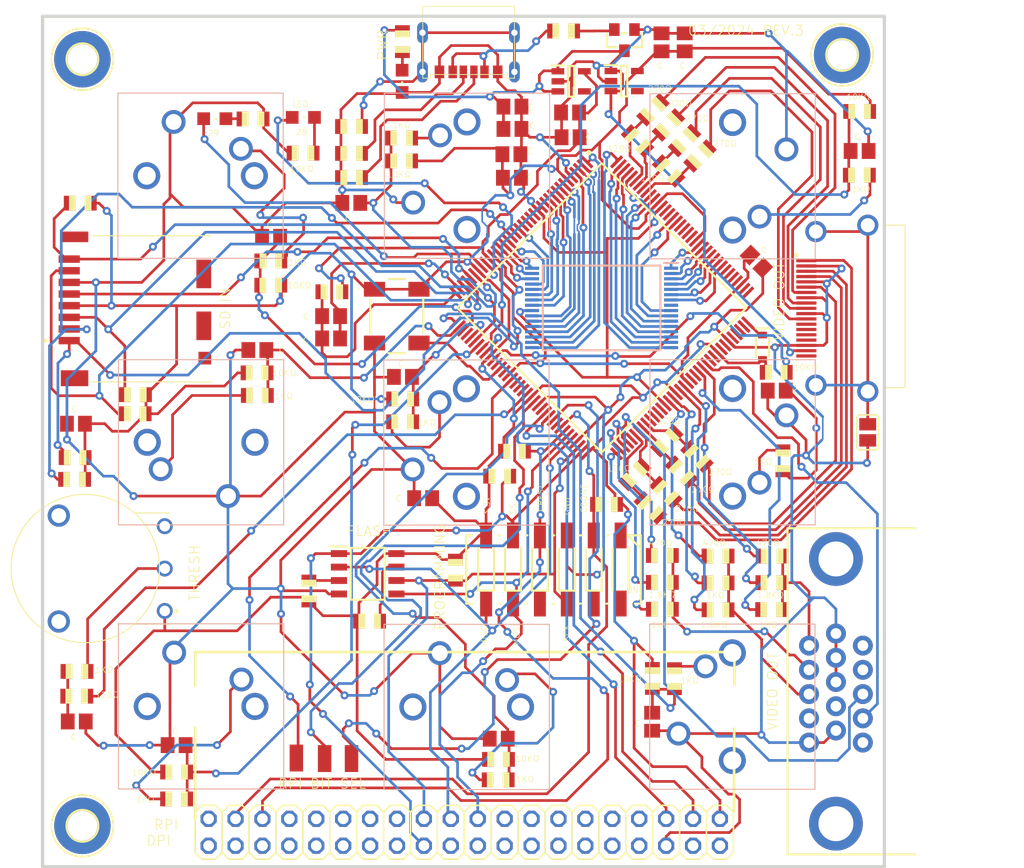
<source format=kicad_pcb>
(kicad_pcb (version 20221018) (generator pcbnew)
  (layers (0 "F.Cu" signal) (31 "B.Cu" signal) (34 "B.Paste" user) (35 "F.Paste" user) (36 "B.SilkS" user "B.Silkscreen") (37 "F.SilkS" user "F.Silkscreen") (38 "B.Mask" user) (39 "F.Mask" user) (44 "Edge.Cuts" user))
  (net 0 "")
  (net 1 "GND")
  (net 2 "3.3V")
  (net 3 "ICE_SCK")
  (net 4 "ICE_MOSI")
  (net 5 "ICE_MISO")
  (net 6 "ICE_SS_B")
  (net 7 "ICE_CDONE")
  (net 8 "ICE_CREST")
  (net 9 "N$1")
  (net 10 "N$4")
  (net 11 "5V")
  (net 12 "N$7")
  (net 13 "N$9")
  (net 14 "N$8")
  (net 15 "N$2")
  (net 16 "5V?")
  (net 17 "PRE_FUSE")
  (net 18 "1.2V")
  (net 19 "FPGA_CLK")
  (net 20 "DATA2+")
  (net 21 "DATA2-")
  (net 22 "DATA1+")
  (net 23 "DATA1-")
  (net 24 "DATA0+")
  (net 25 "DATA0-")
  (net 26 "CLK+")
  (net 27 "CLK-")
  (net 28 "KEY_0")
  (net 29 "KEY_1")
  (net 30 "KEY_2")
  (net 31 "KEY_3")
  (net 32 "KEY_4")
  (net 33 "KEY_5")
  (net 34 "KEY_6")
  (net 35 "KEY_7")
  (net 36 "KEY_8")
  (net 37 "N$24")
  (net 38 "N$25")
  (net 39 "KEY_0_LED")
  (net 40 "KEY_1_LED")
  (net 41 "ADC_IN")
  (net 42 "N$6")
  (net 43 "N$10")
  (net 44 "N$17")
  (net 45 "N$57")
  (net 46 "N$58")
  (net 47 "N$60")
  (net 48 "N$5")
  (net 49 "N$63")
  (net 50 "RED")
  (net 51 "BLUE")
  (net 52 "GREEN")
  (net 53 "V_SYNC")
  (net 54 "BLUE_1")
  (net 55 "BLUE_2")
  (net 56 "BLUE_3")
  (net 57 "GREEN_1")
  (net 58 "GREEN_2")
  (net 59 "GREEN_3")
  (net 60 "RED_1")
  (net 61 "RED_2")
  (net 62 "RED_3")
  (net 63 "N$13")
  (net 64 "N$22")
  (net 65 "N$23")
  (net 66 "N$26")
  (net 67 "N$32")
  (net 68 "N$33")
  (net 69 "N$34")
  (net 70 "N$36")
  (net 71 "N$37")
  (net 72 "N$38")
  (net 73 "N$39")
  (net 74 "N$40")
  (net 75 "N$41")
  (net 76 "N$44")
  (net 77 "N$45")
  (net 78 "N$46")
  (net 79 "N$47")
  (net 80 "H_SYNC")
  (net 81 "N$20")
  (net 82 "N$11")
  (net 83 "N$21")
  (net 84 "A11")
  (net 85 "A9")
  (net 86 "A8")
  (net 87 "A13")
  (net 88 "~{WE}")
  (net 89 "CS2")
  (net 90 "A15")
  (net 91 "VCC")
  (net 92 "A17")
  (net 93 "A16")
  (net 94 "A14")
  (net 95 "A12")
  (net 96 "A7")
  (net 97 "A6")
  (net 98 "A5")
  (net 99 "A4")
  (net 100 "~{OE}")
  (net 101 "A10")
  (net 102 "~{CS1}")
  (net 103 "I/O7")
  (net 104 "I/O6")
  (net 105 "I/O5")
  (net 106 "I/O4")
  (net 107 "I/O3")
  (net 108 "I/O2")
  (net 109 "I/O1")
  (net 110 "I/O0")
  (net 111 "A0")
  (net 112 "A1")
  (net 113 "A2")
  (net 114 "A3")
  (net 115 "DAT2")
  (net 116 "DAT1")
  (net 117 "N$12")
  (net 118 "N$74")
  (net 119 "V_SYNC_IN")
  (net 120 "N$76")
  (net 121 "H_SYNC_IN")
  (net 122 "N$87")
  (net 123 "N$88")
  (net 124 "N$89")
  (net 125 "N$90")
  (net 126 "N$91")
  (net 127 "N$93")
  (net 128 "N$94")
  (net 129 "N$95")
  (net 130 "N$96")
  (net 131 "N$97")
  (net 132 "N$99")
  (net 133 "N$101")
  (net 134 "N$104")
  (net 135 "N$105")
  (net 136 "N$106")
  (net 137 "N$107")
  (net 138 "N$108")
  (net 139 "N$109")
  (net 140 "N$110")
  (net 141 "N$111")
  (net 142 "N$112")
  (net 143 "N$113")
  (net 144 "N$115")
  (net 145 "N$117")
  (net 146 "N$118")
  (net 147 "N$119")
  (net 148 "CMD")
  (net 149 "DAT0")
  (net 150 "SD_CLK")
  (net 151 "DAT3")
  (net 152 "N$27")
  (net 153 "N$65")
  (net 154 "N$66")
  (net 155 "N$67")
  (net 156 "N$68")
  (footprint "bechamel HDMI 4 board only NOT MOVING KEYS for AISLER now:C0805" (layer "F.Cu") (at 111.9251 103.3272)
    (fp_text reference "C16" hide)
    (fp_text value "10uF" hide)
  )
  (footprint "bechamel HDMI 4 board only NOT MOVING KEYS for AISLER now:C0805" (layer "F.Cu") (at 185.8899 77.5716 180)
    (fp_text reference "C9" hide)
    (fp_text value "0.1uF" hide)
  )
  (footprint "bechamel HDMI 4 board only NOT MOVING KEYS for AISLER now:RV100F304K1BB10KB301" (layer "F.Cu") (at 120.3071 121.0056 90)
    (fp_text reference "VR1" hide)
    (fp_text value "RV100F-30-4K1B-B10K-B301" hide)
  )
  (footprint "bechamel HDMI 4 board only NOT MOVING KEYS for AISLER now:R0805" (layer "F.Cu") (at 137.9347 77.8002 180)
    (fp_text reference "R43" hide)
    (fp_text value "5k1" hide)
  )
  (footprint "bechamel HDMI 4 board only NOT MOVING KEYS for AISLER now:R0805" (layer "F.Cu") (at 117.5131 102.3874 180)
    (fp_text reference "R55" hide)
    (fp_text value "10K" hide)
  )
  (footprint "bechamel HDMI 4 board only NOT MOVING KEYS for AISLER now:CHIPLED_0805" (layer "F.Cu") (at 133.3881 74.400213 -90)
    (fp_text reference "LED12" hide)
    (fp_text value "")
  )
  (footprint "bechamel HDMI 4 board only NOT MOVING KEYS for AISLER now:C0805" (layer "F.Cu") (at 137.9093 82.4738)
    (fp_text reference "C10" hide)
    (fp_text value "0.1uF" hide)
  )
  (footprint "bechamel HDMI 4 board only NOT MOVING KEYS for AISLER now:C0805" (layer "F.Cu") (at 176.1499 87.999954 -45)
    (fp_text reference "C27" hide)
    (fp_text value "0.1uF" hide)
  )
  (footprint "bechamel HDMI 4 board only NOT MOVING KEYS for AISLER now:C0805" (layer "F.Cu") (at 121.4247 133.6802)
    (fp_text reference "C7" hide)
    (fp_text value "0.1uF" hide)
  )
  (footprint "bechamel HDMI 4 board only NOT MOVING KEYS for AISLER now:R0805" (layer "F.Cu") (at 112.3315 82.4992)
    (fp_text reference "R59" hide)
    (fp_text value "10K" hide)
  )
  (footprint "bechamel HDMI 4 board only NOT MOVING KEYS for AISLER now:C0805" (layer "F.Cu") (at 136.0043 93.1672)
    (fp_text reference "C23" hide)
    (fp_text value "10uF" hide)
  )
  (footprint "bechamel HDMI 4 board only NOT MOVING KEYS for AISLER now:SMD1,27-2,54" (layer "F.Cu") (at 135.3947 134.9502)
    (fp_text reference "PAD2" hide)
    (fp_text value "")
  )
  (footprint "bechamel HDMI 4 board only NOT MOVING KEYS for AISLER now:C0805" (layer "F.Cu") (at 166.3065 131.4704 90)
    (fp_text reference "C13" hide)
    (fp_text value "0.1uF" hide)
  )
  (footprint "bechamel HDMI 4 board only NOT MOVING KEYS for AISLER now:R0805" (layer "F.Cu") (at 167.2717 120.8532)
    (fp_text reference "R18" hide)
    (fp_text value "1K" hide)
  )
  (footprint "bechamel HDMI 4 board only NOT MOVING KEYS for AISLER now:SOT23-WIDE" (layer "F.Cu") (at 163.6903 67.1068 180)
    (fp_text reference "P-FET2" hide)
    (fp_text value "")
  )
  (footprint "bechamel HDMI 4 board only NOT MOVING KEYS for AISLER now:R0805" (layer "F.Cu") (at 167.688934 104.949194 45)
    (fp_text reference "R33" hide)
    (fp_text value "120R" hide)
  )
  (footprint "bechamel HDMI 4 board only NOT MOVING KEYS for AISLER now:C0805" (layer "F.Cu") (at 153.0223 77.8764)
    (fp_text reference "C15" hide)
    (fp_text value "0.1uF" hide)
  )
  (footprint "bechamel HDMI 4 board only NOT MOVING KEYS for AISLER now:QFP50P2200X2200X160-144N" (layer "F.Cu") (at 161.54644 92.382088 -45)
    (fp_text reference "IC2" hide)
    (fp_text value "ICE40HX1K-TQ144" hide)
  )
  (footprint "bechamel HDMI 4 board only NOT MOVING KEYS for AISLER now:C0805" (layer "F.Cu") (at 151.8285 133.0706)
    (fp_text reference "C8" hide)
    (fp_text value "0.1uF" hide)
  )
  (footprint "bechamel HDMI 4 board only NOT MOVING KEYS for AISLER now:C0805" (layer "F.Cu") (at 144.6911 110.363 180)
    (fp_text reference "C25" hide)
    (fp_text value "0.1uF" hide)
  )
  (footprint "bechamel HDMI 4 board only NOT MOVING KEYS for AISLER now:2,8-PAD" (layer "F.Cu") (at 112.5347 68.9102)
    (fp_text reference "H5" hide)
    (fp_text value "MOUNT-PAD-ROUND2.8" hide)
  )
  (footprint "bechamel HDMI 4 board only NOT MOVING KEYS for AISLER now:R0805" (layer "F.Cu") (at 166.3319 127.381 90)
    (fp_text reference "R50" hide)
    (fp_text value "10K" hide)
  )
  (footprint "bechamel HDMI 4 board only NOT MOVING KEYS for AISLER now:SJ" (layer "F.Cu") (at 186.6519 104.14 -90)
    (fp_text reference "SJ2" hide)
    (fp_text value "")
  )
  (footprint "bechamel HDMI 4 board only NOT MOVING KEYS for AISLER now:R0805" (layer "F.Cu") (at 147.7391 117.1575 90)
    (fp_text reference "R13" hide)
    (fp_text value "10K" hide)
  )
  (footprint "bechamel HDMI 4 board only NOT MOVING KEYS for AISLER now:R0805" (layer "F.Cu") (at 177.5841 120.8786)
    (fp_text reference "R26" hide)
    (fp_text value "1K" hide)
  )
  (footprint "bechamel HDMI 4 board only NOT MOVING KEYS for AISLER now:C0805" (layer "F.Cu") (at 153.1239 73.3806)
    (fp_text reference "C3" hide)
    (fp_text value "10uF" hide)
  )
  (footprint "bechamel HDMI 4 board only NOT MOVING KEYS for AISLER now:R0805" (layer "F.Cu") (at 130.3147 87.9602 180)
    (fp_text reference "R49" hide)
    (fp_text value "1K" hide)
  )
  (footprint "bechamel HDMI 4 board only NOT MOVING KEYS for AISLER now:C0805" (layer "F.Cu") (at 167.1955 67.31 90)
    (fp_text reference "C12" hide)
    (fp_text value "0.1uF" hide)
  )
  (footprint "bechamel HDMI 4 board only NOT MOVING KEYS for AISLER now:USCX-06FX-XXMX-01" (layer "F.Cu") (at 148.9837 68.3514)
    (fp_text reference "U$2" hide)
    (fp_text value "USBC-6P" hide)
  )
  (footprint "bechamel HDMI 4 board only NOT MOVING KEYS for AISLER now:R0805" (layer "F.Cu") (at 130.3147 90.2462)
    (fp_text reference "R48" hide)
    (fp_text value "10K" hide)
  )
  (footprint "bechamel HDMI 4 board only NOT MOVING KEYS for AISLER now:R0805" (layer "F.Cu") (at 137.9347 80.0862 180)
    (fp_text reference "R44" hide)
    (fp_text value "5k1" hide)
  )
  (footprint "bechamel HDMI 4 board only NOT MOVING KEYS for AISLER now:R0805" (layer "F.Cu") (at 185.8899 73.8378)
    (fp_text reference "R23" hide)
    (fp_text value "10K" hide)
  )
  (footprint "bechamel HDMI 4 board only NOT MOVING KEYS for AISLER now:R0805" (layer "F.Cu") (at 185.8645 79.8576 180)
    (fp_text reference "R24" hide)
    (fp_text value "1K" hide)
  )
  (footprint "bechamel HDMI 4 board only NOT MOVING KEYS for AISLER now:C0805" (layer "F.Cu") (at 178.0667 100.203)
    (fp_text reference "C14" hide)
    (fp_text value "0.1uF" hide)
  )
  (footprint "bechamel HDMI 4 board only NOT MOVING KEYS for AISLER now:R0805" (layer "F.Cu") (at 162.0012 110.9472)
    (fp_text reference "R8" hide)
    (fp_text value "10K" hide)
  )
  (footprint "bechamel HDMI 4 board only NOT MOVING KEYS for AISLER now:R0805" (layer "F.Cu") (at 167.865234 79.453135 -45)
    (fp_text reference "R41" hide)
    (fp_text value "120R" hide)
  )
  (footprint "bechamel HDMI 4 board only NOT MOVING KEYS for AISLER now:R0805" (layer "F.Cu") (at 172.5295 115.824)
    (fp_text reference "R1" hide)
    (fp_text value "470R" hide)
  )
  (footprint "bechamel HDMI 4 board only NOT MOVING KEYS for AISLER now:R0805" (layer "F.Cu") (at 167.59829 109.818513 135)
    (fp_text reference "R29" hide)
    (fp_text value "270R" hide)
  )
  (footprint "bechamel HDMI 4 board only NOT MOVING KEYS for AISLER now:R0805" (layer "F.Cu") (at 153.3144 105.918 180)
    (fp_text reference "R9" hide)
    (fp_text value "10K" hide)
  )
  (footprint "bechamel HDMI 4 board only NOT MOVING KEYS for AISLER now:R0805" (layer "F.Cu") (at 170.533943 106.425647 135)
    (fp_text reference "R32" hide)
    (fp_text value "270R" hide)
  )
  (footprint "bechamel HDMI 4 board only NOT MOVING KEYS for AISLER now:R0805" (layer "F.Cu") (at 121.4247 136.2202 180)
    (fp_text reference "R6" hide)
    (fp_text value "10K" hide)
  )
  (footprint "bechamel HDMI 4 board only NOT MOVING KEYS for AISLER now:CHIPLED_0805" (layer "F.Cu") (at 142.7099 70.993 180)
    (fp_text reference "LED6" hide)
    (fp_text value "")
  )
  (footprint "bechamel HDMI 4 board only NOT MOVING KEYS for AISLER now:DM3CSSF" (layer "F.Cu") (at 117.6401 92.4814 -90)
    (fp_text reference "J3" hide)
    (fp_text value "DM3CS-SF" hide)
  )
  (footprint "bechamel HDMI 4 board only NOT MOVING KEYS for AISLER now:2X20" (layer "F.Cu") (at 148.5773 141.9098 180)
    (fp_text reference "JP1" hide)
    (fp_text value "")
  )
  (footprint "bechamel HDMI 4 board only NOT MOVING KEYS for AISLER now:R0805" (layer "F.Cu") (at 128.6383 74.549 180)
    (fp_text reference "R37" hide)
    (fp_text value "100 ohm" hide)
  )
  (footprint "bechamel HDMI 4 board only NOT MOVING KEYS for AISLER now:R0805" (layer "F.Cu") (at 167.2717 118.3132)
    (fp_text reference "R20" hide)
    (fp_text value "1.8K" hide)
  )
  (footprint "bechamel HDMI 4 board only NOT MOVING KEYS for AISLER now:R0805" (layer "F.Cu") (at 136.0805 90.8685)
    (fp_text reference "R14" hide)
    (fp_text value "100 ohm" hide)
  )
  (footprint "bechamel HDMI 4 board only NOT MOVING KEYS for AISLER now:C0805" (layer "F.Cu") (at 142.7861 98.9076)
    (fp_text reference "C1" hide)
    (fp_text value "0.1uF" hide)
  )
  (footprint "bechamel HDMI 4 board only NOT MOVING KEYS for AISLER now:C0805" (layer "F.Cu") (at 169.3799 67.31 90)
    (fp_text reference "C21" hide)
    (fp_text value "0.1uF" hide)
  )
  (footprint "bechamel HDMI 4 board only NOT MOVING KEYS for AISLER now:R0805" (layer "F.Cu") (at 172.5295 118.364)
    (fp_text reference "R15" hide)
    (fp_text value "1K" hide)
  )
  (footprint "bechamel HDMI 4 board only NOT MOVING KEYS for AISLER now:R0805" (layer "F.Cu") (at 167.852946 75.116297 -135)
    (fp_text reference "R35" hide)
    (fp_text value "270R" hide)
  )
  (footprint "bechamel HDMI 4 board only NOT MOVING KEYS for AISLER now:R0805" (layer "F.Cu") (at 164.666362 108.120229 45)
    (fp_text reference "R30" hide)
    (fp_text value "120R" hide)
  )
  (footprint "bechamel HDMI 4 board only NOT MOVING KEYS for AISLER now:R0805" (layer "F.Cu") (at 129.0447 100.6602)
    (fp_text reference "R5" hide)
    (fp_text value "1K" hide)
  )
  (footprint "bechamel HDMI 4 board only NOT MOVING KEYS for AISLER now:R0805" (layer "F.Cu") (at 178.6509 106.8324 -90)
    (fp_text reference "R53" hide)
    (fp_text value "1K" hide)
  )
  (footprint "bechamel HDMI 4 board only NOT MOVING KEYS for AISLER now:R0805" (layer "F.Cu") (at 112.0013 129.0574)
    (fp_text reference "R57" hide)
    (fp_text value "180 ohm" hide)
  )
  (footprint "bechamel HDMI 4 board only NOT MOVING KEYS for AISLER now:R0805" (layer "F.Cu") (at 166.38675 73.675497 -135)
    (fp_text reference "R34" hide)
    (fp_text value "270R" hide)
  )
  (footprint "bechamel HDMI 4 board only NOT MOVING KEYS for AISLER now:R0805" (layer "F.Cu") (at 142.7353 67.2432 90)
    (fp_text reference "R19" hide)
    (fp_text value "300 ohm" hide)
  )
  (footprint "bechamel HDMI 4 board only NOT MOVING KEYS for AISLER now:R0805" (layer "F.Cu") (at 168.4147 127.4064 -90)
    (fp_text reference "R51" hide)
    (fp_text value "1K" hide)
  )
  (footprint "bechamel HDMI 4 board only NOT MOVING KEYS for AISLER now:CTS-219-06J" (layer "F.Cu") (at 156.9847 117.094 180)
    (fp_text reference "S9" hide)
    (fp_text value "219-06J" hide)
  )
  (footprint "bechamel HDMI 4 board only NOT MOVING KEYS for AISLER now:R0805" (layer "F.Cu") (at 157.9499 66.2432 180)
    (fp_text reference "FUSE0" hide)
    (fp_text value "FUSE" hide)
  )
  (footprint "bechamel HDMI 4 board only NOT MOVING KEYS for AISLER now:SOIC127P600X175-8N" (layer "F.Cu") (at 139.4587 117.5004)
    (fp_text reference "IC4" hide)
    (fp_text value "N25Q032A13ESC40F" hide)
  )
  (footprint "bechamel HDMI 4 board only NOT MOVING KEYS for AISLER now:R0805" (layer "F.Cu") (at 111.8489 106.5276)
    (fp_text reference "R45" hide)
    (fp_text value "10K" hide)
  )
  (footprint "bechamel HDMI 4 board only NOT MOVING KEYS for AISLER now:R0805" (layer "F.Cu") (at 151.9174 108.2802 180)
    (fp_text reference "R12" hide)
    (fp_text value "10K" hide)
  )
  (footprint "bechamel HDMI 4 board only NOT MOVING KEYS for AISLER now:R0805" (layer "F.Cu") (at 129.0193 98.5266 180)
    (fp_text reference "R3" hide)
    (fp_text value "10K" hide)
  )
  (footprint "bechamel HDMI 4 board only NOT MOVING KEYS for AISLER now:SMD1,27-2,54" (layer "F.Cu") (at 137.9347 134.9502)
    (fp_text reference "PAD3" hide)
    (fp_text value "")
  )
  (footprint "bechamel HDMI 4 board only NOT MOVING KEYS for AISLER now:ECS3953M080BNTTR" (layer "F.Cu") (at 142.2019 93.1672 -90)
    (fp_text reference "Y2" hide)
    (fp_text value "ECS-3953M-080-BN-T-TR" hide)
  )
  (footprint "bechamel HDMI 4 board only NOT MOVING KEYS for AISLER now:R0805" (layer "F.Cu") (at 169.06775 107.891854 135)
    (fp_text reference "R31" hide)
    (fp_text value "270R" hide)
  )
  (footprint "bechamel HDMI 4 board only NOT MOVING KEYS for AISLER now:SOT95P280X145-5N" (layer "F.Cu") (at 163.6649 70.9676)
    (fp_text reference "IC1" hide)
    (fp_text value "TLV73333PDBVT" hide)
  )
  (footprint "bechamel HDMI 4 board only NOT MOVING KEYS for AISLER now:R0805" (layer "F.Cu") (at 133.9088 119.126 -90)
    (fp_text reference "R11" hide)
    (fp_text value "10K" hide)
  )
  (footprint "bechamel HDMI 4 board only NOT MOVING KEYS for AISLER now:R0805" (layer "F.Cu") (at 151.8031 135.0264 180)
    (fp_text reference "R21" hide)
    (fp_text value "10K" hide)
  )
  (footprint "bechamel HDMI 4 board only NOT MOVING KEYS for AISLER now:R0805" (layer "F.Cu") (at 170.822287 78.048785 -135)
    (fp_text reference "R40" hide)
    (fp_text value "270R" hide)
  )
  (footprint "bechamel HDMI 4 board only NOT MOVING KEYS for AISLER now:CHIPLED_0805" (layer "F.Cu") (at 125.02895 74.522416 -90)
    (fp_text reference "LED13" hide)
    (fp_text value "")
  )
  (footprint "bechamel HDMI 4 board only NOT MOVING KEYS for AISLER now:R0805" (layer "F.Cu") (at 139.6365 121.9708 180)
    (fp_text reference "R10" hide)
    (fp_text value "10K" hide)
  )
  (footprint "bechamel HDMI 4 board only NOT MOVING KEYS for AISLER now:R0805" (layer "F.Cu") (at 151.7777 136.9568)
    (fp_text reference "R22" hide)
    (fp_text value "1K" hide)
  )
  (footprint "bechamel HDMI 4 board only NOT MOVING KEYS for AISLER now:R0805" (layer "F.Cu") (at 169.363528 76.590025 -135)
    (fp_text reference "R39" hide)
    (fp_text value "270R" hide)
  )
  (footprint "bechamel HDMI 4 board only NOT MOVING KEYS for AISLER now:R0805" (layer "F.Cu") (at 121.4247 138.7602)
    (fp_text reference "R7" hide)
    (fp_text value "1K" hide)
  )
  (footprint "bechamel HDMI 4 board only NOT MOVING KEYS for AISLER now:SMD1,27-2,54" (layer "F.Cu") (at 132.7277 134.8994)
    (fp_text reference "PAD1" hide)
    (fp_text value "")
  )
  (footprint "bechamel HDMI 4 board only NOT MOVING KEYS for AISLER now:R0805" (layer "F.Cu") (at 142.7607 103.1494)
    (fp_text reference "R2" hide)
    (fp_text value "1K" hide)
  )
  (footprint "bechamel HDMI 4 board only NOT MOVING KEYS for AISLER now:SOD-323" (layer "F.Cu") (at 176.7205 96.1009 -90)
    (fp_text reference "D1" hide)
    (fp_text value "250mA/100V" hide)
  )
  (footprint "bechamel HDMI 4 board only NOT MOVING KEYS for AISLER now:R0805" (layer "F.Cu") (at 111.7981 108.585)
    (fp_text reference "R58" hide)
    (fp_text value "10K" hide)
  )
  (footprint "bechamel HDMI 4 board only NOT MOVING KEYS for AISLER now:C0805" (layer "F.Cu") (at 112.0013 131.445 180)
    (fp_text reference "C17" hide)
    (fp_text value "5.6nF" hide)
  )
  (footprint "bechamel HDMI 4 board only NOT MOVING KEYS for AISLER now:R0805" (layer "F.Cu") (at 177.6349 115.824)
    (fp_text reference "R25" hide)
    (fp_text value "470R" hide)
  )
  (footprint "bechamel HDMI 4 board only NOT MOVING KEYS for AISLER now:R0805" (layer "F.Cu") (at 166.13605 111.280757 135)
    (fp_text reference "R28" hide)
    (fp_text value "270R" hide)
  )
  (footprint "bechamel HDMI 4 board only NOT MOVING KEYS for AISLER now:R0805" (layer "F.Cu") (at 142.6591 78.5114)
    (fp_text reference "R46" hide)
    (fp_text value "10K" hide)
  )
  (footprint "bechamel HDMI 4 board only NOT MOVING KEYS for AISLER now:C0805" (layer "F.Cu") (at 130.3401 85.6742)
    (fp_text reference "C11" hide)
    (fp_text value "0.1uF" hide)
  )
  (footprint "bechamel HDMI 4 board only NOT MOVING KEYS for AISLER now:C0805" (layer "F.Cu") (at 153.0731 80.0989)
    (fp_text reference "C18" hide)
    (fp_text value "0.1uF" hide)
  )
  (footprint "bechamel HDMI 4 board only NOT MOVING KEYS for AISLER now:SOT95P280X145-5N" (layer "F.Cu") (at 158.6611 70.993)
    (fp_text reference "IC3" hide)
    (fp_text value "TLV73312PDBVT" hide)
  )
  (footprint "bechamel HDMI 4 board only NOT MOVING KEYS for AISLER now:R0805" (layer "F.Cu") (at 133.3627 77.7748)
    (fp_text reference "R36" hide)
    (fp_text value "100 ohm" hide)
  )
  (footprint "bechamel HDMI 4 board only NOT MOVING KEYS for AISLER now:R0805" (layer "F.Cu") (at 164.928028 76.618379 -45)
    (fp_text reference "R38" hide)
    (fp_text value "120R" hide)
  )
  (footprint "bechamel HDMI 4 board only NOT MOVING KEYS for AISLER now:R0805" (layer "F.Cu") (at 178.0159 98.4758 180)
    (fp_text reference "R52" hide)
    (fp_text value "10K" hide)
  )
  (footprint "bechamel HDMI 4 board only NOT MOVING KEYS for AISLER now:C0805" (layer "F.Cu") (at 158.5595 73.9394 180)
    (fp_text reference "C26" hide)
    (fp_text value "0.1uF" hide)
  )
  (footprint "bechamel HDMI 4 board only NOT MOVING KEYS for AISLER now:C0805" (layer "F.Cu") (at 136.0043 95.2754)
    (fp_text reference "C22" hide)
    (fp_text value "0.1uF" hide)
  )
  (footprint "bechamel HDMI 4 board only NOT MOVING KEYS for AISLER now:2,8-PAD" (layer "F.Cu") (at 184.2389 68.5038)
    (fp_text reference "H6" hide)
    (fp_text value "MOUNT-PAD-ROUND2.8" hide)
  )
  (footprint "bechamel HDMI 4 board only NOT MOVING KEYS for AISLER now:R0805" (layer "F.Cu") (at 142.7607 100.9904 180)
    (fp_text reference "R4" hide)
    (fp_text value "10K" hide)
  )
  (footprint "bechamel HDMI 4 board only NOT MOVING KEYS for AISLER now:R0805" (layer "F.Cu") (at 142.6591 76.3524 180)
    (fp_text reference "R47" hide)
    (fp_text value "1K" hide)
  )
  (footprint "bechamel HDMI 4 board only NOT MOVING KEYS for AISLER now:R0805" (layer "F.Cu") (at 177.6095 118.3386)
    (fp_text reference "R27" hide)
    (fp_text value "1.8K" hide)
  )
  (footprint "bechamel HDMI 4 board only NOT MOVING KEYS for AISLER now:R0805" (layer "F.Cu") (at 137.9347 75.2602 180)
    (fp_text reference "R42" hide)
    (fp_text value "1M" hide)
  )
  (footprint "bechamel HDMI 4 board only NOT MOVING KEYS for AISLER now:R0805" (layer "F.Cu") (at 172.5295 120.904)
    (fp_text reference "R16" hide)
    (fp_text value "1.8K" hide)
  )
  (footprint "bechamel HDMI 4 board only NOT MOVING KEYS for AISLER now:R0805" (layer "F.Cu") (at 112.0267 126.7206)
    (fp_text reference "R56" hide)
    (fp_text value "1K8 ohm" hide)
  )
  (footprint "bechamel HDMI 4 board only NOT MOVING KEYS for AISLER now:R0805" (layer "F.Cu") (at 167.2717 115.7732)
    (fp_text reference "R17" hide)
    (fp_text value "470R" hide)
  )
  (footprint "bechamel HDMI 4 board only NOT MOVING KEYS for AISLER now:R0805" (layer "F.Cu") (at 117.5385 100.584)
    (fp_text reference "R54" hide)
    (fp_text value "10K" hide)
  )
  (footprint "bechamel HDMI 4 board only NOT MOVING KEYS for AISLER now:C0805" (layer "F.Cu") (at 129.0447 96.3676)
    (fp_text reference "C6" hide)
    (fp_text value "0.1uF" hide)
  )
  (footprint "bechamel HDMI 4 board only NOT MOVING KEYS for AISLER now:DB15" (layer "F.Cu") (at 188.7347 128.6002 -90)
    (fp_text reference "U$1" hide)
    (fp_text value "DB15" hide)
  )
  (footprint "bechamel HDMI 4 board only NOT MOVING KEYS for AISLER now:C0805" (layer "F.Cu") (at 153.1239 75.4888)
    (fp_text reference "C5" hide)
    (fp_text value "10uF" hide)
  )
  (footprint "bechamel HDMI 4 board only NOT MOVING KEYS for AISLER now:SS53000001" (layer "F.Cu") (at 185.0263 92.4306 90)
    (fp_text reference "J2" hide)
    (fp_text value "SS-53000-001" hide)
  )
  (footprint "bechamel HDMI 4 board only NOT MOVING KEYS for AISLER now:2,8-PAD" (layer "F.Cu") (at 112.5347 141.3002)
    (fp_text reference "H1" hide)
    (fp_text value "MOUNT-PAD-ROUND2.8" hide)
  )
  (footprint "bechamel HDMI 4 board only NOT MOVING KEYS for AISLER now:C0805" (layer "F.Cu") (at 158.6103 76.2762 180)
    (fp_text reference "C4" hide)
    (fp_text value "10uF" hide)
  )
  (footprint "bechamel HDMI 4 board only NOT MOVING KEYS for AISLER now:MX1A11NW" (layer "B.Cu") (at 127.4953 77.3684 180)
    (fp_text reference "S1" hide)
    (fp_text value "MX1A-11NW" hide)
  )
  (footprint "bechamel HDMI 4 board only NOT MOVING KEYS for AISLER now:MX1A11NW" (layer "B.Cu") (at 127.5461 127.4826 180)
    (fp_text reference "S7" hide)
    (fp_text value "MX1A-11NW" hide)
  )
  (footprint "bechamel HDMI 4 board only NOT MOVING KEYS for AISLER now:SOP50P1340X125-32N" (layer "B.Cu") (at 161.534909 92.392132 180)
    (fp_text reference "IC6" hide)
    (fp_text value "IS62WV2568BLL-55HLI" hide)
  )
  (footprint "bechamel HDMI 4 board only NOT MOVING KEYS for AISLER now:MX1A11NW" (layer "B.Cu") (at 176.4411 83.7692 90)
    (fp_text reference "S3" hide)
    (fp_text value "MX1A-11NW" hide)
  )
  (footprint "bechamel HDMI 4 board only NOT MOVING KEYS for AISLER now:MX1A11NW" (layer "B.Cu") (at 171.3357 126.238 -90)
    (fp_text reference "S13" hide)
    (fp_text value "MX1A-11NW" hide)
  )
  (footprint "bechamel HDMI 4 board only NOT MOVING KEYS for AISLER now:MX1A11NW" (layer "B.Cu") (at 176.4411 108.8898 90)
    (fp_text reference "S4" hide)
    (fp_text value "MX1A-11NW" hide)
  )
  (footprint "bechamel HDMI 4 board only NOT MOVING KEYS for AISLER now:MX1A11NW" (layer "B.Cu") (at 119.9261 107.6198)
    (fp_text reference "S5" hide)
    (fp_text value "MX1A-11NW" hide)
  )
  (footprint "bechamel HDMI 4 board only NOT MOVING KEYS for AISLER now:MX1A11NW" (layer "B.Cu") (at 146.2405 101.2952 -90)
    (fp_text reference "S6" hide)
    (fp_text value "MX1A-11NW" hide)
  )
  (footprint "bechamel HDMI 4 board only NOT MOVING KEYS for AISLER now:MX1A11NW" (layer "B.Cu") (at 146.2913 76.0984 -90)
    (fp_text reference "S2" hide)
    (fp_text value "MX1A-11NW" hide)
  )
  (footprint "bechamel HDMI 4 board only NOT MOVING KEYS for AISLER now:MX1A11NW" (layer "B.Cu") (at 152.6159 127.5334 180)
    (fp_text reference "S8" hide)
    (fp_text value "MX1A-11NW" hide)
  )
  (gr_line (start 123.1773 140.6906) (end 123.1773 124.9426) (stroke (width 0.254)) (layer "F.SilkS"))
  (gr_line (start 123.1265 124.8918) (end 174.0281 124.8918) (stroke (width 0.254)) (layer "F.SilkS"))
  (gr_line (start 123.1773 124.9426) (end 123.1265 124.8918) (stroke (width 0.254)) (layer "F.SilkS"))
  (gr_line (start 174.0281 124.8918) (end 174.0789 124.841) (stroke (width 0.254)) (layer "F.SilkS"))
  (gr_line (start 174.0789 124.841) (end 174.0281 139.9286) (stroke (width 0.254)) (layer "F.SilkS"))
  (gr_line (start 108.7755 145.161) (end 108.7755 64.8462) (stroke (width 0.3048)) (layer "Edge.Cuts"))
  (gr_line (start 188.2267 64.8462) (end 188.2267 145.161) (stroke (width 0.3048)) (layer "Edge.Cuts"))
  (gr_line (start 188.2267 145.161) (end 108.7755 145.161) (stroke (width 0.3048)) (layer "Edge.Cuts"))
  (gr_line (start 108.7755 64.8462) (end 188.2267 64.8462) (stroke (width 0.3048)) (layer "Edge.Cuts"))
  (gr_text "10KΩ" (at 143.5735 79.4766) (layer "F.SilkS") (effects (font (size 0.560832 0.560832) (thickness 0.048768)) (justify right top)))
  (gr_text "1KΩ" (at 177.6857 106.6038) (layer "F.SilkS") (effects (font (size 0.560832 0.560832) (thickness 0.048768)) (justify right top)))
  (gr_text "C" (at 151.9555 131.4958) (layer "F.SilkS") (effects (font (size 0.560832 0.560832) (thickness 0.048768)) (justify right top)))
  (gr_text "SS" (at 152.8699 110.7948 90) (layer "F.SilkS") (effects (font (size 0.560832 0.560832) (thickness 0.048768)) (justify right top)))
  (gr_text "C" (at 155.0797 77.2668) (layer "F.SilkS") (effects (font (size 0.560832 0.560832) (thickness 0.048768)) (justify right top)))
  (gr_text "270Ω" (at 172.2755 109.22) (layer "F.SilkS") (effects (font (size 0.560832 0.560832) (thickness 0.048768)) (justify right top)))
  (gr_text "1.8KΩ" (at 168.5417 119.1514) (layer "F.SilkS") (effects (font (size 0.560832 0.560832) (thickness 0.048768)) (justify right top)))
  (gr_text "C" (at 133.9469 92.8878) (layer "F.SilkS") (effects (font (size 0.560832 0.560832) (thickness 0.048768)) (justify right top)))
  (gr_text "C" (at 131.6609 96.012) (layer "F.SilkS") (effects (font (size 0.560832 0.560832) (thickness 0.048768)) (justify right top)))
  (gr_text "470Ω" (at 178.3969 114.2746) (layer "F.SilkS") (effects (font (size 0.560832 0.560832) (thickness 0.048768)) (justify right top)))
  (gr_text "PROGRAMMING" (at 145.7325 112.7506 90) (layer "F.SilkS") (effects (font (size 0.93472 0.93472) (thickness 0.08128)) (justify right top)))
  (gr_text "470Ω" (at 173.3169 114.2746) (layer "F.SilkS") (effects (font (size 0.560832 0.560832) (thickness 0.048768)) (justify right top)))
  (gr_text "1KΩ" (at 133.7437 87.7824) (layer "F.SilkS") (effects (font (size 0.560832 0.560832) (thickness 0.048768)) (justify right top)))
  (gr_text "C" (at 177.1523 86.6394) (layer "F.SilkS") (effects (font (size 0.560832 0.560832) (thickness 0.048768)) (justify right top)))
  (gr_text "120Ω" (at 164.3507 77.0128) (layer "F.SilkS") (effects (font (size 0.560832 0.560832) (thickness 0.048768)) (justify right top)))
  (gr_text "270Ω" (at 168.1861 71.374) (layer "F.SilkS") (effects (font (size 0.560832 0.560832) (thickness 0.048768)) (justify right top)))
  (gr_text "120Ω" (at 164.3253 107.2388) (layer "F.SilkS") (effects (font (size 0.560832 0.560832) (thickness 0.048768)) (justify right top)))
  (gr_text "1KΩ" (at 155.2067 136.5758) (layer "F.SilkS") (effects (font (size 0.560832 0.560832) (thickness 0.048768)) (justify right top)))
  (gr_text "1KΩ" (at 115.4811 126.2634) (layer "F.SilkS") (effects (font (size 0.560832 0.560832) (thickness 0.048768)) (justify right top)))
  (gr_text " RPI\n DPI \n" (at 121.6533 140.6652) (layer "F.SilkS") (effects (font (size 0.93472 0.93472) (thickness 0.08128)) (justify right top)))
  (gr_text "1KΩ" (at 168.0083 121.9962) (layer "F.SilkS") (effects (font (size 0.560832 0.560832) (thickness 0.048768)) (justify right top)))
  (gr_text "10KΩ" (at 165.3413 127.1016) (layer "F.SilkS") (effects (font (size 0.560832 0.560832) (thickness 0.048768)) (justify right top)))
  (gr_text "C" (at 155.1051 79.7052) (layer "F.SilkS") (effects (font (size 0.560832 0.560832) (thickness 0.048768)) (justify right top)))
  (gr_text "C" (at 137.9093 83.5914) (layer "F.SilkS") (effects (font (size 0.560832 0.560832) (thickness 0.048768)) (justify right top)))
  (gr_text "1KΩ" (at 170.7769 127.254) (layer "F.SilkS") (effects (font (size 0.560832 0.560832) (thickness 0.048768)) (justify right top)))
  (gr_text "C" (at 185.9915 75.9206) (layer "F.SilkS") (effects (font (size 0.560832 0.560832) (thickness 0.048768)) (justify right top)))
  (gr_text " RPI BIT SEL\n" (at 139.3825 136.779) (layer "F.SilkS") (effects (font (size 0.93472 0.93472) (thickness 0.08128)) (justify right top)))
  (gr_text "SD IN" (at 126.5555 94.488 90) (layer "F.SilkS") (effects (font (size 0.93472 0.93472) (thickness 0.08128)) (justify left bottom)))
  (gr_text "120Ω" (at 169.0751 102.743) (layer "F.SilkS") (effects (font (size 0.560832 0.560832) (thickness 0.048768)) (justify right top)))
  (gr_text "C" (at 160.6931 74.1172) (layer "F.SilkS") (effects (font (size 0.560832 0.560832) (thickness 0.048768)) (justify right top)))
  (gr_text "CDONE" (at 160.2105 111.8108 90) (layer "F.SilkS") (effects (font (size 0.560832 0.560832) (thickness 0.048768)) (justify left bottom)))
  (gr_text "1.8KΩ" (at 178.7779 119.2022) (layer "F.SilkS") (effects (font (size 0.560832 0.560832) (thickness 0.048768)) (justify right top)))
  (gr_text "CREST" (at 155.4607 109.0168 90) (layer "F.SilkS") (effects (font (size 0.560832 0.560832) (thickness 0.048768)) (justify right top)))
  (gr_text "3.3V" (at 150.3807 110.1598 90) (layer "F.SilkS") (effects (font (size 0.560832 0.560832) (thickness 0.048768)) (justify right top)))
  (gr_text "270Ω" (at 173.9265 107.569) (layer "F.SilkS") (effects (font (size 0.560832 0.560832) (thickness 0.048768)) (justify right top)))
  (gr_text "470Ω" (at 168.2369 114.2746) (layer "F.SilkS") (effects (font (size 0.560832 0.560832) (thickness 0.048768)) (justify right top)))
  (gr_text "MOSI" (at 153.1747 122.1994 90) (layer "F.SilkS") (effects (font (size 0.560832 0.560832) (thickness 0.048768)) (justify right top)))
  (gr_text "GND" (at 157.9499 110.236 90) (layer "F.SilkS") (effects (font (size 0.560832 0.560832) (thickness 0.048768)) (justify right top)))
  (gr_text "03/2024 REV.3" (at 180.6829 65.659) (layer "F.SilkS") (effects (font (size 0.93472 0.93472) (thickness 0.08128)) (justify right top)))
  (gr_text "C" (at 112.1029 101.6254) (layer "F.SilkS") (effects (font (size 0.560832 0.560832) (thickness 0.048768)) (justify right top)))
  (gr_text "120Ω" (at 167.5003 79.8068) (layer "F.SilkS") (effects (font (size 0.560832 0.560832) (thickness 0.048768)) (justify right top)))
  (gr_text "FLASH" (at 137.4521 114.0206) (layer "F.SilkS") (effects (font (size 0.93472 0.93472) (thickness 0.08128)) (justify left bottom)))
  (gr_text "C" (at 130.5179 84.2264) (layer "F.SilkS") (effects (font (size 0.560832 0.560832) (thickness 0.048768)) (justify right top)))
  (gr_text "C" (at 155.3083 74.8538) (layer "F.SilkS") (effects (font (size 0.560832 0.560832) (thickness 0.048768)) (justify right top)))
  (gr_text "28" (at 133.7945 75.4634) (layer "F.SilkS") (effects (font (size 0.560832 0.560832) (thickness 0.048768)) (justify right top)))
  (gr_text "THRESH" (at 122.5677 114.7064 90) (layer "F.SilkS") (effects (font (size 0.93472 0.93472) (thickness 0.08128)) (justify right top)))
  (gr_text "10KΩ" (at 186.9567 72.136) (layer "F.SilkS") (effects (font (size 0.560832 0.560832) (thickness 0.048768)) (justify right top)))
  (gr_text "1KΩ" (at 132.4483 100.4062) (layer "F.SilkS") (effects (font (size 0.560832 0.560832) (thickness 0.048768)) (justify right top)))
  (gr_text "29" (at 125.4633 75.565) (layer "F.SilkS") (effects (font (size 0.560832 0.560832) (thickness 0.048768)) (justify right top)))
  (gr_text "10KΩ" (at 155.7147 134.6454) (layer "F.SilkS") (effects (font (size 0.560832 0.560832) (thickness 0.048768)) (justify right top)))
  (gr_text "C" (at 169.4815 69.215) (layer "F.SilkS") (effects (font (size 0.560832 0.560832) (thickness 0.048768)) (justify right top)))
  (gr_text "120Ω" (at 116.0399 128.6256) (layer "F.SilkS") (effects (font (size 0.560832 0.560832) (thickness 0.048768)) (justify right top)))
  (gr_text "10KΩ" (at 140.1445 100.711) (layer "F.SilkS") (effects (font (size 0.560832 0.560832) (thickness 0.048768)) (justify right top)))
  (gr_text "LED" (at 133.8961 72.8218) (layer "F.SilkS") (effects (font (size 0.560832 0.560832) (thickness 0.048768)) (justify right top)))
  (gr_text "C" (at 112.0267 132.588) (layer "F.SilkS") (effects (font (size 0.560832 0.560832) (thickness 0.048768)) (justify right top)))
  (gr_text "270Ω" (at 171.7167 74.1934) (layer "F.SilkS") (effects (font (size 0.560832 0.560832) (thickness 0.048768)) (justify right top)))
  (gr_text "270Ω" (at 170.0911 72.771) (layer "F.SilkS") (effects (font (size 0.560832 0.560832) (thickness 0.048768)) (justify right top)))
  (gr_text "10KΩ" (at 119.5197 135.9408) (layer "F.SilkS") (effects (font (size 0.560832 0.560832) (thickness 0.048768)) (justify right top)))
  (gr_text "PWR" (at 141.4399 69.088 90) (layer "F.SilkS") (effects (font (size 0.93472 0.93472) (thickness 0.08128)) (justify left bottom)))
  (gr_text "MISO" (at 150.1267 122.2756 90) (layer "F.SilkS") (effects (font (size 0.560832 0.560832) (thickness 0.048768)) (justify right top)))
  (gr_text "10KΩ" (at 132.7785 98.2218) (layer "F.SilkS") (effects (font (size 0.560832 0.560832) (thickness 0.048768)) (justify right top)))
  (gr_text "1KΩ" (at 145.9611 102.8954) (layer "F.SilkS") (effects (font (size 0.560832 0.560832) (thickness 0.048768)) (justify right top)))
  (gr_text "10KΩ" (at 134.2009 89.9414) (layer "F.SilkS") (effects (font (size 0.560832 0.560832) (thickness 0.048768)) (justify right top)))
  (gr_text "1KΩ" (at 143.5481 74.803) (layer "F.SilkS") (effects (font (size 0.560832 0.560832) (thickness 0.048768)) (justify right top)))
  (gr_text "1KΩ" (at 119.3673 138.5062) (layer "F.SilkS") (effects (font (size 0.560832 0.560832) (thickness 0.048768)) (justify right top)))
  (gr_text "1KΩ" (at 178.1683 121.9962) (layer "F.SilkS") (effects (font (size 0.560832 0.560832) (thickness 0.048768)) (justify right top)))
  (gr_text "VIDEO OUT" (at 178.8541 95.504 90) (layer "F.SilkS") (effects (font (size 0.93472 0.93472) (thickness 0.08128)) (justify left bottom)))
  (gr_text "10KΩ" (at 134.4041 78.9432) (layer "F.SilkS") (effects (font (size 0.560832 0.560832) (thickness 0.048768)) (justify right top)))
  (gr_text "C" (at 121.5771 132.0292) (layer "F.SilkS") (effects (font (size 0.560832 0.560832) (thickness 0.048768)) (justify right top)))
  (gr_text "270Ω" (at 170.7515 111.0234) (layer "F.SilkS") (effects (font (size 0.560832 0.560832) (thickness 0.048768)) (justify right top)))
  (gr_text "270Ω" (at 174.3329 76.5556) (layer "F.SilkS") (effects (font (size 0.560832 0.560832) (thickness 0.048768)) (justify right top)))
  (gr_text "270Ω" (at 169.5069 112.3442) (layer "F.SilkS") (effects (font (size 0.560832 0.560832) (thickness 0.048768)) (justify right top)))
  (gr_text "C" (at 167.3733 69.215) (layer "F.SilkS") (effects (font (size 0.560832 0.560832) (thickness 0.048768)) (justify right top)))
  (gr_text "C" (at 142.6845 110.0582) (layer "F.SilkS") (effects (font (size 0.560832 0.560832) (thickness 0.048768)) (justify right top)))
  (gr_text "1KΩ" (at 186.9313 80.8736) (layer "F.SilkS") (effects (font (size 0.560832 0.560832) (thickness 0.048768)) (justify right top)))
  (gr_text "C" (at 133.9469 95.1484) (layer "F.SilkS") (effects (font (size 0.560832 0.560832) (thickness 0.048768)) (justify right top)))
  (gr_text "C" (at 142.9131 97.3582) (layer "F.SilkS") (effects (font (size 0.560832 0.560832) (thickness 0.048768)) (justify right top)))
  (gr_text "C" (at 165.2651 131.2926) (layer "F.SilkS") (effects (font (size 0.560832 0.560832) (thickness 0.048768)) (justify right top)))
  (gr_text "10KΩ" (at 181.9783 97.6884) (layer "F.SilkS") (effects (font (size 0.560832 0.560832) (thickness 0.048768)) (justify right top)))
  (gr_text "SCK" (at 157.9245 122.2248 90) (layer "F.SilkS") (effects (font (size 0.560832 0.560832) (thickness 0.048768)) (justify right top)))
  (gr_text "VIDEO OUT" (at 178.2191 132.3594 90) (layer "F.SilkS") (effects (font (size 0.93472 0.93472) (thickness 0.08128)) (justify left bottom)))
  (gr_text "C" (at 160.5915 75.946) (layer "F.SilkS") (effects (font (size 0.560832 0.560832) (thickness 0.048768)) (justify right top)))
  (gr_text "C" (at 180.2257 100.0252) (layer "F.SilkS") (effects (font (size 0.560832 0.560832) (thickness 0.048768)) (justify right top)))
  (gr_text "C" (at 155.1559 73.1774) (layer "F.SilkS") (effects (font (size 0.560832 0.560832) (thickness 0.048768)) (justify right top)))
  (gr_text "1KΩ" (at 173.1899 119.2276) (layer "F.SilkS") (effects (font (size 0.560832 0.560832) (thickness 0.048768)) (justify right top)))
  (gr_text "1.8KΩ" (at 173.4947 121.9708) (layer "F.SilkS") (effects (font (size 0.560832 0.560832) (thickness 0.048768)) (justify right top)))
  (segment (start 168.0083 141.9352) (end 167.6273 142.3162) (width 0.254) (layer "F.Cu") (net 1))
  (segment (start 120.8033 81.6102) (end 120.8033 82.0166) (width 0.254) (layer "F.Cu") (net 1))
  (segment (start 173.603087 141.9352) (end 168.0083 141.9352) (width 0.254) (layer "F.Cu") (net 1))
  (segment (start 186.6519 106.9594) (end 186.5757 107.0356) (width 0.254) (layer "F.Cu") (net 1))
  (segment (start 163.891184 80.868525) (end 163.891184 80.701844) (width 0.1524) (layer "F.Cu") (net 1))
  (segment (start 143.8411 110.363) (end 143.8411 107.7858) (width 0.254) (layer "F.Cu") (net 1))
  (segment (start 153.9231 80.0989) (end 154.181693 80.357494) (width 0.254) (layer "F.Cu") (net 1))
  (segment (start 157.7603 76.2762) (end 157.7603 73.9902) (width 0.254) (layer "F.Cu") (net 1))
  (segment (start 158.7373 70.5612) (end 158.7373 69.5452) (width 0.254) (layer "F.Cu") (net 1))
  (segment (start 156.0957 85.8012) (end 157.4419 87.1474) (width 0.254) (layer "F.Cu") (net 1))
  (segment (start 140.1019 104.0466) (end 143.7005 107.6452) (width 0.254) (layer "F.Cu") (net 1))
  (segment (start 164.357612 80.016207) (end 164.366381 80.016207) (width 0.254) (layer "F.Cu") (net 1))
  (segment (start 161.6837 70.993) (end 162.3895 70.993) (width 0.254) (layer "F.Cu") (net 1))
  (segment (start 114.5295 133.7192) (end 114.5413 133.731) (width 0.254) (layer "F.Cu") (net 1))
  (segment (start 182.7911 91.8464) (end 182.3753 91.4306) (width 0.254) (layer "F.Cu") (net 1))
  (segment (start 159.737662 98.942763) (end 162.0647 98.942763) (width 0.254) (layer "F.Cu") (net 1))
  (segment (start 129.4901 84.6954) (end 129.4901 85.6742) (width 0.254) (layer "F.Cu") (net 1))
  (segment (start 177.8635 102.5398) (end 178.9811 102.5398) (width 0.254) (layer "F.Cu") (net 1))
  (segment (start 118.1335 89.9814) (end 120.2191 87.8958) (width 0.254) (layer "F.Cu") (net 1))
  (segment (start 171.0055 134.7978) (end 171.0055 135.804463) (width 0.254) (layer "F.Cu") (net 1))
  (segment (start 174.5615 138.811) (end 174.5615 140.976788) (width 0.254) (layer "F.Cu") (net 1))
  (segment (start 155.7147 76.2762) (end 157.7603 76.2762) (width 0.254) (layer "F.Cu") (net 1))
  (segment (start 132.0005 77.7748) (end 129.6383 75.4126) (width 0.254) (layer "F.Cu") (net 1))
  (segment (start 146.2659 124.9934) (end 143.6497 124.9934) (width 0.254) (layer "F.Cu") (net 1))
  (segment (start 178.9811 102.997) (end 178.9811 102.5398) (width 0.254) (layer "F.Cu") (net 1))
  (segment (start 160.9471 100.8126) (end 162.158037 102.023538) (width 0.254) (layer "F.Cu") (net 1))
  (segment (start 186.6519 104.902) (end 186.6519 106.9594) (width 0.254) (layer "F.Cu") (net 1))
  (segment (start 163.8935 80.699529) (end 163.8935 80.627685) (width 0.1524) (layer "F.Cu") (net 1))
  (segment (start 160.6931 69.1388) (end 161.0614 69.5071) (width 0.254) (layer "F.Cu") (net 1))
  (segment (start 157.4111 70.993) (end 158.3055 70.993) (width 0.254) (layer "F.Cu") (net 1))
  (segment (start 111.0751 103.3272) (end 111.0751 104.8258) (width 0.254) (layer "F.Cu") (net 1))
  (segment (start 146.2337 70.1014) (end 146.2337 68.7138) (width 0.254) (layer "F.Cu") (net 1))
  (segment (start 129.6383 74.549) (end 129.6383 73.5932) (width 0.254) (layer "F.Cu") (net 1))
  (segment (start 166.8423 66.1068) (end 165.8747 66.1068) (width 0.254) (layer "F.Cu") (net 1))
  (segment (start 151.7337 70.9998) (end 152.6159 71.882) (width 0.254) (layer "F.Cu") (net 1))
  (segment (start 156.0957 83.749372) (end 156.0957 85.8012) (width 0.254) (layer "F.Cu") (net 1))
  (segment (start 178.0719 95.9306) (end 177.8889 96.1136) (width 0.254) (layer "F.Cu") (net 1))
  (segment (start 131.7117 82.4738) (end 129.4901 84.6954) (width 0.254) (layer "F.Cu") (net 1))
  (segment (start 158.6865 70.8152) (end 158.6865 71.4502) (width 0.254) (layer "F.Cu") (net 1))
  (segment (start 126.9873 96.3676) (end 126.5047 96.8502) (width 0.254) (layer "F.Cu") (net 1))
  (segment (start 158.7373 71.3994) (end 158.6865 71.4502) (width 0.254) (layer "F.Cu") (net 1))
  (segment (start 163.8935 81.153) (end 163.8935 80.971688) (width 0.254) (layer "F.Cu") (net 1))
  (segment (start 165.8747 66.1068) (end 164.6403 66.1068) (width 0.254) (layer "F.Cu") (net 1))
  (segment (start 155.898068 82.844632) (end 155.898068 82.844635) (width 0.254) (layer "F.Cu") (net 1))
  (segment (start 171.0055 135.804463) (end 173.511656 138.310619) (width 0.254) (layer "F.Cu") (net 1))
  (segment (start 163.313221 100.825397) (end 163.3347 100.846875) (width 0.254) (layer "F.Cu") (net 1))
  (segment (start 137.2997 102.235) (end 140.1019 102.235) (width 0.254) (layer "F.Cu") (net 1))
  (segment (start 173.723296 92.6084) (end 172.16744 94.164257) (width 0.254) (layer "F.Cu") (net 1))
  (segment (start 182.3753 91.4306) (end 180.8613 91.4306) (width 0.254) (layer "F.Cu") (net 1))
  (segment (start 120.8033 125.3354) (end 121.1961 124.9426) (width 0.254) (layer "F.Cu") (net 1))
  (segment (start 122.9487 73.025) (end 121.1453 74.8284) (width 0.254) (layer "F.Cu") (net 1))
  (segment (start 184.1881 88.6714) (end 183.9595 88.4428) (width 0.254) (layer "F.Cu") (net 1))
  (segment (start 136.9347 79.9846) (end 136.9347 80.0862) (width 0.254) (layer "F.Cu") (net 1))
  (segment (start 147.4343 133.0706) (end 146.2659 131.9022) (width 0.254) (layer "F.Cu") (net 1))
  (segment (start 182.7911 93.3196) (end 182.7911 91.8464) (width 0.254) (layer "F.Cu") (net 1))
  (segment (start 158.5849 70.7136) (end 158.3055 70.993) (width 0.254) (layer "F.Cu") (net 1))
  (segment (start 163.8935 80.870841) (end 163.891184 80.868525) (width 0.1524) (layer "F.Cu") (net 1))
  (segment (start 140.1019 101.9302) (end 140.1019 102.235) (width 0.254) (layer "F.Cu") (net 1))
  (segment (start 154.181693 81.169394) (end 153.927693 81.423394) (width 0.254) (layer "F.Cu") (net 1))
  (segment (start 135.4767 119.1006) (end 131.4577 119.1006) (width 0.254) (layer "F.Cu") (net 1))
  (segment (start 151.7337 68.5106) (end 151.7337 70.1014) (width 0.254) (layer "F.Cu") (net 1))
  (segment (start 139.8397 107.6452) (end 143.7005 107.6452) (width 0.254) (layer "F.Cu") (net 1))
  (segment (start 183.6547 132.3002) (end 182.5147 133.4402) (width 0.254) (layer "F.Cu") (net 1))
  (segment (start 153.8351 93.0402) (end 159.737662 98.942763) (width 0.254) (layer "F.Cu") (net 1))
  (segment (start 168.5281 132.3204) (end 168.7957 132.588) (width 0.254) (layer "F.Cu") (net 1))
  (segment (start 158.5849 70.7136) (end 158.7373 70.5612) (width 0.254) (layer "F.Cu") (net 1))
  (segment (start 146.2659 131.9022) (end 146.2659 124.9934) (width 0.254) (layer "F.Cu") (net 1))
  (segment (start 177.8889 96.1136) (end 174.116784 96.1136) (width 0.254) (layer "F.Cu") (net 1))
  (segment (start 162.0647 85.8266) (end 165.004575 85.8266) (width 0.254) (layer "F.Cu") (net 1))
  (segment (start 146.2337 68.7138) (end 147.3327 67.6148) (width 0.254) (layer "F.Cu") (net 1))
  (segment (start 114.0079 133.7192) (end 112.8513 132.5626) (width 0.254) (layer "F.Cu") (net 1))
  (segment (start 168.7957 132.588) (end 176.4919 132.588) (width 0.254) (layer "F.Cu") (net 1))
  (segment (start 153.8723 77.8764) (end 153.9739 77.7748) (width 0.254) (layer "F.Cu") (net 1))
  (segment (start 140.1019 100.6602) (end 140.1019 101.9302) (width 0.1524) (layer "F.Cu") (net 1))
  (segment (start 159.08005 105.101525) (end 162.158037 102.023538) (width 0.254) (layer "F.Cu") (net 1))
  (segment (start 165.004575 85.8266) (end 166.53235 84.298825) (width 0.254) (layer "F.Cu") (net 1))
  (segment (start 155.544515 101.565991) (end 156.297906 100.8126) (width 0.254) (layer "F.Cu") (net 1))
  (segment (start 153.9231 77.9272) (end 153.9231 80.0989) (width 0.254) (layer "F.Cu") (net 1))
  (segment (start 182.4915 95.9306) (end 182.7911 95.631) (width 0.254) (layer "F.Cu") (net 1))
  (segment (start 182.4021 92.9306) (end 180.8613 92.9306) (width 0.254) (layer "F.Cu") (net 1))
  (segment (start 137.0593 81.2546) (end 137.0593 80.1092) (width 0.254) (layer "F.Cu") (net 1))
  (segment (start 136.9347 73.6694) (end 138.4511 72.153) (width 0.254) (layer "F.Cu") (net 1))
  (segment (start 145.3937 72.043) (end 146.2337 71.203) (width 0.254) (layer "F.Cu") (net 1))
  (segment (start 141.9361 98.9076) (end 141.9107 98.933) (width 0.254) (layer "F.Cu") (net 1))
  (segment (start 159.1437 69.1388) (end 160.6931 69.1388) (width 0.254) (layer "F.Cu") (net 1))
  (segment (start 126.6961 82.8802) (end 122.0733 82.8802) (width 0.254) (layer "F.Cu") (net 1))
  (segment (start 157.7603 73.9902) (end 157.7095 73.9394) (width 0.254) (layer "F.Cu") (net 1))
  (segment (start 158.5849 70.7136) (end 158.6865 70.8152) (width 0.254) (layer "F.Cu") (net 1))
  (segment (start 111.2901 89.9814) (end 113.8047 89.9814) (width 0.254) (layer "F.Cu") (net 1))
  (segment (start 137.2743 128.9812) (end 131.2799 122.9868) (width 0.254) (layer "F.Cu") (net 1))
  (segment (start 140.1019 98.933) (end 140.1019 100.6602) (width 0.254) (layer "F.Cu") (net 1))
  (segment (start 164.5285 81.788) (end 164.5285 82.0166) (width 0.254) (layer "F.Cu") (net 1))
  (segment (start 113.8047 89.9814) (end 118.1335 89.9814) (width 0.254) (layer "F.Cu") (net 1))
  (segment (start 164.925134 98.942763) (end 164.915371 98.933) (width 0.254) (layer "F.Cu") (net 1))
  (segment (start 161.2265 70.5358) (end 161.2265 69.6722) (width 0.254) (layer "F.Cu") (net 1))
  (segment (start 183.9595 88.4428) (end 180.8735 88.4428) (width 0.254) (layer "F.Cu") (net 1))
  (segment (start 154.181693 80.357494) (end 154.181693 81.169394) (width 0.254) (layer "F.Cu") (net 1))
  (segment (start 118.8847 133.6802) (end 120.5747 133.6802) (width 0.254) (layer "F.Cu") (net 1))
  (segment (start 158.7373 70.5612) (end 158.7373 71.3994) (width 0.254) (layer "F.Cu") (net 1))
  (segment (start 114.5295 133.7192) (end 114.0079 133.7192) (width 0.254) (layer "F.Cu") (net 1))
  (segment (start 182.7911 95.631) (end 182.7911 93.3196) (width 0.254) (layer "F.Cu") (net 1))
  (segment (start 164.925134 98.942763) (end 167.548362 101.565991) (width 0.254) (layer "F.Cu") (net 1))
  (segment (start 158.2547 116.7638) (end 159.0675 117.5766) (width 0.254) (layer "F.Cu") (net 1))
  (segment (start 136.7467 119.4054) (end 135.7815 119.4054) (width 0.254) (layer "F.Cu") (net 1))
  (segment (start 158.7373 69.5452) (end 159.1437 69.1388) (width 0.254) (layer "F.Cu") (net 1))
  (segment (start 159.0675 117.5766) (end 161.0995 117.5766) (width 0.254) (layer "F.Cu") (net 1))
  (segment (start 153.8351 92.7608) (end 153.8351 93.0402) (width 0.254) (layer "F.Cu") (net 1))
  (segment (start 177.2167 100.203) (end 177.2167 101.893) (width 0.254) (layer "F.Cu") (net 1))
  (segment (start 163.3347 100.846875) (end 162.158037 102.023538) (width 0.254) (layer "F.Cu") (net 1))
  (segment (start 162.0647 98.942763) (end 164.925134 98.942763) (width 0.254) (layer "F.Cu") (net 1))
  (segment (start 182.6279 89.9306) (end 182.7911 90.0938) (width 0.254) (layer "F.Cu") (net 1))
  (segment (start 176.75094 88.600997) (end 176.75094 91.02856) (width 0.254) (layer "F.Cu") (net 1))
  (segment (start 177.2167 101.893) (end 177.8635 102.5398) (width 0.254) (layer "F.Cu") (net 1))
  (segment (start 163.891184 80.701844) (end 163.8935 80.699529) (width 0.1524) (layer "F.Cu") (net 1))
  (segment (start 137.0593 82.4738) (end 137.0593 81.2546) (width 0.254) (layer "F.Cu") (net 1))
  (segment (start 131.4577 119.1006) (end 131.2545 118.8974) (width 0.254) (layer "F.Cu") (net 1))
  (segment (start 135.7815 119.4054) (end 135.4767 119.1006) (width 0.254) (layer "F.Cu") (net 1))
  (segment (start 120.8033 75.1704) (end 120.8033 81.6102) (width 0.254) (layer "F.Cu") (net 1))
  (segment (start 162.3895 70.993) (end 162.4149 70.9676) (width 0.254) (layer "F.Cu") (net 1))
  (segment (start 174.061118 138.310619) (end 174.5615 138.811) (width 0.254) (layer "F.Cu") (net 1))
  (segment (start 186.7399 75.8054) (end 186.7399 77.5716) (width 0.254) (layer "F.Cu") (net 1))
  (segment (start 182.5147 133.4402) (end 181.1147 133.4402) (width 0.254) (layer "F.Cu") (net 1))
  (segment (start 138.4511 72.153) (end 142.5999 72.153) (width 0.254) (layer "F.Cu") (net 1))
  (segment (start 142.7099 72.043) (end 142.5999 72.153) (width 0.254) (layer "F.Cu") (net 1))
  (segment (start 142.1765 82.4484) (end 141.8717 82.1436) (width 0.254) (layer "F.Cu") (net 1))
  (segment (start 167.194809 82.844632) (end 166.53235 83.507091) (width 0.254) (layer "F.Cu") (net 1))
  (segment (start 131.2545 116.2304) (end 139.8397 107.6452) (width 0.254) (layer "F.Cu") (net 1))
  (segment (start 180.8613 89.9306) (end 182.6279 89.9306) (width 0.254) (layer "F.Cu") (net 1))
  (segment (start 120.8033 125.3354) (end 120.8033 133.4516) (width 0.254) (layer "F.Cu") (net 1))
  (segment (start 155.544515 83.198188) (end 156.0957 83.749372) (width 0.254) (layer "F.Cu") (net 1))
  (segment (start 176.75094 91.02856) (end 175.1711 92.6084) (width 0.254) (layer "F.Cu") (net 1))
  (segment (start 153.9739 77.7748) (end 153.9739 75.4888) (width 0.254) (layer "F.Cu") (net 1))
  (segment (start 163.8935 80.627685) (end 163.8935 80.489088) (width 0.254) (layer "F.Cu") (net 1))
  (segment (start 122.0733 82.8802) (end 120.8033 81.6102) (width 0.254) (layer "F.Cu") (net 1))
  (segment (start 129.6383 75.4126) (end 129.6383 74.549) (width 0.254) (layer "F.Cu") (net 1))
  (segment (start 142.7099 72.043) (end 145.3937 72.043) (width 0.254) (layer "F.Cu") (net 1))
  (segment (start 112.8513 131.445) (end 112.8513 132.5626) (width 0.254) (layer "F.Cu") (net 1))
  (segment (start 126.9873 96.3676) (end 128.1947 96.3676) (width 0.254) (layer "F.Cu") (net 1))
  (segment (start 174.116784 96.1136) (end 173.558768 95.555585) (width 0.254) (layer "F.Cu") (net 1))
  (segment (start 136.9347 80.0862) (end 136.9347 77.8002) (width 0.254) (layer "F.Cu") (net 1))
  (segment (start 158.726496 80.016207) (end 158.1785 79.46821) (width 0.254) (layer "F.Cu") (net 1))
  (segment (start 143.8411 107.7858) (end 143.7005 107.6452) (width 0.254) (layer "F.Cu") (net 1))
  (segment (start 180.8613 95.9306) (end 182.4915 95.9306) (width 0.254) (layer "F.Cu") (net 1))
  (segment (start 157.4419 87.1474) (end 162.0647 87.1474) (width 0.254) (layer "F.Cu") (net 1))
  (segment (start 140.1019 95.7072) (end 140.1019 98.933) (width 0.254) (layer "F.Cu") (net 1))
  (segment (start 158.1785 79.46821) (end 158.1785 78.6892) (width 0.254) (layer "F.Cu") (net 1))
  (segment (start 147.3327 67.6148) (end 150.8379 67.6148) (width 0.254) (layer "F.Cu") (net 1))
  (segment (start 163.8935 81.153) (end 164.5285 81.788) (width 0.254) (layer "F.Cu") (net 1))
  (segment (start 131.2799 122.9868) (end 131.2799 121.285) (width 0.254) (layer "F.Cu") (net 1))
  (segment (start 183.6547 125.4302) (end 183.6547 127.7202) (width 0.254) (layer "F.Cu") (net 1))
  (segment (start 150.8379 67.6148) (end 151.7337 68.5106) (width 0.254) (layer "F.Cu") (net 1))
  (segment (start 162.0647 87.1474) (end 162.0647 98.942763) (width 0.254) (layer "F.Cu") (net 1))
  (segment (start 153.9739 75.4888) (end 154.7613 76.2762) (width 0.254) (layer "F.Cu") (net 1))
  (segment (start 137.0593 82.4738) (end 131.7117 82.4738) (width 0.254) (layer "F.Cu") (net 1))
  (segment (start 156.297906 100.8126) (end 160.9471 100.8126) (width 0.254) (layer "F.Cu") (net 1))
  (segment (start 166.53235 83.507091) (end 166.53235 84.298825) (width 0.254) (layer "F.Cu") (net 1))
  (segment (start 157.7603 73.3162) (end 157.7603 73.9902) (width 0.254) (layer "F.Cu") (net 1))
  (segment (start 175.1711 92.6084) (end 173.723296 92.6084) (width 0.254) (layer "F.Cu") (net 1))
  (segment (start 153.8723 77.8764) (end 153.9231 77.9272) (width 0.254) (layer "F.Cu") (net 1))
  (segment (start 117.3607 110.1598) (end 126.2761 110.1598) (width 0.254) (layer "F.Cu") (net 1))
  (segment (start 129.4901 85.6742) (end 126.6961 82.8802) (width 0.254) (layer "F.Cu") (net 1))
  (segment (start 120.8033 75.1704) (end 121.1453 74.8284) (width 0.254) (layer "F.Cu") (net 1))
  (segment (start 173.558768 95.555585) (end 172.16744 94.164257) (width 0.254) (layer "F.Cu") (net 1))
  (segment (start 182.7911 93.3196) (end 182.4021 92.9306) (width 0.254) (layer "F.Cu") (net 1))
  (segment (start 161.2265 69.6722) (end 161.0614 69.5071) (width 0.254) (layer "F.Cu") (net 1))
  (segment (start 158.6865 72.39) (end 157.7603 73.3162) (width 0.254) (layer "F.Cu") (net 1))
  (segment (start 129.3749 110.1598) (end 137.2997 102.235) (width 0.254) (layer "F.Cu") (net 1))
  (segment (start 120.5747 133.6802) (end 120.8033 133.4516) (width 0.254) (layer "F.Cu") (net 1))
  (segment (start 150.9785 133.0706) (end 147.4343 133.0706) (width 0.254) (layer "F.Cu") (net 1))
  (segment (start 132.3627 77.7748) (end 132.0005 77.7748) (width 0.254) (layer "F.Cu") (net 1))
  (segment (start 155.898068 82.844635) (end 155.544515 83.198188) (width 0.254) (layer "F.Cu") (net 1))
  (segment (start 136.9347 77.8002) (end 136.9347 75.2602) (width 0.254) (layer "F.Cu") (net 1))
  (segment (start 167.6273 142.3162) (end 167.6273 143.1798) (width 0.254) (layer "F.Cu") (net 1))
  (segment (start 143.7513 82.4484) (end 142.1765 82.4484) (width 0.254) (layer "F.Cu") (net 1))
  (segment (start 154.8765 82.530172) (end 154.8765 82.296) (width 0.254) (layer "F.Cu") (net 1))
  (segment (start 146.2337 71.203) (end 146.2337 70.1014) (width 0.254) (layer "F.Cu") (net 1))
  (segment (start 174.5615 140.976788) (end 173.603087 141.9352) (width 0.254) (layer "F.Cu") (net 1))
  (segment (start 129.0701 73.025) (end 122.9487 73.025) (width 0.254) (layer "F.Cu") (net 1))
  (segment (start 136.9347 75.2348) (end 136.9347 75.2602) (width 0.254) (layer "F.Cu") (net 1))
  (segment (start 164.915371 98.933) (end 164.8841 98.933) (width 0.254) (layer "F.Cu") (net 1))
  (segment (start 169.3799 66.46) (end 177.3047 66.46) (width 0.254) (layer "F.Cu") (net 1))
  (segment (start 158.2547 113.879) (end 158.2547 116.7638) (width 0.254) (layer "F.Cu") (net 1))
  (segment (start 153.9739 73.3806) (end 153.9739 75.4888) (width 0.254) (layer "F.Cu") (net 1))
  (segment (start 180.8353 104.8512) (end 178.9811 102.997) (width 0.254) (layer "F.Cu") (net 1))
  (segment (start 155.544515 83.198188) (end 154.8765 82.530172) (width 0.254) (layer "F.Cu") (net 1))
  (segment (start 136.9347 75.2602) (end 136.9347 73.6694) (width 0.254) (layer "F.Cu") (net 1))
  (segment (start 141.9107 98.933) (end 140.1019 98.933) (width 0.254) (layer "F.Cu") (net 1))
  (segment (start 158.6865 71.4502) (end 158.6865 72.39) (width 0.254) (layer "F.Cu") (net 1))
  (segment (start 137.0593 80.1092) (end 136.9347 79.9846) (width 0.254) (layer "F.Cu") (net 1))
  (segment (start 120.2191 82.6008) (end 120.8033 82.0166) (width 0.254) (layer "F.Cu") (net 1))
  (segment (start 173.511656 138.310619) (end 174.061118 138.310619) (width 0.254) (layer "F.Cu") (net 1))
  (segment (start 129.6383 73.5932) (end 129.0701 73.025) (width 0.254) (layer "F.Cu") (net 1))
  (segment (start 152.6159 71.882) (end 153.3779 71.882) (width 0.254) (layer "F.Cu") (net 1))
  (segment (start 140.1019 102.235) (end 140.1019 104.0466) (width 0.254) (layer "F.Cu") (net 1))
  (segment (start 131.2545 118.8974) (end 131.2545 116.2304) (width 0.254) (layer "F.Cu") (net 1))
  (segment (start 180.8613 88.4306) (end 180.8735 88.4428) (width 0.254) (layer "F.Cu") (net 1))
  (segment (start 168.7957 132.588) (end 171.0055 134.7978) (width 0.254) (layer "F.Cu") (net 1))
  (segment (start 167.1955 66.46) (end 166.8423 66.1068) (width 0.254) (layer "F.Cu") (net 1))
  (segment (start 163.8935 80.971688) (end 163.8935 80.870841) (width 0.1524) (layer "F.Cu") (net 1))
  (segment (start 154.7613 76.2762) (end 155.7147 76.2762) (width 0.254) (layer "F.Cu") (net 1))
  (segment (start 186.6519 75.7174) (end 186.7399 75.8054) (width 0.254) (layer "F.Cu") (net 1))
  (segment (start 180.8613 95.9306) (end 178.0719 95.9306) (width 0.254) (layer "F.Cu") (net 1))
  (segment (start 143.6497 124.9934) (end 140.0683 128.5748) (width 0.254) (layer "F.Cu") (net 1))
  (segment (start 176.4919 132.588) (end 176.6189 132.715) (width 0.254) (layer "F.Cu") (net 1))
  (segment (start 120.2191 87.8958) (end 120.2191 82.6008) (width 0.254) (layer "F.Cu") (net 1))
  (segment (start 183.6547 123.1402) (end 183.6547 125.4302) (width 0.254) (layer "F.Cu") (net 1))
  (segment (start 167.1955 66.46) (end 169.3799 66.46) (width 0.254) (layer "F.Cu") (net 1))
  (segment (start 162.0647 85.8266) (end 162.0647 87.1474) (width 0.254) (layer "F.Cu") (net 1))
  (segment (start 126.2761 110.1598) (end 129.3749 110.1598) (width 0.254) (layer "F.Cu") (net 1))
  (segment (start 153.3779 71.882) (end 153.9739 72.478) (width 0.254) (layer "F.Cu") (net 1))
  (segment (start 151.7337 70.1014) (end 151.7337 70.9998) (width 0.254) (layer "F.Cu") (net 1))
  (segment (start 166.3065 132.3204) (end 168.5281 132.3204) (width 0.254) (layer "F.Cu") (net 1))
  (segment (start 153.9739 72.478) (end 153.9739 73.3806) (width 0.254) (layer "F.Cu") (net 1))
  (segment (start 164.366381 80.016207) (end 163.8935 80.489088) (width 0.254) (layer "F.Cu") (net 1))
  (segment (start 161.2265 70.5358) (end 161.6837 70.993) (width 0.254) (layer "F.Cu") (net 1))
  (segment (start 180.8353 106.3244) (end 180.8353 104.8512) (width 0.254) (layer "F.Cu") (net 1))
  (via (at 165.8747 66.1068) (size 0.75) (drill 0.35) (layers "F.Cu" "B.Cu") (net 1))
  (via (at 166.53235 84.298825) (size 0.75) (drill 0.35) (layers "F.Cu" "B.Cu") (net 1))
  (via (at 137.2743 128.9812) (size 0.75) (drill 0.35) (layers "F.Cu" "B.Cu") (net 1))
  (via (at 141.8717 82.1436) (size 0.75) (drill 0.35) (layers "F.Cu" "B.Cu") (net 1))
  (via (at 182.7911 93.3196) (size 0.75) (drill 0.35) (layers "F.Cu" "B.Cu") (net 1))
  (via (at 182.7911 90.0938) (size 0.75) (drill 0.35) (layers "F.Cu" "B.Cu") (net 1))
  (via (at 158.1785 78.6892) (size 0.75) (drill 0.35) (layers "F.Cu" "B.Cu") (net 1))
  (via (at 162.158037 102.023538) (size 0.75) (drill 0.35) (layers "F.Cu" "B.Cu") (net 1))
  (via (at 131.2799 121.285) (size 0.75) (drill 0.35) (layers "F.Cu" "B.Cu") (net 1))
  (via (at 184.1881 88.6714) (size 0.75) (drill 0.35) (layers "F.Cu" "B.Cu") (net 1))
  (via (at 176.6189 132.715) (size 0.75) (drill 0.35) (layers "F.Cu" "B.Cu") (net 1))
  (via (at 161.0614 69.5071) (size 0.75) (drill 0.35) (layers "F.Cu" "B.Cu") (net 1))
  (via (at 186.5757 107.0356) (size 0.75) (drill 0.35) (layers "F.Cu" "B.Cu") (net 1))
  (via (at 186.6519 75.7174) (size 0.75) (drill 0.35) (layers "F.Cu" "B.Cu") (net 1))
  (via (at 164.8841 98.933) (size 0.75) (drill 0.35) (layers "F.Cu" "B.Cu") (net 1))
  (via (at 155.7147 76.2762) (size 0.75) (drill 0.35) (layers "F.Cu" "B.Cu") (net 1))
  (via (at 137.0593 81.2546) (size 0.75) (drill 0.35) (layers "F.Cu" "B.Cu") (net 1))
  (via (at 131.2545 118.8974) (size 0.75) (drill 0.35) (layers "F.Cu" "B.Cu") (net 1))
  (via (at 154.8765 82.296) (size 0.75) (drill 0.35) (layers "F.Cu" "B.Cu") (net 1))
  (via (at 177.8889 96.1136) (size 0.75) (drill 0.35) (layers "F.Cu" "B.Cu") (net 1))
  (via (at 180.8353 106.3244) (size 0.75) (drill 0.35) (layers "F.Cu" "B.Cu") (net 1))
  (via (at 153.8351 92.7608) (size 0.75) (drill 0.35) (layers "F.Cu" "B.Cu") (net 1))
  (via (at 113.8047 89.9814) (size 0.75) (drill 0.35) (layers "F.Cu" "B.Cu") (net 1))
  (via (at 153.927693 81.423394) (size 0.75) (drill 0.35) (layers "F.Cu" "B.Cu") (net 1))
  (via (at 111.0751 104.8258) (size 0.75) (drill 0.35) (layers "F.Cu" "B.Cu") (net 1))
  (via (at 172.16744 94.164257) (size 0.75) (drill 0.35) (layers "F.Cu" "B.Cu") (net 1))
  (via (at 117.3607 110.1598) (size 0.75) (drill 0.35) (layers "F.Cu" "B.Cu") (net 1))
  (via (at 163.313221 100.825397) (size 0.75) (drill 0.35) (layers "F.Cu" "B.Cu") (net 1))
  (via (at 126.5047 96.8502) (size 0.75) (drill 0.35) (layers "F.Cu" "B.Cu") (net 1))
  (via (at 161.0995 117.5766) (size 0.75) (drill 0.35) (layers "F.Cu" "B.Cu") (net 1))
  (via (at 164.5285 82.0166) (size 0.75) (drill 0.35) (layers "F.Cu" "B.Cu") (net 1))
  (via (at 118.8847 133.6802) (size 0.75) (drill 0.35) (layers "F.Cu" "B.Cu") (net 1))
  (via (at 140.0683 128.5748) (size 0.75) (drill 0.35) (layers "F.Cu" "B.Cu") (net 1))
  (via (at 114.5413 133.731) (size 0.75) (drill 0.35) (layers "F.Cu" "B.Cu") (net 1))
  (via (at 177.3047 66.46) (size 0.75) (drill 0.35) (layers "F.Cu" "B.Cu") (net 1))
  (segment (start 113.8047 89.9814) (end 113.8047 96.4438) (width 0.254) (layer "B.Cu") (net 1))
  (segment (start 182.3085 104.8766) (end 180.848 106.3371) (width 0.254) (layer "B.Cu") (net 1))
  (segment (start 161.726237 117.076863) (end 161.2265 117.5766) (width 0.254) (layer "B.Cu") (net 1))
  (segment (start 164.6837 82.1718) (end 165.225781 82.1718) (width 0.254) (layer "B.Cu") (net 1))
  (segment (start 153.953768 92.642132) (end 153.8351 92.7608) (width 0.254) (layer "B.Cu") (net 1))
  (segment (start 140.0683 128.5748) (end 139.6619 128.9812) (width 0.254) (layer "B.Cu") (net 1))
  (segment (start 184.1881 88.6714) (end 184.1881 88.6968) (width 0.254) (layer "B.Cu") (net 1))
  (segment (start 139.6619 128.9812) (end 137.2743 128.9812) (width 0.254) (layer "B.Cu") (net 1))
  (segment (start 154.972909 92.642132) (end 153.953768 92.642132) (width 0.254) (layer "B.Cu") (net 1))
  (segment (start 126.5047 110.5916) (end 126.2761 110.8202) (width 0.254) (layer "B.Cu") (net 1))
  (segment (start 181.1147 133.4402) (end 177.3441 133.4402) (width 0.254) (layer "B.Cu") (net 1))
  (segment (start 165.5445 98.2726) (end 164.8841 98.933) (width 0.254) (layer "B.Cu") (net 1))
  (segment (start 161.0614 69.5071) (end 162.4744 69.5071) (width 0.254) (layer "B.Cu") (net 1))
  (segment (start 180.8353 106.3244) (end 179.745643 106.3244) (width 0.254) (layer "B.Cu") (net 1))
  (segment (start 140.9827 81.2546) (end 137.0593 81.2546) (width 0.254) (layer "B.Cu") (net 1))
  (segment (start 176.6189 132.715) (end 177.3441 133.4402) (width 0.254) (layer "B.Cu") (net 1))
  (segment (start 131.2799 118.9228) (end 131.2545 118.8974) (width 0.254) (layer "B.Cu") (net 1))
  (segment (start 126.2761 110.8202) (end 126.2761 110.1598) (width 0.254) (layer "B.Cu") (net 1))
  (segment (start 181.1147 119.761) (end 181.5465 119.761) (width 0.254) (layer "B.Cu") (net 1))
  (segment (start 126.2761 118.4402) (end 126.2761 110.8202) (width 0.254) (layer "B.Cu") (net 1))
  (segment (start 126.7333 118.8974) (end 121.1961 124.4346) (width 0.254) (layer "B.Cu") (net 1))
  (segment (start 131.2545 118.8974) (end 126.7333 118.8974) (width 0.254) (layer "B.Cu") (net 1))
  (segment (start 177.8889 96.1136) (end 177.8889 98.1456) (width 0.254) (layer "B.Cu") (net 1))
  (segment (start 177.8889 98.1456) (end 182.4101 102.6668) (width 0.254) (layer "B.Cu") (net 1))
  (segment (start 179.0963 68.1618) (end 186.6519 75.7174) (width 0.254) (layer "B.Cu") (net 1))
  (segment (start 165.225781 82.1718) (end 166.53235 83.478369) (width 0.254) (layer "B.Cu") (net 1))
  (segment (start 182.4101 102.6668) (end 182.4101 104.775) (width 0.1524) (layer "B.Cu") (net 1))
  (segment (start 164.2237 98.933) (end 163.313221 99.843479) (width 0.254) (layer "B.Cu") (net 1))
  (segment (start 131.2799 121.285) (end 131.2799 118.9228) (width 0.254) (layer "B.Cu") (net 1))
  (segment (start 166.53235 83.478369) (end 166.53235 84.298825) (width 0.254) (layer "B.Cu") (net 1))
  (segment (start 154.8003 82.2452) (end 153.978493 81.423394) (width 0.254) (layer "B.Cu") (net 1))
  (segment (start 158.1785 78.6892) (end 155.7655 76.2762) (width 0.254) (layer "B.Cu") (net 1))
  (segment (start 178.9811 77.4192) (end 178.9811 68.1364) (width 0.254) (layer "B.Cu") (net 1))
  (segment (start 181.5465 119.761) (end 182.5879 119.761) (width 0.254) (layer "B.Cu") (net 1))
  (segment (start 179.0065 68.1618) (end 179.0963 68.1618) (width 0.254) (layer "B.Cu") (net 1))
  (segment (start 171.640496 94.6912) (end 170.8277 94.6912) (width 0.254) (layer "B.Cu") (net 1))
  (segment (start 115.4811 108.2802) (end 117.3607 110.1598) (width 0.254) (layer "B.Cu") (net 1))
  (segment (start 179.4891 118.1354) (end 181.1147 119.761) (width 0.254) (layer "B.Cu") (net 1))
  (segment (start 164.5285 82.0166) (end 164.6837 82.1718) (width 0.254) (layer "B.Cu") (net 1))
  (segment (start 176.6189 124.6886) (end 181.5465 119.761) (width 0.254) (layer "B.Cu") (net 1))
  (segment (start 163.313221 99.843479) (end 163.313221 100.825397) (width 0.254) (layer "B.Cu") (net 1))
  (segment (start 114.5295 108.2802) (end 115.4811 108.2802) (width 0.254) (layer "B.Cu") (net 1))
  (segment (start 111.0751 104.8258) (end 114.5295 108.2802) (width 0.254) (layer "B.Cu") (net 1))
  (segment (start 176.6189 132.715) (end 176.6189 124.6886) (width 0.254) (layer "B.Cu") (net 1))
  (segment (start 118.8593 133.7056) (end 118.8847 133.6802) (width 0.254) (layer "B.Cu") (net 1))
  (segment (start 183.6547 120.8278) (end 183.6547 123.1402) (width 0.254) (layer "B.Cu") (net 1))
  (segment (start 162.4744 69.5071) (end 165.8747 66.1068) (width 0.254) (layer "B.Cu") (net 1))
  (segment (start 126.7333 118.8974) (end 126.2761 118.4402) (width 0.254) (layer "B.Cu") (net 1))
  (segment (start 179.745643 106.3244) (end 179.4891 106.580944) (width 0.254) (layer "B.Cu") (net 1))
  (segment (start 164.8841 98.933) (end 164.2237 98.933) (width 0.254) (layer "B.Cu") (net 1))
  (segment (start 118.8593 133.7056) (end 114.5667 133.7056) (width 0.254) (layer "B.Cu") (net 1))
  (segment (start 167.5511 98.2726) (end 165.5445 98.2726) (width 0.254) (layer "B.Cu") (net 1))
  (segment (start 172.16744 94.164257) (end 171.640496 94.6912) (width 0.254) (layer "B.Cu") (net 1))
  (segment (start 121.1961 124.4346) (end 121.1961 124.9426) (width 0.254) (layer "B.Cu") (net 1))
  (segment (start 161.0995 117.5766) (end 161.2265 117.5766) (width 0.254) (layer "B.Cu") (net 1))
  (segment (start 179.4891 106.580944) (end 179.4891 108.2294) (width 0.254) (layer "B.Cu") (net 1))
  (segment (start 141.8717 82.1436) (end 140.9827 81.2546) (width 0.254) (layer "B.Cu") (net 1))
  (segment (start 113.8047 96.4438) (end 111.0751 99.1734) (width 0.254) (layer "B.Cu") (net 1))
  (segment (start 177.3047 66.46) (end 178.9811 68.1364) (width 0.254) (layer "B.Cu") (net 1))
  (segment (start 181.5465 107.0356) (end 180.848 106.3371) (width 0.254) (layer "B.Cu") (net 1))
  (segment (start 182.4101 104.775) (end 182.3085 104.8766) (width 0.1524) (layer "B.Cu") (net 1))
  (segment (start 179.4891 108.2294) (end 179.4891 118.1354) (width 0.254) (layer "B.Cu") (net 1))
  (segment (start 178.9811 68.1364) (end 179.0065 68.1618) (width 0.254) (layer "B.Cu") (net 1))
  (segment (start 154.8257 82.2452) (end 154.8003 82.2452) (width 0.254) (layer "B.Cu") (net 1))
  (segment (start 114.5413 133.731) (end 114.5667 133.7056) (width 0.254) (layer "B.Cu") (net 1))
  (segment (start 182.7911 90.0938) (end 182.7911 93.3196) (width 0.254) (layer "B.Cu") (net 1))
  (segment (start 180.848 106.3371) (end 180.8353 106.3244) (width 0.254) (layer "B.Cu") (net 1))
  (segment (start 169.4561 96.0628) (end 169.4561 96.3676) (width 0.254) (layer "B.Cu") (net 1))
  (segment (start 162.158037 102.023538) (end 161.726237 102.455338) (width 0.254) (layer "B.Cu") (net 1))
  (segment (start 169.4561 96.3676) (end 167.5511 98.2726) (width 0.254) (layer "B.Cu") (net 1))
  (segment (start 186.5757 107.0356) (end 181.5465 107.0356) (width 0.254) (layer "B.Cu") (net 1))
  (segment (start 154.8765 82.296) (end 154.8257 82.2452) (width 0.254) (layer "B.Cu") (net 1))
  (segment (start 170.8277 94.6912) (end 169.4561 96.0628) (width 0.254) (layer "B.Cu") (net 1))
  (segment (start 153.978493 81.423394) (end 153.927693 81.423394) (width 0.254) (layer "B.Cu") (net 1))
  (segment (start 182.5879 119.761) (end 183.6547 120.8278) (width 0.254) (layer "B.Cu") (net 1))
  (segment (start 182.7911 90.0938) (end 184.1881 88.6968) (width 0.254) (layer "B.Cu") (net 1))
  (segment (start 126.5047 96.8502) (end 126.5047 110.5916) (width 0.254) (layer "B.Cu") (net 1))
  (segment (start 155.7655 76.2762) (end 155.7147 76.2762) (width 0.254) (layer "B.Cu") (net 1))
  (segment (start 111.0751 99.1734) (end 111.0751 104.8258) (width 0.254) (layer "B.Cu") (net 1))
  (segment (start 161.726237 102.455338) (end 161.726237 117.076863) (width 0.254) (layer "B.Cu") (net 1))
  (segment (start 165.7223 83.6168) (end 166.841253 82.497847) (width 0.254) (layer "F.Cu") (net 2))
  (segment (start 149.887662 88.855041) (end 150.802062 89.769441) (width 0.254) (layer "F.Cu") (net 2))
  (segment (start 161.5821 82.1944) (end 161.5821 78.4606) (width 0.254) (layer "F.Cu") (net 2))
  (segment (start 138.1285 121.4628) (end 138.4634 121.7977) (width 0.254) (layer "F.Cu") (net 2))
  (segment (start 141.1097 115.5954) (end 142.1707 115.5954) (width 0.254) (layer "F.Cu") (net 2))
  (segment (start 115.6843 126.4666) (end 119.2657 122.8852) (width 0.254) (layer "F.Cu") (net 2))
  (segment (start 160.678696 105.6242) (end 162.0139 106.959404) (width 0.254) (layer "F.Cu") (net 2))
  (segment (start 130.7417 92.1814) (end 131.191 91.7321) (width 0.254) (layer "F.Cu") (net 2))
  (segment (start 163.2331 74.9046) (end 161.4043 76.7334) (width 0.254) (layer "F.Cu") (net 2))
  (segment (start 161.5821 78.4606) (end 161.3535 78.232) (width 0.254) (layer "F.Cu") (net 2))
  (segment (start 154.837409 100.858885) (end 153.2509 102.445394) (width 0.254) (layer "F.Cu") (net 2))
  (segment (start 172.498109 96.616244) (end 171.685309 95.803444) (width 0.254) (layer "F.Cu") (net 2))
  (segment (start 119.6467 102.3874) (end 122.2629 99.7712) (width 0.254) (layer "F.Cu") (net 2))
  (segment (start 176.7205 97.2509) (end 177.0159 97.5463) (width 0.254) (layer "F.Cu") (net 2))
  (segment (start 152.7937 91.608679) (end 152.7937 95.124419) (width 0.254) (layer "F.Cu") (net 2))
  (segment (start 161.4043 76.708) (end 160.6169 77.4954) (width 0.254) (layer "F.Cu") (net 2))
  (segment (start 115.3541 104.0384) (end 116.8527 104.0384) (width 0.254) (layer "F.Cu") (net 2))
  (segment (start 167.51929 99.4156) (end 168.609021 100.505332) (width 0.254) (layer "F.Cu") (net 2))
  (segment (start 119.2657 122.8852) (end 120.3071 122.8852) (width 0.254) (layer "F.Cu") (net 2))
  (segment (start 149.069021 88.0364) (end 148.8567 88.0364) (width 0.254) (layer "F.Cu") (net 2))
  (segment (start 164.4523 100.8634) (end 165.4429 100.8634) (width 0.254) (layer "F.Cu") (net 2))
  (segment (start 176.3846 97.5868) (end 176.7205 97.2509) (width 0.254) (layer "F.Cu") (net 2))
  (segment (start 143.6591 78.5114) (end 146.4691 78.5114) (width 0.254) (layer "F.Cu") (net 2))
  (segment (start 162.0139 106.959404) (end 162.0139 109.1692) (width 0.254) (layer "F.Cu") (net 2))
  (segment (start 118.5385 102.3526) (end 118.5037 102.3874) (width 0.254) (layer "F.Cu") (net 2))
  (segment (start 157.38774 78.352575) (end 157.38774 79.2734) (width 0.254) (layer "F.Cu") (net 2))
  (segment (start 152.3144 104.6193) (end 152.3144 105.918) (width 0.254) (layer "F.Cu") (net 2))
  (segment (start 119.2309 136.2202) (end 115.6843 132.6736) (width 0.254) (layer "F.Cu") (net 2))
  (segment (start 147.6747 112.4966) (end 149.6441 112.4966) (width 0.254) (layer "F.Cu") (net 2))
  (segment (start 164.6047 123.825) (end 164.6047 133.9596) (width 0.254) (layer "F.Cu") (net 2))
  (segment (start 171.685309 95.803444) (end 170.883221 95.803444) (width 0.254) (layer "F.Cu") (net 2))
  (segment (start 144.3019 90.6272) (end 146.8927 88.0364) (width 0.254) (layer "F.Cu") (net 2))
  (segment (start 164.0205 111.4044) (end 163.46335 110.84725) (width 0.254) (layer "F.Cu") (net 2))
  (segment (start 165.0365 84.8868) (end 164.2745 84.8868) (width 0.254) (layer "F.Cu") (net 2))
  (segment (start 151.5627 77.3176) (end 152.1723 77.9272) (width 0.254) (layer "F.Cu") (net 2))
  (segment (start 147.7391 116.1575) (end 150.0176 113.879) (width 0.254) (layer "F.Cu") (net 2))
  (segment (start 120.3071 122.8852) (end 127.1397 122.8852) (width 0.254) (layer "F.Cu") (net 2))
  (segment (start 114.8301 83.2358) (end 114.0935 82.4992) (width 0.254) (layer "F.Cu") (net 2))
  (segment (start 139.3317 90.6272) (end 140.1019 90.6272) (width 0.254) (layer "F.Cu") (net 2))
  (segment (start 146.4691 78.5114) (end 147.6629 77.3176) (width 0.254) (layer "F.Cu") (net 2))
  (segment (start 153.2509 102.8446) (end 153.2509 103.6828) (width 0.254) (layer "F.Cu") (net 2))
  (segment (start 112.7751 106.4538) (end 112.7751 103.3272) (width 0.254) (layer "F.Cu") (net 2))
  (segment (start 163.13315 110.84725) (end 162.8013 110.5154) (width 0.254) (layer "F.Cu") (net 2))
  (segment (start 166.3319 126.381) (end 166.3319 125.5522) (width 0.254) (layer "F.Cu") (net 2))
  (segment (start 166.841253 82.497847) (end 166.841253 82.491079) (width 0.254) (layer "F.Cu") (net 2))
  (segment (start 156.8069 79.2734) (end 157.38774 79.2734) (width 0.254) (layer "F.Cu") (net 2))
  (segment (start 165.7223 84.201) (end 165.0365 84.8868) (width 0.254) (layer "F.Cu") (net 2))
  (segment (start 162.8013 109.9566) (end 162.0139 109.1692) (width 0.254) (layer "F.Cu") (net 2))
  (segment (start 114.6429 103.3272) (end 115.3541 104.0384) (width 0.254) (layer "F.Cu") (net 2))
  (segment (start 167.1955 68.16) (end 169.3799 68.16) (width 0.254) (layer "F.Cu") (net 2))
  (segment (start 152.2231 80.0989) (end 152.2231 81.065) (width 0.254) (layer "F.Cu") (net 2))
  (segment (start 147.6629 77.3176) (end 151.5627 77.3176) (width 0.254) (layer "F.Cu") (net 2))
  (segment (start 150.954462 89.769441) (end 150.802062 89.769441) (width 0.254) (layer "F.Cu") (net 2))
  (segment (start 155.950493 99.7458) (end 164.3253 99.7458) (width 0.254) (layer "F.Cu") (net 2))
  (segment (start 153.2509 102.445394) (end 153.2509 102.8446) (width 0.254) (layer "F.Cu") (net 2))
  (segment (start 125.9365 99.7712) (end 127.1811 98.5266) (width 0.254) (layer "F.Cu") (net 2))
  (segment (start 163.2331 73.8886) (end 163.2331 74.9046) (width 0.254) (layer "F.Cu") (net 2))
  (segment (start 170.376787 86.035382) (end 170.376787 86.026613) (width 0.254) (layer "F.Cu") (net 2))
  (segment (start 165.7223 83.6168) (end 165.7223 84.201) (width 0.254) (layer "F.Cu") (net 2))
  (segment (start 159.6263 77.4954) (end 159.11049 78.01121) (width 0.254) (layer "F.Cu") (net 2))
  (segment (start 169.3799 68.16) (end 169.6711 67.8688) (width 0.254) (layer "F.Cu") (net 2))
  (segment (start 141.1605 135.0264) (end 138.4634 132.3293) (width 0.254) (layer "F.Cu") (net 2))
  (segment (start 114.0935 82.4992) (end 113.3315 82.4992) (width 0.254) (layer "F.Cu") (net 2))
  (segment (start 146.4945 116.1575) (end 145.9324 115.5954) (width 0.254) (layer "F.Cu") (net 2))
  (segment (start 186.8899 72.8312) (end 186.2709 72.2122) (width 0.254) (layer "F.Cu") (net 2))
  (segment (start 166.3573 135.7122) (end 169.5323 135.7122) (width 0.254) (layer "F.Cu") (net 2))
  (segment (start 164.6047 133.9596) (end 166.3573 135.7122) (width 0.254) (layer "F.Cu") (net 2))
  (segment (start 173.468665 97.5868) (end 176.3846 97.5868) (width 0.254) (layer "F.Cu") (net 2))
  (segment (start 160.678696 105.6242) (end 161.7091 104.593797) (width 0.254) (layer "F.Cu") (net 2))
  (segment (start 142.1707 115.5954) (end 145.9324 115.5954) (width 0.254) (layer "F.Cu") (net 2))
  (segment (start 169.6711 67.8688) (end 178.6255 67.8688) (width 0.254) (layer "F.Cu") (net 2))
  (segment (start 112.8489 106.5276) (end 112.7751 106.4538) (width 0.254) (layer "F.Cu") (net 2))
  (segment (start 150.8031 135.0264) (end 141.1605 135.0264) (width 0.254) (layer "F.Cu") (net 2))
  (segment (start 160.6169 77.4954) (end 159.6263 77.4954) (width 0.254) (layer "F.Cu") (net 2))
  (segment (start 150.0176 113.879) (end 150.6347 113.879) (width 0.254) (layer "F.Cu") (net 2))
  (segment (start 138.6365 120.2276) (end 140.3477 118.5164) (width 0.254) (layer "F.Cu") (net 2))
  (segment (start 164.3253 99.7458) (end 165.4429 100.8634) (width 0.254) (layer "F.Cu") (net 2))
  (segment (start 131.3147 91.6084) (end 131.3147 90.2462) (width 0.254) (layer "F.Cu") (net 2))
  (segment (start 111.2901 92.1814) (end 115.2779 92.1814) (width 0.254) (layer "F.Cu") (net 2))
  (segment (start 158.372943 80.36976) (end 158.356309 80.36976) (width 0.254) (layer "F.Cu") (net 2))
  (segment (start 150.2791 97.639019) (end 150.2791 98.1456) (width 0.254) (layer "F.Cu") (net 2))
  (segment (start 182.9689 72.2122) (end 178.6255 67.8688) (width 0.254) (layer "F.Cu") (net 2))
  (segment (start 161.3535 76.7842) (end 161.3535 78.232) (width 0.254) (layer "F.Cu") (net 2))
  (segment (start 121.4247 92.1814) (end 130.7417 92.1814) (width 0.254) (layer "F.Cu") (net 2))
  (segment (start 150.9174 107.315) (end 150.9174 108.2802) (width 0.254) (layer "F.Cu") (net 2))
  (segment (start 135.2456 121.4628) (end 138.1285 121.4628) (width 0.254) (layer "F.Cu") (net 2))
  (segment (start 160.140709 106.162188) (end 160.678696 105.6242) (width 0.254) (layer "F.Cu") (net 2))
  (segment (start 186.2709 72.2122) (end 182.9689 72.2122) (width 0.254) (layer "F.Cu") (net 2))
  (segment (start 133.493 119.7102) (end 133.9088 120.126) (width 0.254) (layer "F.Cu") (net 2))
  (segment (start 163.8935 73.2282) (end 163.2331 73.8886) (width 0.254) (layer "F.Cu") (net 2))
  (segment (start 149.069021 88.0364) (end 149.887662 88.855041) (width 0.254) (layer "F.Cu") (net 2))
  (segment (start 158.356309 80.36976) (end 157.38774 79.401191) (width 0.254) (layer "F.Cu") (net 2))
  (segment (start 161.7091 103.6066) (end 164.4523 100.8634) (width 0.254) (layer "F.Cu") (net 2))
  (segment (start 177.0159 97.5463) (end 177.0159 98.4758) (width 0.254) (layer "F.Cu") (net 2))
  (segment (start 115.6843 132.6736) (end 115.6843 126.4666) (width 0.254) (layer "F.Cu") (net 2))
  (segment (start 172.7073 138.8872) (end 172.7073 140.6398) (width 0.254) (layer "F.Cu") (net 2))
  (segment (start 153.2509 103.6828) (end 152.3144 104.6193) (width 0.254) (layer "F.Cu") (net 2))
  (segment (start 115.2779 92.1814) (end 121.4247 92.1814) (width 0.254) (layer "F.Cu") (net 2))
  (segment (start 164.9149 70.0176) (end 163.8935 71.039) (width 0.254) (layer "F.Cu") (net 2))
  (segment (start 137.9347 89.2302) (end 139.3317 90.6272) (width 0.254) (layer "F.Cu") (net 2))
  (segment (start 121.4247 92.1814) (end 121.4247 97.6978) (width 0.254) (layer "F.Cu") (net 2))
  (segment (start 171.2849 85.1185) (end 170.376787 86.026613) (width 0.254) (layer "F.Cu") (net 2))
  (segment (start 120.3071 121.0056) (end 120.3071 122.8852) (width 0.254) (layer "F.Cu") (net 2))
  (segment (start 118.5131 102.3874) (end 119.6467 102.3874) (width 0.254) (layer "F.Cu") (net 2))
  (segment (start 186.8899 73.8378) (end 186.8899 72.8312) (width 0.254) (layer "F.Cu") (net 2))
  (segment (start 138.4634 132.3293) (end 138.4634 121.7977) (width 0.254) (layer "F.Cu") (net 2))
  (segment (start 163.46335 110.84725) (end 163.13315 110.84725) (width 0.254) (layer "F.Cu") (net 2))
  (segment (start 152.3144 105.918) (end 150.9174 107.315) (width 0.254) (layer "F.Cu") (net 2))
  (segment (start 161.4043 76.708) (end 161.4043 76.7334) (width 0.254) (layer "F.Cu") (net 2))
  (segment (start 166.3319 125.5522) (end 164.6047 123.825) (width 0.254) (layer "F.Cu") (net 2))
  (segment (start 138.6365 121.9708) (end 138.6365 120.2276) (width 0.254) (layer "F.Cu") (net 2))
  (segment (start 127.1397 122.8852) (end 130.3147 119.7102) (width 0.254) (layer "F.Cu") (net 2))
  (segment (start 152.1723 77.8764) (end 152.1723 77.9272) (width 0.254) (layer "F.Cu") (net 2))
  (segment (start 152.1723 77.9272) (end 152.1723 80.0481) (width 0.254) (layer "F.Cu") (net 2))
  (segment (start 112.7751 103.3272) (end 114.6429 103.3272) (width 0.254) (layer "F.Cu") (net 2))
  (segment (start 131.191 91.7321) (end 131.3147 91.6084) (width 0.254) (layer "F.Cu") (net 2))
  (segment (start 164.2745 84.8868) (end 161.5821 82.1944) (width 0.254) (layer "F.Cu") (net 2))
  (segment (start 157.729106 78.01121) (end 157.38774 78.352575) (width 0.254) (layer "F.Cu") (net 2))
  (segment (start 127.1811 98.5266) (end 128.0193 98.5266) (width 0.254) (layer "F.Cu") (net 2))
  (segment (start 150.948321 96.969797) (end 150.2791 97.639019) (width 0.254) (layer "F.Cu") (net 2))
  (segment (start 112.7981 106.5784) (end 112.7981 108.585) (width 0.254) (layer "F.Cu") (net 2))
  (segment (start 161.7091 104.593797) (end 161.7091 103.6066) (width 0.254) (layer "F.Cu") (net 2))
  (segment (start 144.3019 90.6272) (end 140.1019 90.6272) (width 0.254) (layer "F.Cu") (net 2))
  (segment (start 122.2629 99.7712) (end 125.9365 99.7712) (width 0.254) (layer "F.Cu") (net 2))
  (segment (start 133.9088 120.126) (end 135.2456 121.4628) (width 0.254) (layer "F.Cu") (net 2))
  (segment (start 167.722131 81.6102) (end 169.1767 81.6102) (width 0.254) (layer "F.Cu") (net 2))
  (segment (start 130.3147 119.7102) (end 133.493 119.7102) (width 0.254) (layer "F.Cu") (net 2))
  (segment (start 112.7981 106.5784) (end 112.8489 106.5276) (width 0.254) (layer "F.Cu") (net 2))
  (segment (start 166.7891 99.4156) (end 167.51929 99.4156) (width 0.254) (layer "F.Cu") (net 2))
  (segment (start 150.948321 96.969797) (end 152.7937 95.124419) (width 0.254) (layer "F.Cu") (net 2))
  (segment (start 150.9174 108.2802) (end 150.9174 111.0996) (width 0.254) (layer "F.Cu") (net 2))
  (segment (start 120.4247 136.2202) (end 119.2309 136.2202) (width 0.254) (layer "F.Cu") (net 2))
  (segment (start 138.4634 121.7977) (end 138.6365 121.9708) (width 0.254) (layer "F.Cu") (net 2))
  (segment (start 169.1767 81.6102) (end 171.2849 83.7184) (width 0.254) (layer "F.Cu") (net 2))
  (segment (start 141.7607 100.9904) (end 140.7287 100.9904) (width 0.254) (layer "F.Cu") (net 2))
  (segment (start 172.498109 96.616244) (end 173.468665 97.5868) (width 0.254) (layer "F.Cu") (net 2))
  (segment (start 146.4945 116.1575) (end 147.7391 116.1575) (width 0.254) (layer "F.Cu") (net 2))
  (segment (start 149.6441 112.4966) (end 150.8306 113.6831) (width 0.254) (layer "F.Cu") (net 2))
  (segment (start 140.3477 118.5164) (end 140.3477 116.3574) (width 0.254) (layer "F.Cu") (net 2))
  (segment (start 166.841253 82.491079) (end 167.722131 81.6102) (width 0.254) (layer "F.Cu") (net 2))
  (segment (start 162.90125 110.84725) (end 163.0012 110.9472) (width 0.254) (layer "F.Cu") (net 2))
  (segment (start 116.8527 104.0384) (end 118.5037 102.3874) (width 0.254) (layer "F.Cu") (net 2))
  (segment (start 150.6347 111.3823) (end 150.9174 111.0996) (width 0.254) (layer "F.Cu") (net 2))
  (segment (start 163.13315 110.84725) (end 162.90125 110.84725) (width 0.254) (layer "F.Cu") (net 2))
  (segment (start 150.6347 113.879) (end 150.6347 111.3823) (width 0.254) (layer "F.Cu") (net 2))
  (segment (start 140.3477 116.3574) (end 141.1097 115.5954) (width 0.254) (layer "F.Cu") (net 2))
  (segment (start 118.5037 102.3874) (end 118.5131 102.3874) (width 0.254) (layer "F.Cu") (net 2))
  (segment (start 152.2231 81.065) (end 152.9207 81.7626) (width 0.254) (layer "F.Cu") (net 2))
  (segment (start 121.4247 97.6978) (end 118.5385 100.584) (width 0.254) (layer "F.Cu") (net 2))
  (segment (start 164.0205 111.887) (end 164.0205 111.4044) (width 0.254) (layer "F.Cu") (net 2))
  (segment (start 152.7937 91.608679) (end 150.954462 89.769441) (width 0.254) (layer "F.Cu") (net 2))
  (segment (start 169.5323 135.7122) (end 172.7073 138.8872) (width 0.254) (layer "F.Cu") (net 2))
  (segment (start 159.11049 78.01121) (end 157.729106 78.01121) (width 0.254) (layer "F.Cu") (net 2))
  (segment (start 118.5385 100.584) (end 118.5385 102.3526) (width 0.254) (layer "F.Cu") (net 2))
  (segment (start 166.7725 68.16) (end 167.1955 68.16) (width 0.254) (layer "F.Cu") (net 2))
  (segment (start 146.8927 88.0364) (end 148.8567 88.0364) (width 0.254) (layer "F.Cu") (net 2))
  (segment (start 162.8013 109.9566) (end 162.8013 110.5154) (width 0.254) (layer "F.Cu") (net 2))
  (segment (start 171.2849 83.7184) (end 171.2849 85.1185) (width 0.254) (layer "F.Cu") (net 2))
  (segment (start 157.38774 79.2734) (end 157.38774 79.401191) (width 0.254) (layer "F.Cu") (net 2))
  (segment (start 170.877865 95.8088) (end 170.883221 95.803444) (width 0.254) (layer "F.Cu") (net 2))
  (segment (start 164.9149 70.0176) (end 166.7725 68.16) (width 0.254) (layer "F.Cu") (net 2))
  (segment (start 150.8306 113.6831) (end 150.6347 113.879) (width 0.254) (layer "F.Cu") (net 2))
  (segment (start 163.8935 71.039) (end 163.8935 73.2282) (width 0.254) (layer "F.Cu") (net 2))
  (segment (start 154.837409 100.858885) (end 155.950493 99.7458) (width 0.254) (layer "F.Cu") (net 2))
  (segment (start 145.5411 110.363) (end 147.6747 112.4966) (width 0.254) (layer "F.Cu") (net 2))
  (segment (start 186.8899 73.8378) (end 186.6519 73.5998) (width 0.254) (layer "F.Cu") (net 2))
  (segment (start 161.4043 76.7334) (end 161.3535 76.7842) (width 0.254) (layer "F.Cu") (net 2))
  (segment (start 152.1723 80.0481) (end 152.2231 80.0989) (width 0.254) (layer "F.Cu") (net 2))
  (via (at 115.2779 92.1814) (size 0.75) (drill 0.35) (layers "F.Cu" "B.Cu") (net 2))
  (via (at 114.8301 83.2358) (size 0.75) (drill 0.35) (layers "F.Cu" "B.Cu") (net 2))
  (via (at 150.2791 98.1456) (size 0.75) (drill 0.35) (layers "F.Cu" "B.Cu") (net 2))
  (via (at 170.877865 95.8088) (size 0.75) (drill 0.35) (layers "F.Cu" "B.Cu") (net 2))
  (via (at 165.4429 100.8634) (size 0.75) (drill 0.35) (layers "F.Cu" "B.Cu") (net 2))
  (via (at 140.7287 100.9904) (size 0.75) (drill 0.35) (layers "F.Cu" "B.Cu") (net 2))
  (via (at 164.0205 111.887) (size 0.75) (drill 0.35) (layers "F.Cu" "B.Cu") (net 2))
  (via (at 152.9207 81.7626) (size 0.75) (drill 0.35) (layers "F.Cu" "B.Cu") (net 2))
  (via (at 164.6047 123.825) (size 0.75) (drill 0.35) (layers "F.Cu" "B.Cu") (net 2))
  (via (at 153.2509 102.8446) (size 0.75) (drill 0.35) (layers "F.Cu" "B.Cu") (net 2))
  (via (at 156.8069 79.2734) (size 0.75) (drill 0.35) (layers "F.Cu" "B.Cu") (net 2))
  (via (at 137.9347 89.2302) (size 0.75) (drill 0.35) (layers "F.Cu" "B.Cu") (net 2))
  (via (at 148.8567 88.0364) (size 0.75) (drill 0.35) (layers "F.Cu" "B.Cu") (net 2))
  (via (at 166.7891 99.4156) (size 0.75) (drill 0.35) (layers "F.Cu" "B.Cu") (net 2))
  (via (at 131.191 91.7321) (size 0.75) (drill 0.35) (layers "F.Cu" "B.Cu") (net 2))
  (segment (start 137.9347 89.2302) (end 135.9281 87.2236) (width 0.254) (layer "B.Cu") (net 2))
  (segment (start 150.743918 85.4202) (end 150.743918 86.139844) (width 0.254) (layer "B.Cu") (net 2))
  (segment (start 134.0231 87.2236) (end 131.191 90.0557) (width 0.254) (layer "B.Cu") (net 2))
  (segment (start 156.5021 78.9686) (end 156.8069 79.2734) (width 0.254) (layer "B.Cu") (net 2))
  (segment (start 150.4061 82.8802) (end 150.266518 83.019782) (width 0.1524) (layer "B.Cu") (net 2))
  (segment (start 156.5021 78.9686) (end 154.2161 78.9686) (width 0.254) (layer "B.Cu") (net 2))
  (segment (start 164.0205 111.887) (end 164.0967 111.9632) (width 0.254) (layer "B.Cu") (net 2))
  (segment (start 165.4429 100.8634) (end 166.7891 99.5172) (width 0.254) (layer "B.Cu") (net 2))
  (segment (start 150.2791 98.1456) (end 153.2509 101.1174) (width 0.254) (layer "B.Cu") (net 2))
  (segment (start 115.2779 83.6836) (end 114.8301 83.2358) (width 0.254) (layer "B.Cu") (net 2))
  (segment (start 151.5237 81.7626) (end 152.9207 81.7626) (width 0.254) (layer "B.Cu") (net 2))
  (segment (start 152.9207 81.7626) (end 152.9207 80.264) (width 0.254) (layer "B.Cu") (net 2))
  (segment (start 150.266518 83.019782) (end 150.266518 84.236475) (width 0.1524) (layer "B.Cu") (net 2))
  (segment (start 148.8567 88.0364) (end 148.8567 88.027063) (width 0.254) (layer "B.Cu") (net 2))
  (segment (start 115.2779 92.1814) (end 115.2779 83.6836) (width 0.254) (layer "B.Cu") (net 2))
  (segment (start 150.743918 84.713875) (end 150.743918 85.4202) (width 0.1524) (layer "B.Cu") (net 2))
  (segment (start 154.2161 78.9686) (end 152.9207 80.264) (width 0.254) (layer "B.Cu") (net 2))
  (segment (start 151.5237 81.7626) (end 150.4061 82.8802) (width 0.254) (layer "B.Cu") (net 2))
  (segment (start 170.877865 95.8088) (end 170.877865 96.1898) (width 0.254) (layer "B.Cu") (net 2))
  (segment (start 162.7759 113.7666) (end 162.7759 121.9962) (width 0.254) (layer "B.Cu") (net 2))
  (segment (start 148.8567 88.027063) (end 150.743918 86.139844) (width 0.254) (layer "B.Cu") (net 2))
  (segment (start 135.9281 87.2236) (end 134.0231 87.2236) (width 0.254) (layer "B.Cu") (net 2))
  (segment (start 164.0967 111.9632) (end 164.0967 112.4458) (width 0.254) (layer "B.Cu") (net 2))
  (segment (start 140.7287 100.9904) (end 138.8745 100.9904) (width 0.254) (layer "B.Cu") (net 2))
  (segment (start 150.266518 84.236475) (end 150.743918 84.713875) (width 0.1524) (layer "B.Cu") (net 2))
  (segment (start 166.7891 99.5172) (end 166.7891 99.4156) (width 0.254) (layer "B.Cu") (net 2))
  (segment (start 164.0967 112.4458) (end 162.7759 113.7666) (width 0.254) (layer "B.Cu") (net 2))
  (segment (start 170.877865 96.1898) (end 167.652065 99.4156) (width 0.254) (layer "B.Cu") (net 2))
  (segment (start 138.8745 100.9904) (end 137.9347 100.0506) (width 0.254) (layer "B.Cu") (net 2))
  (segment (start 167.652065 99.4156) (end 166.7891 99.4156) (width 0.254) (layer "B.Cu") (net 2))
  (segment (start 131.191 90.0557) (end 131.191 91.7321) (width 0.254) (layer "B.Cu") (net 2))
  (segment (start 164.6047 123.825) (end 162.7759 121.9962) (width 0.254) (layer "B.Cu") (net 2))
  (segment (start 153.2509 101.1174) (end 153.2509 102.8446) (width 0.254) (layer "B.Cu") (net 2))
  (segment (start 137.9347 100.0506) (end 137.9347 89.2302) (width 0.254) (layer "B.Cu") (net 2))
  (segment (start 157.1117 109.9058) (end 157.1117 117.5258) (width 0.254) (layer "F.Cu") (net 3))
  (segment (start 159.433603 105.455079) (end 158.005481 106.8832) (width 0.254) (layer "F.Cu") (net 3))
  (segment (start 149.3393 117.5258) (end 157.1117 117.5258) (width 0.254) (layer "F.Cu") (net 3))
  (segment (start 157.1117 117.5258) (end 157.1117 119.166) (width 0.254) (layer "F.Cu") (net 3))
  (segment (start 144.2847 118.1354) (end 147.717 118.1354) (width 0.254) (layer "F.Cu") (net 3))
  (segment (start 147.717 118.1354) (end 147.7391 118.1575) (width 0.254) (layer "F.Cu") (net 3))
  (segment (start 158.005481 106.8832) (end 157.6705 106.8832) (width 0.254) (layer "F.Cu") (net 3))
  (segment (start 157.1117 119.166) (end 158.2547 120.309) (width 0.254) (layer "F.Cu") (net 3))
  (segment (start 142.1707 118.1354) (end 144.2847 118.1354) (width 0.254) (layer "F.Cu") (net 3))
  (segment (start 147.7391 118.1575) (end 148.7076 118.1575) (width 0.254) (layer "F.Cu") (net 3))
  (segment (start 157.5943 109.4232) (end 157.1117 109.9058) (width 0.254) (layer "F.Cu") (net 3))
  (segment (start 148.7076 118.1575) (end 149.3393 117.5258) (width 0.254) (layer "F.Cu") (net 3))
  (via (at 157.6705 106.8832) (size 0.75) (drill 0.35) (layers "F.Cu" "B.Cu") (net 3))
  (via (at 157.5943 109.4232) (size 0.75) (drill 0.35) (layers "F.Cu" "B.Cu") (net 3))
  (via (at 144.2847 118.1354) (size 0.75) (drill 0.35) (layers "F.Cu" "B.Cu") (net 3))
  (segment (start 141.4399 125.2728) (end 141.4399 134.2898) (width 0.254) (layer "B.Cu") (net 3))
  (segment (start 157.5943 106.9594) (end 157.5943 109.4232) (width 0.254) (layer "B.Cu") (net 3))
  (segment (start 157.6705 106.8832) (end 157.5943 106.9594) (width 0.254) (layer "B.Cu") (net 3))
  (segment (start 141.4399 134.2898) (end 144.7673 137.6172) (width 0.254) (layer "B.Cu") (net 3))
  (segment (start 144.2847 118.1354) (end 145.0467 118.8974) (width 0.254) (layer "B.Cu") (net 3))
  (segment (start 144.7673 137.6172) (end 144.7673 140.6398) (width 0.254) (layer "B.Cu") (net 3))
  (segment (start 145.0467 121.666) (end 141.4399 125.2728) (width 0.254) (layer "B.Cu") (net 3))
  (segment (start 145.0467 118.8974) (end 145.0467 121.666) (width 0.254) (layer "B.Cu") (net 3))
  (segment (start 151.5237 124.587) (end 150.3553 125.7554) (width 0.254) (layer "F.Cu") (net 4))
  (segment (start 155.0035 109.2962) (end 154.5717 109.728) (width 0.254) (layer "F.Cu") (net 4))
  (segment (start 153.9621 122.0616) (end 153.1747 121.2742) (width 0.254) (layer "F.Cu") (net 4))
  (segment (start 153.9621 122.0616) (end 153.9621 123.1646) (width 0.254) (layer "F.Cu") (net 4))
  (segment (start 155.0035 107.763863) (end 155.0035 109.2962) (width 0.254) (layer "F.Cu") (net 4))
  (segment (start 153.9621 123.1646) (end 152.5397 124.587) (width 0.254) (layer "F.Cu") (net 4))
  (segment (start 152.5397 124.587) (end 151.5237 124.587) (width 0.254) (layer "F.Cu") (net 4))
  (segment (start 153.5049 119.9788) (end 153.1747 120.309) (width 0.254) (layer "F.Cu") (net 4))
  (segment (start 153.5049 118.3386) (end 153.5049 119.9788) (width 0.254) (layer "F.Cu") (net 4))
  (segment (start 158.372943 104.394419) (end 155.0035 107.763863) (width 0.254) (layer "F.Cu") (net 4))
  (segment (start 153.1747 120.309) (end 153.1747 121.2742) (width 0.254) (layer "F.Cu") (net 4))
  (segment (start 142.1707 119.4054) (end 149.1361 119.4054) (width 0.254) (layer "F.Cu") (net 4))
  (via (at 150.3553 125.7554) (size 0.75) (drill 0.35) (layers "F.Cu" "B.Cu") (net 4))
  (via (at 154.5717 109.728) (size 0.75) (drill 0.35) (layers "F.Cu" "B.Cu") (net 4))
  (via (at 153.5049 118.3386) (size 0.75) (drill 0.35) (layers "F.Cu" "B.Cu") (net 4))
  (via (at 149.1361 119.4054) (size 0.75) (drill 0.35) (layers "F.Cu" "B.Cu") (net 4))
  (segment (start 147.9423 135.3058) (end 147.9423 136.7028) (width 0.254) (layer "B.Cu") (net 4))
  (segment (start 146.2659 133.6294) (end 147.9423 135.3058) (width 0.254) (layer "B.Cu") (net 4))
  (segment (start 150.3553 125.7554) (end 149.2631 126.8476) (width 0.254) (layer "B.Cu") (net 4))
  (segment (start 150.2029 118.3386) (end 153.5049 118.3386) (width 0.254) (layer "B.Cu") (net 4))
  (segment (start 146.2659 128.9812) (end 146.2659 133.6294) (width 0.254) (layer "B.Cu") (net 4))
  (segment (start 154.5717 117.2718) (end 153.5049 118.3386) (width 0.254) (layer "B.Cu") (net 4))
  (segment (start 149.2631 126.8476) (end 148.3995 126.8476) (width 0.254) (layer "B.Cu") (net 4))
  (segment (start 147.9423 136.7028) (end 149.8473 138.6078) (width 0.254) (layer "B.Cu") (net 4))
  (segment (start 149.8473 138.6078) (end 149.8473 140.6398) (width 0.254) (layer "B.Cu") (net 4))
  (segment (start 149.1361 119.4054) (end 150.2029 118.3386) (width 0.254) (layer "B.Cu") (net 4))
  (segment (start 154.5717 109.728) (end 154.5717 117.2718) (width 0.254) (layer "B.Cu") (net 4))
  (segment (start 148.3995 126.8476) (end 146.2659 128.9812) (width 0.254) (layer "B.Cu") (net 4))
  (segment (start 158.726496 104.747972) (end 156.6545 106.819969) (width 0.254) (layer "F.Cu") (net 5))
  (segment (start 151.2189 122.8598) (end 150.6347 122.2756) (width 0.254) (layer "F.Cu") (net 5))
  (segment (start 156.6545 106.819969) (end 156.6545 107.5182) (width 0.254) (layer "F.Cu") (net 5))
  (segment (start 150.6347 122.2756) (end 150.6347 120.309) (width 0.254) (layer "F.Cu") (net 5))
  (segment (start 139.4333 116.8654) (end 139.6111 117.0432) (width 0.254) (layer "F.Cu") (net 5))
  (segment (start 136.7467 116.8654) (end 139.4333 116.8654) (width 0.254) (layer "F.Cu") (net 5))
  (via (at 139.6111 117.0432) (size 0.75) (drill 0.35) (layers "F.Cu" "B.Cu") (net 5))
  (via (at 151.2189 122.8598) (size 0.75) (drill 0.35) (layers "F.Cu" "B.Cu") (net 5))
  (via (at 156.6545 107.5182) (size 0.75) (drill 0.35) (layers "F.Cu" "B.Cu") (net 5))
  (segment (start 145.3769 134.112) (end 145.3769 128.7018) (width 0.254) (layer "B.Cu") (net 5))
  (segment (start 147.3073 140.6398) (end 147.0279 140.3604) (width 0.254) (layer "B.Cu") (net 5))
  (segment (start 147.0279 140.3604) (end 147.0279 135.763) (width 0.254) (layer "B.Cu") (net 5))
  (segment (start 145.4023 117.0432) (end 151.2189 122.8598) (width 0.254) (layer "B.Cu") (net 5))
  (segment (start 156.6545 117.4242) (end 151.2189 122.8598) (width 0.254) (layer "B.Cu") (net 5))
  (segment (start 147.0279 135.763) (end 145.3769 134.112) (width 0.254) (layer "B.Cu") (net 5))
  (segment (start 156.6545 107.5182) (end 156.6545 117.4242) (width 0.254) (layer "B.Cu") (net 5))
  (segment (start 139.6111 117.0432) (end 145.4023 117.0432) (width 0.254) (layer "B.Cu") (net 5))
  (segment (start 145.3769 128.7018) (end 151.2189 122.8598) (width 0.254) (layer "B.Cu") (net 5))
  (segment (start 133.9977 127.9652) (end 133.9977 129.4892) (width 0.254) (layer "F.Cu") (net 6))
  (segment (start 141.0081 113.411) (end 147.8153 113.411) (width 0.254) (layer "F.Cu") (net 6))
  (segment (start 152.1554 112.0902) (end 152.2241 112.0215) (width 0.254) (layer "F.Cu") (net 6))
  (segment (start 152.5618 112.0215) (end 152.2241 112.0215) (width 0.254) (layer "F.Cu") (net 6))
  (segment (start 153.1747 112.421088) (end 159.787156 105.808632) (width 0.254) (layer "F.Cu") (net 6))
  (segment (start 152.1554 109.0422) (end 152.1554 112.0902) (width 0.254) (layer "F.Cu") (net 6))
  (segment (start 138.8237 115.5954) (end 141.0081 113.411) (width 0.254) (layer "F.Cu") (net 6))
  (segment (start 133.9977 129.4892) (end 135.2423 130.7338) (width 0.254) (layer "F.Cu") (net 6))
  (segment (start 136.7467 115.5954) (end 134.5311 115.5954) (width 0.254) (layer "F.Cu") (net 6))
  (segment (start 136.7467 115.5954) (end 138.8237 115.5954) (width 0.254) (layer "F.Cu") (net 6))
  (segment (start 153.1747 113.879) (end 153.1747 112.421088) (width 0.254) (layer "F.Cu") (net 6))
  (segment (start 134.5311 115.5954) (end 134.0993 116.0272) (width 0.254) (layer "F.Cu") (net 6))
  (segment (start 152.9174 108.2802) (end 152.1554 109.0422) (width 0.254) (layer "F.Cu") (net 6))
  (segment (start 153.1747 112.6344) (end 152.5618 112.0215) (width 0.254) (layer "F.Cu") (net 6))
  (segment (start 153.1747 113.879) (end 153.1747 112.6344) (width 0.254) (layer "F.Cu") (net 6))
  (via (at 152.1554 112.0902) (size 0.75) (drill 0.35) (layers "F.Cu" "B.Cu") (net 6))
  (via (at 147.8153 113.411) (size 0.75) (drill 0.35) (layers "F.Cu" "B.Cu") (net 6))
  (via (at 133.9977 127.9652) (size 0.75) (drill 0.35) (layers "F.Cu" "B.Cu") (net 6))
  (via (at 134.0993 116.0272) (size 0.75) (drill 0.35) (layers "F.Cu" "B.Cu") (net 6))
  (via (at 135.2423 130.7338) (size 0.75) (drill 0.35) (layers "F.Cu" "B.Cu") (net 6))
  (segment (start 143.4973 141.9098) (end 144.7673 143.1798) (width 0.254) (layer "B.Cu") (net 6))
  (segment (start 152.1554 112.141) (end 152.1554 112.0902) (width 0.254) (layer "B.Cu") (net 6))
  (segment (start 147.8153 113.411) (end 150.8854 113.411) (width 0.254) (layer "B.Cu") (net 6))
  (segment (start 134.0993 116.0272) (end 134.0993 127.8636) (width 0.254) (layer "B.Cu") (net 6))
  (segment (start 134.0993 127.8636) (end 133.9977 127.9652) (width 0.254) (layer "B.Cu") (net 6))
  (segment (start 152.1554 112.141) (end 150.8854 113.411) (width 0.254) (layer "B.Cu") (net 6))
  (segment (start 143.4973 138.9888) (end 143.4973 141.9098) (width 0.254) (layer "B.Cu") (net 6))
  (segment (start 135.2423 130.7338) (end 143.4973 138.9888) (width 0.254) (layer "B.Cu") (net 6))
  (segment (start 162.0139 116.8654) (end 162.0139 122.4788) (width 0.254) (layer "F.Cu") (net 7))
  (segment (start 159.2199 102.4382) (end 159.057587 102.600513) (width 0.254) (layer "F.Cu") (net 7))
  (segment (start 162.0139 122.4788) (end 160.3121 124.1806) (width 0.254) (layer "F.Cu") (net 7))
  (segment (start 147.4597 136.8806) (end 148.8567 138.2776) (width 0.254) (layer "F.Cu") (net 7))
  (segment (start 160.7947 108.203985) (end 160.3883 107.7976) (width 0.254) (layer "F.Cu") (net 7))
  (segment (start 160.7947 113.879) (end 160.7947 115.6462) (width 0.254) (layer "F.Cu") (net 7))
  (segment (start 158.786806 102.600513) (end 157.700006 103.687313) (width 0.254) (layer "F.Cu") (net 7))
  (segment (start 156.3751 138.2776) (end 160.3121 134.3406) (width 0.254) (layer "F.Cu") (net 7))
  (segment (start 159.057587 102.600513) (end 158.786806 102.600513) (width 0.254) (layer "F.Cu") (net 7))
  (segment (start 160.7947 115.6462) (end 162.0139 116.8654) (width 0.254) (layer "F.Cu") (net 7))
  (segment (start 126.9873 140.6398) (end 126.9873 140.1572) (width 0.254) (layer "F.Cu") (net 7))
  (segment (start 130.2639 136.8806) (end 147.4597 136.8806) (width 0.254) (layer "F.Cu") (net 7))
  (segment (start 160.7947 110.8202) (end 160.7947 108.203985) (width 0.254) (layer "F.Cu") (net 7))
  (segment (start 160.3121 134.3406) (end 160.3121 124.1806) (width 0.254) (layer "F.Cu") (net 7))
  (segment (start 126.9873 140.1572) (end 130.2639 136.8806) (width 0.254) (layer "F.Cu") (net 7))
  (segment (start 148.8567 138.2776) (end 156.3751 138.2776) (width 0.254) (layer "F.Cu") (net 7))
  (segment (start 161.0012 110.9472) (end 160.7947 110.7407) (width 0.254) (layer "F.Cu") (net 7))
  (segment (start 157.700006 103.687313) (end 157.665837 103.687313) (width 0.254) (layer "F.Cu") (net 7))
  (segment (start 160.7947 113.879) (end 160.7947 110.7407) (width 0.254) (layer "F.Cu") (net 7))
  (via (at 160.3883 107.7976) (size 0.75) (drill 0.35) (layers "F.Cu" "B.Cu") (net 7))
  (via (at 159.2199 102.4382) (size 0.75) (drill 0.35) (layers "F.Cu" "B.Cu") (net 7))
  (segment (start 160.2867 103.505) (end 159.2199 102.4382) (width 0.254) (layer "B.Cu") (net 7))
  (segment (start 160.3883 107.7976) (end 160.2867 107.696) (width 0.254) (layer "B.Cu") (net 7))
  (segment (start 160.2867 103.505) (end 160.2867 107.696) (width 0.254) (layer "B.Cu") (net 7))
  (segment (start 152.6413 122.8598) (end 151.8539 122.0724) (width 0.254) (layer "F.Cu") (net 8))
  (segment (start 156.142256 105.918) (end 155.7909 105.918) (width 0.254) (layer "F.Cu") (net 8))
  (segment (start 155.7147 113.879) (end 155.7147 111.9886) (width 0.254) (layer "F.Cu") (net 8))
  (segment (start 151.8539 121.1326) (end 151.8539 122.0724) (width 0.254) (layer "F.Cu") (net 8))
  (segment (start 158.01939 104.040866) (end 156.142256 105.918) (width 0.254) (layer "F.Cu") (net 8))
  (segment (start 155.7147 111.9886) (end 155.7655 111.9378) (width 0.254) (layer "F.Cu") (net 8))
  (segment (start 148.2471 138.9126) (end 158.2293 138.9126) (width 0.254) (layer "F.Cu") (net 8))
  (segment (start 162.1155 128.8796) (end 161.7345 128.4986) (width 0.254) (layer "F.Cu") (net 8))
  (segment (start 130.7719 137.7188) (end 147.0533 137.7188) (width 0.254) (layer "F.Cu") (net 8))
  (segment (start 152.6413 122.8598) (end 152.6413 122.9868) (width 0.254) (layer "F.Cu") (net 8))
  (segment (start 129.5273 138.9634) (end 130.7719 137.7188) (width 0.254) (layer "F.Cu") (net 8))
  (segment (start 162.1155 128.8796) (end 162.1155 135.0264) (width 0.254) (layer "F.Cu") (net 8))
  (segment (start 129.5273 140.6398) (end 129.5273 138.9634) (width 0.254) (layer "F.Cu") (net 8))
  (segment (start 147.0533 137.7188) (end 148.2471 138.9126) (width 0.254) (layer "F.Cu") (net 8))
  (segment (start 155.7909 105.918) (end 154.3144 105.918) (width 0.254) (layer "F.Cu") (net 8))
  (segment (start 158.2293 138.9126) (end 162.1155 135.0264) (width 0.254) (layer "F.Cu") (net 8))
  (segment (start 155.7147 113.879) (end 155.7147 116.4082) (width 0.254) (layer "F.Cu") (net 8))
  (via (at 151.8539 121.1326) (size 0.75) (drill 0.35) (layers "F.Cu" "B.Cu") (net 8))
  (via (at 155.7909 105.918) (size 0.75) (drill 0.35) (layers "F.Cu" "B.Cu") (net 8))
  (via (at 161.7345 128.4986) (size 0.75) (drill 0.35) (layers "F.Cu" "B.Cu") (net 8))
  (via (at 152.6413 122.9868) (size 0.75) (drill 0.35) (layers "F.Cu" "B.Cu") (net 8))
  (via (at 155.7147 116.4082) (size 0.75) (drill 0.35) (layers "F.Cu" "B.Cu") (net 8))
  (via (at 155.7655 111.9378) (size 0.75) (drill 0.35) (layers "F.Cu" "B.Cu") (net 8))
  (segment (start 155.7147 117.2464) (end 151.8539 121.1072) (width 0.254) (layer "B.Cu") (net 8))
  (segment (start 156.9593 127.381) (end 152.6413 123.063) (width 0.254) (layer "B.Cu") (net 8))
  (segment (start 160.6169 127.381) (end 161.7345 128.4986) (width 0.254) (layer "B.Cu") (net 8))
  (segment (start 155.7655 105.9434) (end 155.7909 105.918) (width 0.254) (layer "B.Cu") (net 8))
  (segment (start 155.7655 105.9434) (end 155.7655 111.9378) (width 0.254) (layer "B.Cu") (net 8))
  (segment (start 160.6169 127.381) (end 156.9593 127.381) (width 0.254) (layer "B.Cu") (net 8))
  (segment (start 151.8539 121.1072) (end 151.8539 121.1326) (width 0.254) (layer "B.Cu") (net 8))
  (segment (start 155.7147 116.4082) (end 155.7147 117.2464) (width 0.254) (layer "B.Cu") (net 8))
  (segment (start 152.6413 122.9868) (end 152.6413 123.063) (width 0.254) (layer "B.Cu") (net 8))
  (segment (start 140.6365 121.9708) (end 140.6365 120.4374) (width 0.254) (layer "F.Cu") (net 9))
  (segment (start 140.8557 120.2182) (end 140.8557 117.348) (width 0.254) (layer "F.Cu") (net 9))
  (segment (start 141.3383 116.8654) (end 140.8557 117.348) (width 0.254) (layer "F.Cu") (net 9))
  (segment (start 142.1707 116.8654) (end 141.3383 116.8654) (width 0.254) (layer "F.Cu") (net 9))
  (segment (start 140.6365 120.4374) (end 140.8557 120.2182) (width 0.254) (layer "F.Cu") (net 9))
  (segment (start 133.9088 118.126) (end 133.9182 118.1354) (width 0.254) (layer "F.Cu") (net 10))
  (segment (start 133.9182 118.1354) (end 136.7467 118.1354) (width 0.254) (layer "F.Cu") (net 10))
  (segment (start 163.6903 68.1068) (end 163.6315 68.1656) (width 0.254) (layer "F.Cu") (net 11))
  (segment (start 155.6639 71.501) (end 155.6639 71.4502) (width 0.254) (layer "F.Cu") (net 11))
  (segment (start 142.7353 66.2432) (end 142.6591 66.167) (width 0.254) (layer "F.Cu") (net 11))
  (segment (start 163.6315 68.1656) (end 162.4149 69.3822) (width 0.254) (layer "F.Cu") (net 11))
  (segment (start 158.7707 68.1656) (end 163.6315 68.1656) (width 0.254) (layer "F.Cu") (net 11))
  (segment (start 163.1975 70.0176) (end 162.4149 70.0176) (width 0.254) (layer "F.Cu") (net 11))
  (segment (start 142.6591 66.167) (end 141.0335 66.167) (width 0.254) (layer "F.Cu") (net 11))
  (segment (start 157.4111 70.043) (end 157.4111 70.0024) (width 0.254) (layer "F.Cu") (net 11))
  (segment (start 163.2737 71.9176) (end 163.5125 71.6788) (width 0.254) (layer "F.Cu") (net 11))
  (segment (start 179.6547 96.4306) (end 179.4891 96.5962) (width 0.254) (layer "F.Cu") (net 11))
  (segment (start 157.4111 70.0024) (end 157.4111 69.5252) (width 0.254) (layer "F.Cu") (net 11))
  (segment (start 163.5125 70.3326) (end 163.1975 70.0176) (width 0.254) (layer "F.Cu") (net 11))
  (segment (start 155.6639 70.4088) (end 156.0703 70.0024) (width 0.254) (layer "F.Cu") (net 11))
  (segment (start 162.4149 69.3822) (end 162.4149 70.0176) (width 0.254) (layer "F.Cu") (net 11))
  (segment (start 156.0703 70.0024) (end 157.4111 70.0024) (width 0.254) (layer "F.Cu") (net 11))
  (segment (start 152.2739 73.3806) (end 151.3341 72.4408) (width 0.254) (layer "F.Cu") (net 11))
  (segment (start 152.2739 73.3806) (end 152.2739 75.4888) (width 0.254) (layer "F.Cu") (net 11))
  (segment (start 163.5125 71.6788) (end 163.5125 70.3326) (width 0.254) (layer "F.Cu") (net 11))
  (segment (start 157.4111 71.943) (end 156.1059 71.943) (width 0.254) (layer "F.Cu") (net 11))
  (segment (start 162.4149 73.8686) (end 162.1917 74.0918) (width 0.254) (layer "F.Cu") (net 11))
  (segment (start 162.4149 71.9176) (end 163.2737 71.9176) (width 0.254) (layer "F.Cu") (net 11))
  (segment (start 180.8613 96.4306) (end 179.6547 96.4306) (width 0.254) (layer "F.Cu") (net 11))
  (segment (start 162.4149 71.9176) (end 162.4149 73.8686) (width 0.254) (layer "F.Cu") (net 11))
  (segment (start 151.3341 72.4408) (end 150.9903 72.4408) (width 0.254) (layer "F.Cu") (net 11))
  (segment (start 155.6639 71.4502) (end 155.6639 70.4088) (width 0.254) (layer "F.Cu") (net 11))
  (segment (start 157.4111 69.5252) (end 158.7707 68.1656) (width 0.254) (layer "F.Cu") (net 11))
  (segment (start 156.1059 71.943) (end 155.6639 71.501) (width 0.254) (layer "F.Cu") (net 11))
  (segment (start 179.4891 96.5962) (end 179.3113 96.5962) (width 0.254) (layer "F.Cu") (net 11))
  (via (at 150.9903 72.4408) (size 0.75) (drill 0.35) (layers "F.Cu" "B.Cu") (net 11))
  (via (at 155.6639 71.4502) (size 0.75) (drill 0.35) (layers "F.Cu" "B.Cu") (net 11))
  (via (at 179.3113 96.5962) (size 0.75) (drill 0.35) (layers "F.Cu" "B.Cu") (net 11))
  (via (at 162.1917 74.0918) (size 0.75) (drill 0.35) (layers "F.Cu" "B.Cu") (net 11))
  (via (at 141.0335 66.167) (size 0.75) (drill 0.35) (layers "F.Cu" "B.Cu") (net 11))
  (segment (start 171.2341 83.1342) (end 171.2341 87.8078) (width 0.254) (layer "B.Cu") (net 11))
  (segment (start 141.0335 70.3834) (end 143.1163 72.4662) (width 0.254) (layer "B.Cu") (net 11))
  (segment (start 179.1589 96.4438) (end 179.3113 96.5962) (width 0.254) (layer "B.Cu") (net 11))
  (segment (start 150.9649 72.4662) (end 150.9903 72.4408) (width 0.254) (layer "B.Cu") (net 11))
  (segment (start 155.0797 72.0344) (end 155.6639 71.4502) (width 0.254) (layer "B.Cu") (net 11))
  (segment (start 143.1163 72.4662) (end 150.9649 72.4662) (width 0.254) (layer "B.Cu") (net 11))
  (segment (start 151.3967 72.0344) (end 155.0797 72.0344) (width 0.254) (layer "B.Cu") (net 11))
  (segment (start 150.9903 72.4408) (end 151.3967 72.0344) (width 0.254) (layer "B.Cu") (net 11))
  (segment (start 162.1917 74.0918) (end 171.2341 83.1342) (width 0.254) (layer "B.Cu") (net 11))
  (segment (start 141.0335 66.167) (end 141.0335 70.3834) (width 0.254) (layer "B.Cu") (net 11))
  (segment (start 179.1589 95.7326) (end 179.1589 96.4438) (width 0.254) (layer "B.Cu") (net 11))
  (segment (start 171.2341 87.8078) (end 179.1589 95.7326) (width 0.254) (layer "B.Cu") (net 11))
  (segment (start 176.489618 94.9509) (end 176.7205 94.9509) (width 0.254) (layer "F.Cu") (net 12))
  (segment (start 175.326537 93.787819) (end 176.489618 94.9509) (width 0.254) (layer "F.Cu") (net 12))
  (segment (start 135.1543 90.9423) (end 135.0805 90.8685) (width 0.254) (layer "F.Cu") (net 13))
  (segment (start 138.2649 96.266) (end 137.5283 97.0026) (width 0.254) (layer "F.Cu") (net 13))
  (segment (start 140.0429 92.075) (end 138.2649 93.853) (width 0.254) (layer "F.Cu") (net 13))
  (segment (start 135.1543 93.1672) (end 135.1543 90.9423) (width 0.254) (layer "F.Cu") (net 13))
  (segment (start 135.1543 95.2754) (end 135.1543 93.1672) (width 0.254) (layer "F.Cu") (net 13))
  (segment (start 138.2649 93.853) (end 138.2649 96.266) (width 0.254) (layer "F.Cu") (net 13))
  (segment (start 147.76634 90.97636) (end 146.6677 92.075) (width 0.254) (layer "F.Cu") (net 13))
  (segment (start 135.5471 97.0026) (end 135.1543 96.6098) (width 0.254) (layer "F.Cu") (net 13))
  (segment (start 137.5283 97.0026) (end 135.5471 97.0026) (width 0.254) (layer "F.Cu") (net 13))
  (segment (start 135.1543 96.6098) (end 135.1543 95.2754) (width 0.254) (layer "F.Cu") (net 13))
  (segment (start 146.6677 92.075) (end 140.0429 92.075) (width 0.254) (layer "F.Cu") (net 13))
  (segment (start 136.8543 95.2754) (end 136.8543 93.1672) (width 0.254) (layer "F.Cu") (net 14))
  (segment (start 146.7485 89.25141) (end 148.119896 90.622807) (width 0.254) (layer "F.Cu") (net 14))
  (segment (start 136.9382 92.8057) (end 136.0551 91.9226) (width 0.254) (layer "F.Cu") (net 14))
  (segment (start 146.7485 89.2302) (end 146.7485 89.25141) (width 0.254) (layer "F.Cu") (net 14))
  (segment (start 136.0551 89.154) (end 137.0203 88.1888) (width 0.254) (layer "F.Cu") (net 14))
  (segment (start 136.8543 93.1672) (end 136.8543 92.8896) (width 0.254) (layer "F.Cu") (net 14))
  (segment (start 137.0203 88.1888) (end 145.2245 88.1888) (width 0.254) (layer "F.Cu") (net 14))
  (segment (start 136.0551 91.9226) (end 136.0551 89.154) (width 0.254) (layer "F.Cu") (net 14))
  (segment (start 136.9382 92.8057) (end 136.8543 92.8896) (width 0.254) (layer "F.Cu") (net 14))
  (via (at 145.2245 88.1888) (size 0.75) (drill 0.35) (layers "F.Cu" "B.Cu") (net 14))
  (via (at 146.7485 89.2302) (size 0.75) (drill 0.35) (layers "F.Cu" "B.Cu") (net 14))
  (segment (start 145.2753 88.2142) (end 145.2499 88.1888) (width 0.254) (layer "B.Cu") (net 14))
  (segment (start 145.2245 88.1888) (end 145.2499 88.1888) (width 0.254) (layer "B.Cu") (net 14))
  (segment (start 146.7485 89.2302) (end 145.7325 88.2142) (width 0.254) (layer "B.Cu") (net 14))
  (segment (start 145.7325 88.2142) (end 145.2753 88.2142) (width 0.254) (layer "B.Cu") (net 14))
  (segment (start 142.7353 68.2432) (end 142.7353 69.9176) (width 0.254) (layer "F.Cu") (net 15))
  (segment (start 142.7353 69.9176) (end 142.7099 69.943) (width 0.254) (layer "F.Cu") (net 15))
  (segment (start 162.6133 66.2338) (end 160.8455 66.2338) (width 0.254) (layer "F.Cu") (net 16))
  (segment (start 162.6133 66.2338) (end 162.7403 66.1068) (width 0.254) (layer "F.Cu") (net 16))
  (segment (start 160.8361 66.2432) (end 158.9499 66.2432) (width 0.254) (layer "F.Cu") (net 16))
  (segment (start 160.8455 66.2338) (end 160.8361 66.2432) (width 0.254) (layer "F.Cu") (net 16))
  (segment (start 147.8407 68.3768) (end 147.4837 68.7338) (width 0.254) (layer "F.Cu") (net 17))
  (segment (start 150.3807 68.6054) (end 150.1521 68.3768) (width 0.254) (layer "F.Cu") (net 17))
  (segment (start 156.3243 66.2432) (end 156.9499 66.2432) (width 0.254) (layer "F.Cu") (net 17))
  (segment (start 150.1521 68.3768) (end 147.8407 68.3768) (width 0.254) (layer "F.Cu") (net 17))
  (segment (start 155.3591 67.2084) (end 156.3243 66.2432) (width 0.254) (layer "F.Cu") (net 17))
  (segment (start 147.4837 68.7338) (end 147.4837 70.1014) (width 0.254) (layer "F.Cu") (net 17))
  (segment (start 150.4837 70.1014) (end 150.4837 68.707) (width 0.254) (layer "F.Cu") (net 17))
  (segment (start 150.4837 68.707) (end 150.3821 68.6054) (width 0.254) (layer "F.Cu") (net 17))
  (segment (start 150.3807 68.6054) (end 150.3821 68.6054) (width 0.254) (layer "F.Cu") (net 17))
  (via (at 155.3591 67.2084) (size 0.75) (drill 0.35) (layers "F.Cu" "B.Cu") (net 17))
  (via (at 150.3807 68.6054) (size 0.75) (drill 0.35) (layers "F.Cu" "B.Cu") (net 17))
  (segment (start 155.3591 67.3354) (end 155.3591 67.2084) (width 0.254) (layer "B.Cu") (net 17))
  (segment (start 150.8887 68.0974) (end 154.5971 68.0974) (width 0.254) (layer "B.Cu") (net 17))
  (segment (start 154.5971 68.0974) (end 155.3591 67.3354) (width 0.254) (layer "B.Cu") (net 17))
  (segment (start 150.3807 68.6054) (end 150.8887 68.0974) (width 0.254) (layer "B.Cu") (net 17))
  (segment (start 156.2227 97.1296) (end 156.2227 96.266) (width 0.254) (layer "F.Cu") (net 18))
  (segment (start 160.2613 73.9902) (end 159.4603 73.9902) (width 0.254) (layer "F.Cu") (net 18))
  (segment (start 150.3299 86.6902) (end 150.3299 87.17596) (width 0.254) (layer "F.Cu") (net 18))
  (segment (start 169.141678 98.933304) (end 169.141678 97.393222) (width 0.254) (layer "F.Cu") (net 18))
  (segment (start 155.7401 97.6122) (end 156.2227 97.1296) (width 0.254) (layer "F.Cu") (net 18))
  (segment (start 159.4603 73.9902) (end 159.4603 76.2762) (width 0.254) (layer "F.Cu") (net 18))
  (segment (start 150.3299 86.14205) (end 150.3299 86.6902) (width 0.254) (layer "F.Cu") (net 18))
  (segment (start 157.4165 77.5462) (end 155.478725 79.483975) (width 0.254) (layer "F.Cu") (net 18))
  (segment (start 159.4603 76.6318) (end 158.5459 77.5462) (width 0.254) (layer "F.Cu") (net 18))
  (segment (start 152.71609 98.737566) (end 153.841456 97.6122) (width 0.254) (layer "F.Cu") (net 18))
  (segment (start 155.478725 79.483975) (end 155.478725 80.764625) (width 0.254) (layer "F.Cu") (net 18))
  (segment (start 150.843225 85.628725) (end 150.843225 84.703675) (width 0.254) (layer "F.Cu") (net 18))
  (segment (start 150.948321 87.794382) (end 152.009721 88.855782) (width 0.254) (layer "F.Cu") (net 18))
  (segment (start 146.5961 86.6902) (end 150.3299 86.6902) (width 0.254) (layer "F.Cu") (net 18))
  (segment (start 136.9187 89.5858) (end 137.0805 89.7476) (width 0.254) (layer "F.Cu") (net 18))
  (segment (start 146.5453 86.741) (end 136.7663 86.741) (width 0.254) (layer "F.Cu") (net 18))
  (segment (start 175.3489 89.539782) (end 174.619428 90.269254) (width 0.254) (layer "F.Cu") (net 18))
  (segment (start 156.2227 96.266) (end 153.2001 93.2434) (width 0.254) (layer "F.Cu") (net 18))
  (segment (start 161.0487 71.3994) (end 161.0487 73.2028) (width 0.254) (layer "F.Cu") (net 18))
  (segment (start 152.009721 88.855782) (end 152.009721 89.767022) (width 0.254) (layer "F.Cu") (net 18))
  (segment (start 167.888009 97.663) (end 163.6649 97.663) (width 0.254) (layer "F.Cu") (net 18))
  (segment (start 159.9111 70.2618) (end 161.0487 71.3994) (width 0.254) (layer "F.Cu") (net 18))
  (segment (start 158.5459 77.5462) (end 157.4165 77.5462) (width 0.254) (layer "F.Cu") (net 18))
  (segment (start 151.975575 83.571325) (end 152.672025 83.571325) (width 0.254) (layer "F.Cu") (net 18))
  (segment (start 159.9111 70.043) (end 159.5603 70.043) (width 0.254) (layer "F.Cu") (net 18))
  (segment (start 155.478725 80.764625) (end 152.672025 83.571325) (width 0.254) (layer "F.Cu") (net 18))
  (segment (start 137.0805 89.7476) (end 137.0805 90.8685) (width 0.254) (layer "F.Cu") (net 18))
  (segment (start 169.6847 95.203982) (end 169.6847 96.8502) (width 0.254) (layer "F.Cu") (net 18))
  (segment (start 146.5453 86.741) (end 146.5961 86.6902) (width 0.254) (layer "F.Cu") (net 18))
  (segment (start 150.3299 86.14205) (end 150.843225 85.628725) (width 0.254) (layer "F.Cu") (net 18))
  (segment (start 175.548856 87.398913) (end 174.9933 87.954469) (width 0.254) (layer "F.Cu") (net 18))
  (segment (start 153.2001 93.2434) (end 153.2001 90.9574) (width 0.254) (layer "F.Cu") (net 18))
  (segment (start 150.3299 87.17596) (end 150.948321 87.794382) (width 0.254) (layer "F.Cu") (net 18))
  (segment (start 175.3489 89.027) (end 175.3489 89.539782) (width 0.254) (layer "F.Cu") (net 18))
  (segment (start 174.9933 87.954469) (end 174.9933 88.6714) (width 0.254) (layer "F.Cu") (net 18))
  (segment (start 169.669681 99.444672) (end 167.888009 97.663) (width 0.254) (layer "F.Cu") (net 18))
  (segment (start 159.4603 76.2762) (end 159.4603 76.6318) (width 0.254) (layer "F.Cu") (net 18))
  (segment (start 150.843225 84.703675) (end 151.975575 83.571325) (width 0.254) (layer "F.Cu") (net 18))
  (segment (start 161.0487 73.2028) (end 160.2613 73.9902) (width 0.254) (layer "F.Cu") (net 18))
  (segment (start 169.141678 97.393222) (end 169.6847 96.8502) (width 0.254) (layer "F.Cu") (net 18))
  (segment (start 152.009721 89.767022) (end 153.2001 90.9574) (width 0.254) (layer "F.Cu") (net 18))
  (segment (start 159.9111 70.043) (end 159.9111 70.2618) (width 0.254) (layer "F.Cu") (net 18))
  (segment (start 169.653046 99.444672) (end 169.141678 98.933304) (width 0.254) (layer "F.Cu") (net 18))
  (segment (start 159.4095 73.9394) (end 159.4603 73.9902) (width 0.254) (layer "F.Cu") (net 18))
  (segment (start 174.619428 90.269254) (end 169.6847 95.203982) (width 0.254) (layer "F.Cu") (net 18))
  (segment (start 155.7401 97.6122) (end 153.841456 97.6122) (width 0.254) (layer "F.Cu") (net 18))
  (segment (start 174.9933 88.6714) (end 175.3489 89.027) (width 0.254) (layer "F.Cu") (net 18))
  (segment (start 169.669681 99.444672) (end 169.653046 99.444672) (width 0.254) (layer "F.Cu") (net 18))
  (segment (start 136.7663 86.741) (end 134.8613 88.646) (width 0.254) (layer "F.Cu") (net 18))
  (via (at 136.9187 89.5858) (size 0.75) (drill 0.35) (layers "F.Cu" "B.Cu") (net 18))
  (via (at 134.8613 88.646) (size 0.75) (drill 0.35) (layers "F.Cu" "B.Cu") (net 18))
  (via (at 163.6649 97.663) (size 0.75) (drill 0.35) (layers "F.Cu" "B.Cu") (net 18))
  (via (at 155.7401 97.6122) (size 0.75) (drill 0.35) (layers "F.Cu" "B.Cu") (net 18))
  (segment (start 135.8011 89.5858) (end 136.9187 89.5858) (width 0.254) (layer "B.Cu") (net 18))
  (segment (start 155.7909 97.663) (end 155.7401 97.6122) (width 0.254) (layer "B.Cu") (net 18))
  (segment (start 163.6649 97.663) (end 155.7909 97.663) (width 0.254) (layer "B.Cu") (net 18))
  (segment (start 134.8613 88.646) (end 135.8011 89.5858) (width 0.254) (layer "B.Cu") (net 18))
  (segment (start 149.113768 97.894669) (end 150.3553 99.1362) (width 0.254) (layer "F.Cu") (net 19))
  (segment (start 148.865318 97.894669) (end 149.113768 97.894669) (width 0.254) (layer "F.Cu") (net 19))
  (segment (start 150.3553 99.1362) (end 150.8887 99.1362) (width 0.254) (layer "F.Cu") (net 19))
  (segment (start 152.008981 98.03046) (end 151.99444 98.03046) (width 0.254) (layer "F.Cu") (net 19))
  (segment (start 144.3019 95.7072) (end 146.9263 95.7072) (width 0.254) (layer "F.Cu") (net 19))
  (segment (start 146.9263 95.7072) (end 147.837631 96.618532) (width 0.254) (layer "F.Cu") (net 19))
  (segment (start 147.837631 96.866982) (end 148.865318 97.894669) (width 0.254) (layer "F.Cu") (net 19))
  (segment (start 151.99444 98.03046) (end 150.8887 99.1362) (width 0.254) (layer "F.Cu") (net 19))
  (segment (start 147.837631 96.618532) (end 147.837631 96.866982) (width 0.254) (layer "F.Cu") (net 19))
  (segment (start 163.959253 106.639647) (end 165.3667 105.2322) (width 0.254) (layer "F.Cu") (net 20))
  (segment (start 165.3667 105.041185) (end 164.719934 104.394419) (width 0.254) (layer "F.Cu") (net 20))
  (segment (start 163.959253 108.827338) (end 165.42894 110.297025) (width 0.254) (layer "F.Cu") (net 20))
  (segment (start 165.3667 105.2322) (end 165.3667 105.041185) (width 0.254) (layer "F.Cu") (net 20))
  (segment (start 163.959253 108.827338) (end 163.959253 106.639647) (width 0.254) (layer "F.Cu") (net 20))
  (segment (start 165.42894 110.297025) (end 165.42894 110.57365) (width 0.254) (layer "F.Cu") (net 20))
  (segment (start 166.891181 109.111407) (end 165.373468 107.593694) (width 0.254) (layer "F.Cu") (net 21))
  (segment (start 165.7477 104.715079) (end 165.7477 105.41) (width 0.254) (layer "F.Cu") (net 21))
  (segment (start 165.373468 107.593694) (end 165.373468 107.413122) (width 0.254) (layer "F.Cu") (net 21))
  (segment (start 165.7477 105.41) (end 165.1889 105.9688) (width 0.254) (layer "F.Cu") (net 21))
  (segment (start 165.1889 105.9688) (end 165.1889 107.228554) (width 0.254) (layer "F.Cu") (net 21))
  (segment (start 165.073487 104.040866) (end 165.7477 104.715079) (width 0.254) (layer "F.Cu") (net 21))
  (segment (start 165.1889 107.228554) (end 165.373468 107.413122) (width 0.254) (layer "F.Cu") (net 21))
  (segment (start 166.981825 105.656304) (end 166.981825 105.242097) (width 0.254) (layer "F.Cu") (net 22))
  (segment (start 168.36064 107.035119) (end 168.36064 107.184747) (width 0.254) (layer "F.Cu") (net 22))
  (segment (start 166.981825 105.656304) (end 168.36064 107.035119) (width 0.254) (layer "F.Cu") (net 22))
  (segment (start 166.981825 105.242097) (end 165.42704 103.687313) (width 0.254) (layer "F.Cu") (net 22))
  (segment (start 168.39604 104.242088) (end 169.826834 105.672882) (width 0.254) (layer "F.Cu") (net 23))
  (segment (start 165.780593 103.33376) (end 166.434434 103.9876) (width 0.254) (layer "F.Cu") (net 23))
  (segment (start 168.141553 103.9876) (end 168.39604 104.242088) (width 0.254) (layer "F.Cu") (net 23))
  (segment (start 166.434434 103.9876) (end 168.141553 103.9876) (width 0.254) (layer "F.Cu") (net 23))
  (segment (start 169.826834 105.672882) (end 169.826834 105.718541) (width 0.254) (layer "F.Cu") (net 23))
  (segment (start 165.67964 74.45255) (end 165.67964 74.382607) (width 0.254) (layer "F.Cu") (net 24))
  (segment (start 165.3413 79.748394) (end 164.719934 80.36976) (width 0.254) (layer "F.Cu") (net 24))
  (segment (start 164.220918 78.026019) (end 165.3413 79.1464) (width 0.254) (layer "F.Cu") (net 24))
  (segment (start 164.220918 75.911272) (end 165.67964 74.45255) (width 0.254) (layer "F.Cu") (net 24))
  (segment (start 164.220918 75.911272) (end 164.220918 78.026019) (width 0.254) (layer "F.Cu") (net 24))
  (segment (start 165.3413 79.1464) (end 165.3413 79.748394) (width 0.254) (layer "F.Cu") (net 24))
  (segment (start 167.137215 75.823407) (end 167.145837 75.823407) (width 0.254) (layer "F.Cu") (net 25))
  (segment (start 165.7731 78.7908) (end 165.7731 80.0237) (width 0.254) (layer "F.Cu") (net 25))
  (segment (start 165.635134 77.325488) (end 165.635134 78.652835) (width 0.254) (layer "F.Cu") (net 25))
  (segment (start 165.635134 78.652835) (end 165.7731 78.7908) (width 0.254) (layer "F.Cu") (net 25))
  (segment (start 165.7731 80.0237) (end 165.073487 80.723313) (width 0.254) (layer "F.Cu") (net 25))
  (segment (start 165.635134 77.325488) (end 167.137215 75.823407) (width 0.254) (layer "F.Cu") (net 25))
  (segment (start 167.158125 78.746029) (end 168.607018 77.297135) (width 0.254) (layer "F.Cu") (net 26))
  (segment (start 167.158125 79.345782) (end 165.42704 81.076866) (width 0.254) (layer "F.Cu") (net 26))
  (segment (start 167.158125 78.746029) (end 167.158125 79.345782) (width 0.254) (layer "F.Cu") (net 26))
  (segment (start 168.607018 77.297135) (end 168.656418 77.297135) (width 0.254) (layer "F.Cu") (net 26))
  (segment (start 168.710828 80.160244) (end 168.57234 80.160244) (width 0.254) (layer "F.Cu") (net 27))
  (segment (start 168.087584 80.645) (end 168.57234 80.160244) (width 0.254) (layer "F.Cu") (net 27))
  (segment (start 166.566012 80.645) (end 168.087584 80.645) (width 0.254) (layer "F.Cu") (net 27))
  (segment (start 165.780593 81.430419) (end 166.566012 80.645) (width 0.254) (layer "F.Cu") (net 27))
  (segment (start 170.115178 78.755894) (end 168.710828 80.160244) (width 0.254) (layer "F.Cu") (net 27))
  (segment (start 168.4147 128.4064) (end 166.3573 128.4064) (width 0.254) (layer "F.Cu") (net 28))
  (segment (start 166.3573 128.4064) (end 166.3319 128.381) (width 0.254) (layer "F.Cu") (net 28))
  (segment (start 168.4147 129.794) (end 168.4147 128.4064) (width 0.254) (layer "F.Cu") (net 28))
  (segment (start 147.348921 93.3704) (end 146.6215 93.3704) (width 0.254) (layer "F.Cu") (net 28))
  (segment (start 147.76634 93.787819) (end 147.348921 93.3704) (width 0.254) (layer "F.Cu") (net 28))
  (segment (start 166.3319 130.595) (end 166.3065 130.6204) (width 0.254) (layer "F.Cu") (net 28))
  (segment (start 166.3319 128.381) (end 166.3319 130.595) (width 0.254) (layer "F.Cu") (net 28))
  (segment (start 168.0337 130.175) (end 168.4147 129.794) (width 0.254) (layer "F.Cu") (net 28))
  (via (at 168.0337 130.175) (size 0.75) (drill 0.35) (layers "F.Cu" "B.Cu") (net 28))
  (via (at 146.6215 93.3704) (size 0.75) (drill 0.35) (layers "F.Cu" "B.Cu") (net 28))
  (segment (start 147.0307 92.9612) (end 151.1145 92.9612) (width 0.254) (layer "B.Cu") (net 28))
  (segment (start 159.5501 121.6914) (end 168.0337 130.175) (width 0.254) (layer "B.Cu") (net 28))
  (segment (start 153.9621 96.841844) (end 153.9621 95.8088) (width 0.254) (layer "B.Cu") (net 28))
  (segment (start 146.6215 93.3704) (end 147.0307 92.9612) (width 0.254) (layer "B.Cu") (net 28))
  (segment (start 157.4927 103.8352) (end 157.4927 100.372444) (width 0.254) (layer "B.Cu") (net 28))
  (segment (start 159.5501 105.8926) (end 159.5501 121.6914) (width 0.254) (layer "B.Cu") (net 28))
  (segment (start 157.4927 103.8352) (end 159.5501 105.8926) (width 0.254) (layer "B.Cu") (net 28))
  (segment (start 157.4927 100.372444) (end 153.9621 96.841844) (width 0.254) (layer "B.Cu") (net 28))
  (segment (start 151.1145 92.9612) (end 153.9621 95.8088) (width 0.254) (layer "B.Cu") (net 28))
  (segment (start 134.0349 98.9838) (end 139.1031 98.9838) (width 0.254) (layer "F.Cu") (net 29))
  (segment (start 134.0349 98.9838) (end 131.4187 96.3676) (width 0.254) (layer "F.Cu") (net 29))
  (segment (start 129.8947 96.3676) (end 131.4187 96.3676) (width 0.254) (layer "F.Cu") (net 29))
  (segment (start 129.8947 96.3676) (end 130.0193 96.4922) (width 0.254) (layer "F.Cu") (net 29))
  (segment (start 147.265268 94.996) (end 148.119896 94.141372) (width 0.254) (layer "F.Cu") (net 29))
  (segment (start 130.0447 98.552) (end 130.0447 100.6602) (width 0.254) (layer "F.Cu") (net 29))
  (segment (start 146.0881 94.996) (end 147.265268 94.996) (width 0.254) (layer "F.Cu") (net 29))
  (segment (start 130.0193 96.4922) (end 130.0193 98.5266) (width 0.254) (layer "F.Cu") (net 29))
  (segment (start 130.0193 98.5266) (end 130.0447 98.552) (width 0.254) (layer "F.Cu") (net 29))
  (segment (start 145.1991 94.107) (end 146.0881 94.996) (width 0.254) (layer "F.Cu") (net 29))
  (via (at 145.1991 94.107) (size 0.75) (drill 0.35) (layers "F.Cu" "B.Cu") (net 29))
  (via (at 139.1031 98.9838) (size 0.75) (drill 0.35) (layers "F.Cu" "B.Cu") (net 29))
  (segment (start 139.1031 98.9838) (end 143.9799 94.107) (width 0.254) (layer "B.Cu") (net 29))
  (segment (start 143.9799 94.107) (end 145.1991 94.107) (width 0.254) (layer "B.Cu") (net 29))
  (segment (start 129.3147 87.9602) (end 131.1901 86.0848) (width 0.254) (layer "F.Cu") (net 30))
  (segment (start 129.1971 90.3638) (end 129.1971 91.4146) (width 0.254) (layer "F.Cu") (net 30))
  (segment (start 149.0345 92.6846) (end 148.1201 92.6846) (width 0.254) (layer "F.Cu") (net 30))
  (segment (start 129.7559 93.091) (end 129.8575 93.091) (width 0.254) (layer "F.Cu") (net 30))
  (segment (start 129.3147 90.2462) (end 129.3147 87.9602) (width 0.254) (layer "F.Cu") (net 30))
  (segment (start 129.3147 90.2462) (end 129.1971 90.3638) (width 0.254) (layer "F.Cu") (net 30))
  (segment (start 147.7645 92.329) (end 148.1201 92.6846) (width 0.254) (layer "F.Cu") (net 30))
  (segment (start 149.3393 93.629075) (end 148.47345 94.494925) (width 0.254) (layer "F.Cu") (net 30))
  (segment (start 129.8575 93.091) (end 134.4549 97.6884) (width 0.254) (layer "F.Cu") (net 30))
  (segment (start 149.3393 92.9894) (end 149.3393 93.629075) (width 0.254) (layer "F.Cu") (net 30))
  (segment (start 131.1901 86.0848) (end 131.1901 85.6742) (width 0.254) (layer "F.Cu") (net 30))
  (segment (start 134.4549 97.6884) (end 138.9253 97.6884) (width 0.254) (layer "F.Cu") (net 30))
  (segment (start 149.3393 92.9894) (end 149.0345 92.6846) (width 0.254) (layer "F.Cu") (net 30))
  (via (at 129.7559 93.091) (size 0.75) (drill 0.35) (layers "F.Cu" "B.Cu") (net 30))
  (via (at 147.7645 92.329) (size 0.75) (drill 0.35) (layers "F.Cu" "B.Cu") (net 30))
  (via (at 129.1971 91.4146) (size 0.75) (drill 0.35) (layers "F.Cu" "B.Cu") (net 30))
  (via (at 138.9253 97.6884) (size 0.75) (drill 0.35) (layers "F.Cu" "B.Cu") (net 30))
  (segment (start 129.1971 92.5322) (end 129.7559 93.091) (width 0.254) (layer "B.Cu") (net 30))
  (segment (start 138.9253 97.6884) (end 144.3609 92.2528) (width 0.254) (layer "B.Cu") (net 30))
  (segment (start 147.7645 92.329) (end 147.6883 92.2528) (width 0.254) (layer "B.Cu") (net 30))
  (segment (start 147.6883 92.2528) (end 144.3609 92.2528) (width 0.254) (layer "B.Cu") (net 30))
  (segment (start 129.1971 91.4146) (end 129.1971 92.5322) (width 0.254) (layer "B.Cu") (net 30))
  (segment (start 145.7189 96.8248) (end 145.8849 96.8248) (width 0.254) (layer "F.Cu") (net 31))
  (segment (start 143.6361 98.9076) (end 145.7189 96.8248) (width 0.254) (layer "F.Cu") (net 31))
  (segment (start 150.1013 94.281288) (end 149.180556 95.202032) (width 0.254) (layer "F.Cu") (net 31))
  (segment (start 143.7607 100.9904) (end 143.7607 103.1494) (width 0.254) (layer "F.Cu") (net 31))
  (segment (start 150.1013 93.98) (end 150.1013 94.281288) (width 0.254) (layer "F.Cu") (net 31))
  (segment (start 143.7607 99.0322) (end 143.7607 100.9904) (width 0.254) (layer "F.Cu") (net 31))
  (segment (start 143.6361 98.9076) (end 143.7607 99.0322) (width 0.254) (layer "F.Cu") (net 31))
  (via (at 150.1013 93.98) (size 0.75) (drill 0.35) (layers "F.Cu" "B.Cu") (net 31))
  (via (at 145.8849 96.8248) (size 0.75) (drill 0.35) (layers "F.Cu" "B.Cu") (net 31))
  (segment (start 148.7297 93.98) (end 150.1013 93.98) (width 0.254) (layer "B.Cu") (net 31))
  (segment (start 145.8849 96.8248) (end 148.7297 93.98) (width 0.254) (layer "B.Cu") (net 31))
  (segment (start 141.6591 80.8068) (end 141.6591 78.5114) (width 0.254) (layer "F.Cu") (net 32))
  (segment (start 151.4221 92.0496) (end 151.4221 93.667594) (width 0.254) (layer "F.Cu") (net 32))
  (segment (start 149.534109 95.555585) (end 151.4221 93.667594) (width 0.254) (layer "F.Cu") (net 32))
  (segment (start 138.7593 82.4738) (end 139.9921 82.4738) (width 0.254) (layer "F.Cu") (net 32))
  (segment (start 141.6591 76.3524) (end 141.6591 78.5114) (width 0.254) (layer "F.Cu") (net 32))
  (segment (start 151.4221 92.0496) (end 150.8125 91.44) (width 0.254) (layer "F.Cu") (net 32))
  (segment (start 139.9921 82.4738) (end 141.6591 80.8068) (width 0.254) (layer "F.Cu") (net 32))
  (via (at 139.9921 82.4738) (size 0.75) (drill 0.35) (layers "F.Cu" "B.Cu") (net 32))
  (via (at 150.8125 91.44) (size 0.75) (drill 0.35) (layers "F.Cu" "B.Cu") (net 32))
  (segment (start 146.4945 86.6648) (end 147.3581 87.5284) (width 0.254) (layer "B.Cu") (net 32))
  (segment (start 139.9921 83.1342) (end 139.9921 82.4738) (width 0.254) (layer "B.Cu") (net 32))
  (segment (start 147.3581 88.9762) (end 148.0693 89.6874) (width 0.254) (layer "B.Cu") (net 32))
  (segment (start 146.4945 86.6648) (end 143.5227 86.6648) (width 0.254) (layer "B.Cu") (net 32))
  (segment (start 143.5227 86.6648) (end 139.9921 83.1342) (width 0.254) (layer "B.Cu") (net 32))
  (segment (start 148.0693 89.6874) (end 149.0599 89.6874) (width 0.254) (layer "B.Cu") (net 32))
  (segment (start 147.3581 87.5284) (end 147.3581 88.9762) (width 0.254) (layer "B.Cu") (net 32))
  (segment (start 149.0599 89.6874) (end 150.8125 91.44) (width 0.254) (layer "B.Cu") (net 32))
  (segment (start 122.4247 133.8302) (end 122.4247 136.2202) (width 0.254) (layer "F.Cu") (net 33))
  (segment (start 122.4247 136.2202) (end 125.0061 136.2202) (width 0.254) (layer "F.Cu") (net 33))
  (segment (start 125.0061 136.2202) (end 125.1331 136.3472) (width 0.254) (layer "F.Cu") (net 33))
  (segment (start 138.0109 106.2482) (end 138.0109 103.7082) (width 0.254) (layer "F.Cu") (net 33))
  (segment (start 148.794831 96.785069) (end 149.011731 96.785069) (width 0.254) (layer "F.Cu") (net 33))
  (segment (start 149.011731 96.785069) (end 149.887662 95.909138) (width 0.254) (layer "F.Cu") (net 33))
  (segment (start 122.2747 133.6802) (end 122.4247 133.8302) (width 0.254) (layer "F.Cu") (net 33))
  (segment (start 138.0109 103.7082) (end 138.2903 103.4288) (width 0.254) (layer "F.Cu") (net 33))
  (segment (start 122.4247 136.2202) (end 122.4247 138.7602) (width 0.254) (layer "F.Cu") (net 33))
  (via (at 138.2903 103.4288) (size 0.75) (drill 0.35) (layers "F.Cu" "B.Cu") (net 33))
  (via (at 148.794831 96.785069) (size 0.75) (drill 0.35) (layers "F.Cu" "B.Cu") (net 33))
  (via (at 138.0109 106.2482) (size 0.75) (drill 0.35) (layers "F.Cu" "B.Cu") (net 33))
  (via (at 125.1331 136.3472) (size 0.75) (drill 0.35) (layers "F.Cu" "B.Cu") (net 33))
  (segment (start 137.9347 106.3244) (end 138.0109 106.2482) (width 0.254) (layer "B.Cu") (net 33))
  (segment (start 127.2413 136.3472) (end 137.9347 125.6538) (width 0.254) (layer "B.Cu") (net 33))
  (segment (start 138.2903 103.4288) (end 140.9065 103.4288) (width 0.254) (layer "B.Cu") (net 33))
  (segment (start 147.550231 96.785069) (end 148.794831 96.785069) (width 0.254) (layer "B.Cu") (net 33))
  (segment (start 137.9347 125.6538) (end 137.9347 106.3244) (width 0.254) (layer "B.Cu") (net 33))
  (segment (start 125.1331 136.3472) (end 127.2413 136.3472) (width 0.254) (layer "B.Cu") (net 33))
  (segment (start 140.9065 103.4288) (end 147.550231 96.785069) (width 0.254) (layer "B.Cu") (net 33))
  (segment (start 151.1173 95.386607) (end 150.241215 96.262691) (width 0.1524) (layer "F.Cu") (net 34))
  (segment (start 152.1333 93.8022) (end 151.1173 94.8182) (width 0.254) (layer "F.Cu") (net 34))
  (segment (start 184.8899 77.4216) (end 184.8899 73.8378) (width 0.254) (layer "F.Cu") (net 34))
  (segment (start 151.1173 94.8182) (end 151.1173 95.386607) (width 0.254) (layer "F.Cu") (net 34))
  (segment (start 184.4421 81.6864) (end 184.8645 81.264) (width 0.254) (layer "F.Cu") (net 34))
  (segment (start 184.8899 79.8322) (end 184.8645 79.8576) (width 0.254) (layer "F.Cu") (net 34))
  (segment (start 185.0399 77.5716) (end 184.8899 77.4216) (width 0.254) (layer "F.Cu") (net 34))
  (segment (start 184.8645 81.264) (end 184.8645 79.8576) (width 0.254) (layer "F.Cu") (net 34))
  (segment (start 184.8645 79.8576) (end 184.8645 77.747) (width 0.254) (layer "F.Cu") (net 34))
  (segment (start 152.1333 93.8022) (end 152.1333 92.1004) (width 0.254) (layer "F.Cu") (net 34))
  (via (at 184.4421 81.6864) (size 0.75) (drill 0.35) (layers "F.Cu" "B.Cu") (net 34))
  (via (at 152.1333 92.1004) (size 0.75) (drill 0.35) (layers "F.Cu" "B.Cu") (net 34))
  (segment (start 176.1871 78.0542) (end 176.1871 73.152) (width 0.254) (layer "B.Cu") (net 34))
  (segment (start 155.8135 82.713882) (end 155.8135 82.6798) (width 0.254) (layer "B.Cu") (net 34))
  (segment (start 152.1333 92.1004) (end 152.1333 86.394082) (width 0.254) (layer "B.Cu") (net 34))
  (segment (start 179.8193 81.6864) (end 184.4421 81.6864) (width 0.254) (layer "B.Cu") (net 34))
  (segment (start 161.4043 71.4502) (end 174.4853 71.4502) (width 0.254) (layer "B.Cu") (net 34))
  (segment (start 159.5755 73.279) (end 161.4043 71.4502) (width 0.254) (layer "B.Cu") (net 34))
  (segment (start 174.4853 71.4502) (end 176.1871 73.152) (width 0.254) (layer "B.Cu") (net 34))
  (segment (start 176.1871 78.0542) (end 179.8193 81.6864) (width 0.254) (layer "B.Cu") (net 34))
  (segment (start 159.5755 78.9178) (end 159.5755 73.279) (width 0.254) (layer "B.Cu") (net 34))
  (segment (start 152.1333 86.394082) (end 155.8135 82.713882) (width 0.254) (layer "B.Cu") (net 34))
  (segment (start 155.8135 82.6798) (end 159.5755 78.9178) (width 0.254) (layer "B.Cu") (net 34))
  (segment (start 152.8031 133.1952) (end 152.8031 135.0264) (width 0.254) (layer "F.Cu") (net 35))
  (segment (start 151.7777 95.1992) (end 151.630768 95.346132) (width 0.254) (layer "F.Cu") (net 35))
  (segment (start 152.6785 133.0706) (end 152.6785 132.1934) (width 0.254) (layer "F.Cu") (net 35))
  (segment (start 152.6785 132.1934) (end 151.3967 130.9116) (width 0.254) (layer "F.Cu") (net 35))
  (segment (start 152.6785 133.0706) (end 152.8031 133.1952) (width 0.254) (layer "F.Cu") (net 35))
  (segment (start 150.594768 96.607475) (end 150.594768 96.616244) (width 0.254) (layer "F.Cu") (net 35))
  (segment (start 152.8031 136.9314) (end 152.7777 136.9568) (width 0.254) (layer "F.Cu") (net 35))
  (segment (start 151.3967 130.9116) (end 151.3967 129.032) (width 0.254) (layer "F.Cu") (net 35))
  (segment (start 151.630768 95.571475) (end 150.594768 96.607475) (width 0.254) (layer "F.Cu") (net 35))
  (segment (start 146.1643 121.6406) (end 144.0815 121.6406) (width 0.254) (layer "F.Cu") (net 35))
  (segment (start 148.6789 124.1552) (end 146.1643 121.6406) (width 0.254) (layer "F.Cu") (net 35))
  (segment (start 151.630768 95.346132) (end 151.630768 95.571475) (width 0.254) (layer "F.Cu") (net 35))
  (segment (start 148.6789 126.3142) (end 148.6789 124.1552) (width 0.254) (layer "F.Cu") (net 35))
  (segment (start 152.8031 135.0264) (end 152.8031 136.9314) (width 0.254) (layer "F.Cu") (net 35))
  (segment (start 144.0815 121.6406) (end 143.7005 121.2596) (width 0.254) (layer "F.Cu") (net 35))
  (segment (start 151.3967 129.032) (end 148.6789 126.3142) (width 0.254) (layer "F.Cu") (net 35))
  (via (at 143.7005 121.2596) (size 0.75) (drill 0.35) (layers "F.Cu" "B.Cu") (net 35))
  (via (at 151.7777 95.1992) (size 0.75) (drill 0.35) (layers "F.Cu" "B.Cu") (net 35))
  (segment (start 151.5491 97.2058) (end 151.1681 96.8248) (width 0.254) (layer "B.Cu") (net 35))
  (segment (start 151.1681 95.8088) (end 151.7777 95.1992) (width 0.254) (layer "B.Cu") (net 35))
  (segment (start 151.1681 95.8088) (end 151.1681 96.8248) (width 0.254) (layer "B.Cu") (net 35))
  (segment (start 138.3665 116.6368) (end 146.9263 108.077) (width 0.254) (layer "B.Cu") (net 35))
  (segment (start 141.8971 121.2596) (end 138.3665 117.729) (width 0.254) (layer "B.Cu") (net 35))
  (segment (start 152.6032 104.5845) (end 152.6032 105.8291) (width 0.254) (layer "B.Cu") (net 35))
  (segment (start 154.1399 99.7966) (end 151.5491 97.2058) (width 0.254) (layer "B.Cu") (net 35))
  (segment (start 152.6032 105.8291) (end 150.3553 108.077) (width 0.254) (layer "B.Cu") (net 35))
  (segment (start 143.7005 121.2596) (end 141.8971 121.2596) (width 0.254) (layer "B.Cu") (net 35))
  (segment (start 154.1399 99.7966) (end 154.1399 103.0478) (width 0.254) (layer "B.Cu") (net 35))
  (segment (start 154.1399 103.0478) (end 152.6032 104.5845) (width 0.254) (layer "B.Cu") (net 35))
  (segment (start 146.9263 108.077) (end 150.3553 108.077) (width 0.254) (layer "B.Cu") (net 35))
  (segment (start 138.3665 117.729) (end 138.3665 116.6368) (width 0.254) (layer "B.Cu") (net 35))
  (segment (start 152.5651 96.4184) (end 152.9969 96.8502) (width 0.254) (layer "F.Cu") (net 36))
  (segment (start 179.0159 98.4758) (end 179.0159 100.1038) (width 0.254) (layer "F.Cu") (net 36))
  (segment (start 178.6509 107.8324) (end 179.2859 108.4674) (width 0.254) (layer "F.Cu") (net 36))
  (segment (start 178.9557 98.4156) (end 178.9557 97.4598) (width 0.254) (layer "F.Cu") (net 36))
  (segment (start 152.206825 96.4184) (end 151.301875 97.32335) (width 0.1524) (layer "F.Cu") (net 36))
  (segment (start 181.8005 107.698544) (end 181.031643 108.4674) (width 0.254) (layer "F.Cu") (net 36))
  (segment (start 179.1707 100.203) (end 178.9167 100.203) (width 0.254) (layer "F.Cu") (net 36))
  (segment (start 181.8005 102.8328) (end 179.1707 100.203) (width 0.254) (layer "F.Cu") (net 36))
  (segment (start 152.9969 96.8502) (end 155.3083 96.8502) (width 0.254) (layer "F.Cu") (net 36))
  (segment (start 152.5651 96.4184) (end 152.206825 96.4184) (width 0.254) (layer "F.Cu") (net 36))
  (segment (start 162.8775 96.9772) (end 162.8267 96.9264) (width 0.254) (layer "F.Cu") (net 36))
  (segment (start 181.8005 103.736144) (end 181.8005 107.698544) (width 0.254) (layer "F.Cu") (net 36))
  (segment (start 179.0159 98.4758) (end 178.9557 98.4156) (width 0.254) (layer "F.Cu") (net 36))
  (segment (start 169.9133 93.1672) (end 166.1033 96.9772) (width 0.254) (layer "F.Cu") (net 36))
  (segment (start 181.031643 108.4674) (end 179.2859 108.4674) (width 0.254) (layer "F.Cu") (net 36))
  (segment (start 178.9167 100.203) (end 179.0159 100.1038) (width 0.254) (layer "F.Cu") (net 36))
  (segment (start 181.8005 103.736144) (end 181.8005 102.8328) (width 0.254) (layer "F.Cu") (net 36))
  (segment (start 166.1033 96.9772) (end 162.8775 96.9772) (width 0.254) (layer "F.Cu") (net 36))
  (via (at 162.8267 96.9264) (size 0.75) (drill 0.35) (layers "F.Cu" "B.Cu") (net 36))
  (via (at 169.9133 93.1672) (size 0.75) (drill 0.35) (layers "F.Cu" "B.Cu") (net 36))
  (via (at 181.8005 103.736144) (size 0.75) (drill 0.35) (layers "F.Cu" "B.Cu") (net 36))
  (via (at 178.9557 97.4598) (size 0.75) (drill 0.35) (layers "F.Cu" "B.Cu") (net 36))
  (via (at 155.3083 96.8502) (size 0.75) (drill 0.35) (layers "F.Cu" "B.Cu") (net 36))
  (segment (start 174.6123 94.996) (end 172.5295 92.9132) (width 0.254) (layer "B.Cu") (net 36))
  (segment (start 162.8267 96.9264) (end 155.3845 96.9264) (width 0.254) (layer "B.Cu") (net 36))
  (segment (start 172.5295 92.9132) (end 170.1673 92.9132) (width 0.254) (layer "B.Cu") (net 36))
  (segment (start 177.7365 94.996) (end 174.6123 94.996) (width 0.254) (layer "B.Cu") (net 36))
  (segment (start 178.5493 95.8088) (end 177.7365 94.996) (width 0.254) (layer "B.Cu") (net 36))
  (segment (start 170.1673 92.9132) (end 169.9133 93.1672) (width 0.254) (layer "B.Cu") (net 36))
  (segment (start 155.3845 96.9264) (end 155.3083 96.8502) (width 0.254) (layer "B.Cu") (net 36))
  (segment (start 178.5493 97.0534) (end 178.5493 95.8088) (width 0.254) (layer "B.Cu") (net 36))
  (segment (start 178.9557 97.4598) (end 178.5493 97.0534) (width 0.254) (layer "B.Cu") (net 36))
  (segment (start 134.4381 74.400213) (end 134.4381 77.6994) (width 0.254) (layer "F.Cu") (net 37))
  (segment (start 134.4381 77.6994) (end 134.3627 77.7748) (width 0.254) (layer "F.Cu") (net 37))
  (segment (start 126.07895 74.522416) (end 127.611715 74.522416) (width 0.254) (layer "F.Cu") (net 38))
  (segment (start 127.611715 74.522416) (end 127.6383 74.549) (width 0.254) (layer "F.Cu") (net 38))
  (segment (start 151.3713 88.924466) (end 151.3713 89.281) (width 0.254) (layer "F.Cu") (net 39))
  (segment (start 132.062312 74.676) (end 132.3381 74.400213) (width 0.254) (layer "F.Cu") (net 39))
  (segment (start 130.9751 74.676) (end 132.062312 74.676) (width 0.254) (layer "F.Cu") (net 39))
  (segment (start 152.2349 82.8802) (end 151.8285 82.4738) (width 0.254) (layer "F.Cu") (net 39))
  (segment (start 151.8285 82.4738) (end 146.6977 82.4738) (width 0.254) (layer "F.Cu") (net 39))
  (segment (start 146.6977 82.4738) (end 144.8435 80.6196) (width 0.254) (layer "F.Cu") (net 39))
  (segment (start 150.594768 88.147935) (end 151.3713 88.924466) (width 0.254) (layer "F.Cu") (net 39))
  (via (at 151.3713 89.281) (size 0.75) (drill 0.35) (layers "F.Cu" "B.Cu") (net 39))
  (via (at 144.8435 80.6196) (size 0.75) (drill 0.35) (layers "F.Cu" "B.Cu") (net 39))
  (via (at 130.9751 74.676) (size 0.75) (drill 0.35) (layers "F.Cu" "B.Cu") (net 39))
  (via (at 152.2349 82.8802) (size 0.75) (drill 0.35) (layers "F.Cu" "B.Cu") (net 39))
  (segment (start 153.0477 83.693) (end 153.0477 84.582) (width 0.254) (layer "B.Cu") (net 39))
  (segment (start 133.8707 80.6196) (end 130.9751 77.724) (width 0.254) (layer "B.Cu") (net 39))
  (segment (start 153.0477 83.693) (end 152.2349 82.8802) (width 0.254) (layer "B.Cu") (net 39))
  (segment (start 130.9751 77.724) (end 130.9751 74.676) (width 0.254) (layer "B.Cu") (net 39))
  (segment (start 151.3713 89.281) (end 151.3713 86.2584) (width 0.254) (layer "B.Cu") (net 39))
  (segment (start 144.8435 80.6196) (end 133.8707 80.6196) (width 0.254) (layer "B.Cu") (net 39))
  (segment (start 151.3713 86.2584) (end 153.0477 84.582) (width 0.254) (layer "B.Cu") (net 39))
  (segment (start 123.97895 76.36665) (end 123.97895 74.522416) (width 0.254) (layer "F.Cu") (net 40))
  (segment (start 141.1097 87.63) (end 140.9827 87.503) (width 0.254) (layer "F.Cu") (net 40))
  (segment (start 149.039528 87.2998) (end 144.1577 87.2998) (width 0.254) (layer "F.Cu") (net 40))
  (segment (start 150.241215 88.501488) (end 149.039528 87.2998) (width 0.254) (layer "F.Cu") (net 40))
  (segment (start 144.1577 87.2998) (end 143.8275 87.63) (width 0.254) (layer "F.Cu") (net 40))
  (segment (start 124.0663 76.454) (end 123.97895 76.36665) (width 0.254) (layer "F.Cu") (net 40))
  (segment (start 143.8275 87.63) (end 141.1097 87.63) (width 0.254) (layer "F.Cu") (net 40))
  (via (at 124.0663 76.454) (size 0.75) (drill 0.35) (layers "F.Cu" "B.Cu") (net 40))
  (via (at 140.9827 87.503) (size 0.75) (drill 0.35) (layers "F.Cu" "B.Cu") (net 40))
  (segment (start 124.0663 76.581) (end 124.0663 76.454) (width 0.254) (layer "B.Cu") (net 40))
  (segment (start 140.9827 87.503) (end 135.9281 82.4484) (width 0.254) (layer "B.Cu") (net 40))
  (segment (start 126.3523 80.9244) (end 126.3523 78.867) (width 0.254) (layer "B.Cu") (net 40))
  (segment (start 126.3523 78.867) (end 124.0663 76.581) (width 0.254) (layer "B.Cu") (net 40))
  (segment (start 135.9281 82.4484) (end 127.8763 82.4484) (width 0.254) (layer "B.Cu") (net 40))
  (segment (start 127.8763 82.4484) (end 126.3523 80.9244) (width 0.254) (layer "B.Cu") (net 40))
  (segment (start 123.1773 118.8212) (end 128.4605 113.538) (width 0.254) (layer "F.Cu") (net 41))
  (segment (start 154.475087 100.505332) (end 152.542218 102.4382) (width 0.254) (layer "F.Cu") (net 41))
  (segment (start 114.5921 128.4986) (end 114.5921 122.7328) (width 0.254) (layer "F.Cu") (net 41))
  (segment (start 152.3365 102.4382) (end 152.542218 102.4382) (width 0.254) (layer "F.Cu") (net 41))
  (segment (start 118.5037 118.8212) (end 123.1773 118.8212) (width 0.254) (layer "F.Cu") (net 41))
  (segment (start 113.0013 129.0574) (end 114.0333 129.0574) (width 0.254) (layer "F.Cu") (net 41))
  (segment (start 128.4605 113.5884) (end 128.4605 113.4364) (width 0.254) (layer "F.Cu") (net 41))
  (segment (start 114.5921 122.7328) (end 118.5037 118.8212) (width 0.254) (layer "F.Cu") (net 41))
  (segment (start 154.475087 100.505332) (end 154.483856 100.505332) (width 0.254) (layer "F.Cu") (net 41))
  (segment (start 114.0333 129.0574) (end 114.5921 128.4986) (width 0.254) (layer "F.Cu") (net 41))
  (via (at 128.4605 113.4364) (size 0.75) (drill 0.35) (layers "F.Cu" "B.Cu") (net 41))
  (via (at 152.3365 102.4382) (size 0.75) (drill 0.35) (layers "F.Cu" "B.Cu") (net 41))
  (segment (start 145.8341 104.3686) (end 147.7137 102.489) (width 0.254) (layer "B.Cu") (net 41))
  (segment (start 137.5283 104.3686) (end 145.8341 104.3686) (width 0.254) (layer "B.Cu") (net 41))
  (segment (start 147.7137 102.489) (end 152.2857 102.489) (width 0.254) (layer "B.Cu") (net 41))
  (segment (start 128.4605 113.4364) (end 137.5283 104.3686) (width 0.254) (layer "B.Cu") (net 41))
  (segment (start 152.2857 102.489) (end 152.3365 102.4382) (width 0.254) (layer "B.Cu") (net 41))
  (segment (start 140.1445 76.6064) (end 138.9507 77.8002) (width 0.254) (layer "F.Cu") (net 42))
  (segment (start 147.4597 72.1614) (end 148.4837 71.1374) (width 0.254) (layer "F.Cu") (net 42))
  (segment (start 146.1897 72.1614) (end 146.0119 72.1614) (width 0.254) (layer "F.Cu") (net 42))
  (segment (start 140.1445 74.6252) (end 140.1445 76.6064) (width 0.254) (layer "F.Cu") (net 42))
  (segment (start 141.0843 73.6854) (end 140.1445 74.6252) (width 0.254) (layer "F.Cu") (net 42))
  (segment (start 146.1897 72.1614) (end 146.8247 72.1614) (width 0.254) (layer "F.Cu") (net 42))
  (segment (start 146.0119 72.1614) (end 144.4879 73.6854) (width 0.254) (layer "F.Cu") (net 42))
  (segment (start 144.4879 73.6854) (end 141.0843 73.6854) (width 0.254) (layer "F.Cu") (net 42))
  (segment (start 148.4837 71.1374) (end 148.4837 70.1014) (width 0.254) (layer "F.Cu") (net 42))
  (segment (start 146.8247 72.1614) (end 147.4597 72.1614) (width 0.254) (layer "F.Cu") (net 42))
  (segment (start 138.9507 77.8002) (end 138.9347 77.8002) (width 0.254) (layer "F.Cu") (net 42))
  (segment (start 138.9347 75.2602) (end 138.9347 73.3966) (width 0.254) (layer "F.Cu") (net 43))
  (segment (start 144.6337 70.1014) (end 143.7167 71.0184) (width 0.254) (layer "F.Cu") (net 43))
  (segment (start 153.3087 66.4014) (end 153.3087 70.1014) (width 0.254) (layer "F.Cu") (net 43))
  (segment (start 143.7167 71.0184) (end 140.6365 71.0184) (width 0.254) (layer "F.Cu") (net 43))
  (segment (start 144.6337 66.4014) (end 153.3087 66.4014) (width 0.254) (layer "F.Cu") (net 43))
  (segment (start 144.6337 70.1014) (end 144.6337 66.4014) (width 0.254) (layer "F.Cu") (net 43))
  (segment (start 138.9347 73.3966) (end 139.0777 73.2536) (width 0.254) (layer "F.Cu") (net 43))
  (via (at 140.6365 71.0184) (size 0.75) (drill 0.35) (layers "F.Cu" "B.Cu") (net 43))
  (via (at 139.0777 73.2536) (size 0.75) (drill 0.35) (layers "F.Cu" "B.Cu") (net 43))
  (segment (start 139.0777 72.5772) (end 140.6365 71.0184) (width 0.254) (layer "B.Cu") (net 43))
  (segment (start 139.0777 73.2536) (end 139.0777 72.5772) (width 0.254) (layer "B.Cu") (net 43))
  (segment (start 147.8407 72.8726) (end 146.3421 72.8726) (width 0.254) (layer "F.Cu") (net 44))
  (segment (start 149.4837 70.1014) (end 149.4837 71.2296) (width 0.254) (layer "F.Cu") (net 44))
  (segment (start 140.6779 75.2602) (end 141.3129 74.6252) (width 0.254) (layer "F.Cu") (net 44))
  (segment (start 149.4837 71.2296) (end 147.8407 72.8726) (width 0.254) (layer "F.Cu") (net 44))
  (segment (start 141.3129 74.6252) (end 144.5895 74.6252) (width 0.254) (layer "F.Cu") (net 44))
  (segment (start 144.5895 74.6252) (end 146.3421 72.8726) (width 0.254) (layer "F.Cu") (net 44))
  (segment (start 140.6779 78.343) (end 140.6779 75.2602) (width 0.254) (layer "F.Cu") (net 44))
  (segment (start 138.9347 80.0862) (end 140.6779 78.343) (width 0.254) (layer "F.Cu") (net 44))
  (segment (start 178.6095 118.3386) (end 178.6095 120.8532) (width 0.254) (layer "F.Cu") (net 50))
  (segment (start 178.6349 115.824) (end 178.6349 118.3132) (width 0.254) (layer "F.Cu") (net 50))
  (segment (start 178.6349 118.3132) (end 178.6095 118.3386) (width 0.254) (layer "F.Cu") (net 50))
  (segment (start 180.2859 118.3386) (end 178.6095 118.3386) (width 0.254) (layer "F.Cu") (net 50))
  (segment (start 178.6095 120.8532) (end 178.5841 120.8786) (width 0.254) (layer "F.Cu") (net 50))
  (segment (start 181.1147 119.1674) (end 180.2859 118.3386) (width 0.254) (layer "F.Cu") (net 50))
  (segment (start 181.1147 124.2802) (end 181.1147 119.1674) (width 0.254) (layer "F.Cu") (net 50))
  (segment (start 176.644325 123.705972) (end 173.5295 120.591147) (width 0.254) (layer "F.Cu") (net 51))
  (segment (start 176.644325 123.705972) (end 176.644315 125.456616) (width 0.254) (layer "F.Cu") (net 51))
  (segment (start 173.5295 118.364) (end 173.5295 115.824) (width 0.254) (layer "F.Cu") (net 51))
  (segment (start 173.5295 115.824) (end 173.5295 120.591147) (width 0.254) (layer "F.Cu") (net 51))
  (segment (start 180.0479 128.8602) (end 176.644315 125.456616) (width 0.254) (layer "F.Cu") (net 51))
  (segment (start 181.1147 128.8602) (end 180.0479 128.8602) (width 0.254) (layer "F.Cu") (net 51))
  (segment (start 173.5295 120.904) (end 173.5295 118.364) (width 0.254) (layer "F.Cu") (net 51))
  (segment (start 168.2717 118.3132) (end 168.2717 120.8532) (width 0.254) (layer "F.Cu") (net 52))
  (segment (start 168.2717 121.6246) (end 169.6085 122.9614) (width 0.254) (layer "F.Cu") (net 52))
  (segment (start 168.2717 120.8532) (end 168.2717 121.6246) (width 0.254) (layer "F.Cu") (net 52))
  (segment (start 168.2717 115.7732) (end 168.2717 118.3132) (width 0.254) (layer "F.Cu") (net 52))
  (segment (start 179.260503 125.171204) (end 177.0253 122.936) (width 0.254) (layer "F.Cu") (net 52))
  (segment (start 179.715706 125.171207) (end 179.260503 125.171204) (width 0.254) (layer "F.Cu") (net 52))
  (segment (start 176.8983 122.936) (end 177.0253 122.936) (width 0.254) (layer "F.Cu") (net 52))
  (segment (start 179.715706 125.171207) (end 181.1147 126.5702) (width 0.254) (layer "F.Cu") (net 52))
  (via (at 169.6085 122.9614) (size 0.75) (drill 0.35) (layers "F.Cu" "B.Cu") (net 52))
  (via (at 176.8983 122.936) (size 0.75) (drill 0.35) (layers "F.Cu" "B.Cu") (net 52))
  (segment (start 169.6085 122.9614) (end 176.8729 122.9614) (width 0.254) (layer "B.Cu") (net 52))
  (segment (start 176.8729 122.9614) (end 176.8983 122.936) (width 0.254) (layer "B.Cu") (net 52))
  (segment (start 179.5145 104.648) (end 180.1241 105.2576) (width 0.254) (layer "F.Cu") (net 53))
  (segment (start 174.528481 98.036382) (end 175.8569 99.3648) (width 0.254) (layer "F.Cu") (net 53))
  (segment (start 172.591034 98.255707) (end 172.810359 98.036382) (width 0.254) (layer "F.Cu") (net 53))
  (segment (start 172.810359 98.036382) (end 174.528481 98.036382) (width 0.254) (layer "F.Cu") (net 53))
  (segment (start 180.1241 107.1118) (end 180.4035 107.3912) (width 0.254) (layer "F.Cu") (net 53))
  (segment (start 175.8569 99.3648) (end 175.8569 102.362) (width 0.254) (layer "F.Cu") (net 53))
  (segment (start 171.43745 97.676904) (end 171.446215 97.676904) (width 0.254) (layer "F.Cu") (net 53))
  (segment (start 178.1429 104.648) (end 179.5145 104.648) (width 0.254) (layer "F.Cu") (net 53))
  (segment (start 180.1241 105.2576) (end 180.1241 107.1118) (width 0.254) (layer "F.Cu") (net 53))
  (segment (start 171.446215 97.676904) (end 172.025018 98.255707) (width 0.254) (layer "F.Cu") (net 53))
  (segment (start 172.025018 98.255707) (end 172.591034 98.255707) (width 0.254) (layer "F.Cu") (net 53))
  (segment (start 175.8569 102.362) (end 178.1429 104.648) (width 0.254) (layer "F.Cu") (net 53))
  (via (at 180.4035 107.3912) (size 0.75) (drill 0.35) (layers "F.Cu" "B.Cu") (net 53))
  (segment (start 187.5695 111.8394) (end 184.6199 108.8898) (width 0.254) (layer "B.Cu") (net 53))
  (segment (start 180.4035 107.3912) (end 181.9021 108.8898) (width 0.254) (layer "B.Cu") (net 53))
  (segment (start 184.6199 108.8898) (end 181.9021 108.8898) (width 0.254) (layer "B.Cu") (net 53))
  (segment (start 187.5695 129.7754) (end 187.5695 111.8394) (width 0.254) (layer "B.Cu") (net 53))
  (segment (start 186.1947 131.1502) (end 187.5695 129.7754) (width 0.254) (layer "B.Cu") (net 53))
  (segment (start 171.5295 115.824) (end 170.7515 115.824) (width 0.254) (layer "F.Cu") (net 54))
  (segment (start 169.0243 102.334822) (end 169.0243 102.4128) (width 0.254) (layer "F.Cu") (net 54))
  (segment (start 170.7515 115.824) (end 168.7957 113.8682) (width 0.254) (layer "F.Cu") (net 54))
  (segment (start 167.901915 101.212438) (end 169.0243 102.334822) (width 0.254) (layer "F.Cu") (net 54))
  (via (at 169.0243 102.4128) (size 0.75) (drill 0.35) (layers "F.Cu" "B.Cu") (net 54))
  (via (at 168.7957 113.8682) (size 0.75) (drill 0.35) (layers "F.Cu" "B.Cu") (net 54))
  (segment (start 169.0243 102.4128) (end 168.1861 103.251) (width 0.254) (layer "B.Cu") (net 54))
  (segment (start 168.1861 103.251) (end 168.1861 113.2586) (width 0.254) (layer "B.Cu") (net 54))
  (segment (start 168.7957 113.8682) (end 168.1861 113.2586) (width 0.254) (layer "B.Cu") (net 54))
  (segment (start 171.5295 118.364) (end 170.6405 118.364) (width 0.254) (layer "F.Cu") (net 55))
  (segment (start 170.3451 117.7544) (end 170.3451 118.0686) (width 0.254) (layer "F.Cu") (net 55))
  (segment (start 169.319187 101.717088) (end 169.122437 101.717088) (width 0.254) (layer "F.Cu") (net 55))
  (segment (start 169.122437 101.717088) (end 168.264234 100.858885) (width 0.254) (layer "F.Cu") (net 55))
  (segment (start 170.6405 118.364) (end 170.3451 118.0686) (width 0.254) (layer "F.Cu") (net 55))
  (segment (start 168.264234 100.858885) (end 168.255468 100.858885) (width 0.254) (layer "F.Cu") (net 55))
  (segment (start 170.0403 102.4382) (end 169.319187 101.717088) (width 0.254) (layer "F.Cu") (net 55))
  (via (at 170.3451 117.7544) (size 0.75) (drill 0.35) (layers "F.Cu" "B.Cu") (net 55))
  (via (at 170.0403 102.4382) (size 0.75) (drill 0.35) (layers "F.Cu" "B.Cu") (net 55))
  (segment (start 170.3451 117.7544) (end 170.1419 117.7544) (width 0.254) (layer "B.Cu") (net 55))
  (segment (start 169.5577 102.9208) (end 170.0403 102.4382) (width 0.254) (layer "B.Cu") (net 55))
  (segment (start 169.5577 102.9208) (end 169.5577 117.1702) (width 0.254) (layer "B.Cu") (net 55))
  (segment (start 170.1419 117.7544) (end 169.5577 117.1702) (width 0.254) (layer "B.Cu") (net 55))
  (segment (start 170.8023 103.378) (end 170.3959 103.7844) (width 0.254) (layer "F.Cu") (net 56))
  (segment (start 170.2943 119.9388) (end 170.2943 120.7008) (width 0.254) (layer "F.Cu") (net 56))
  (segment (start 170.8023 101.991504) (end 170.8023 103.378) (width 0.254) (layer "F.Cu") (net 56))
  (segment (start 168.962575 100.151779) (end 170.8023 101.991504) (width 0.254) (layer "F.Cu") (net 56))
  (segment (start 170.2943 120.7008) (end 170.4975 120.904) (width 0.254) (layer "F.Cu") (net 56))
  (segment (start 170.4975 120.904) (end 171.5295 120.904) (width 0.254) (layer "F.Cu") (net 56))
  (via (at 170.3959 103.7844) (size 0.75) (drill 0.35) (layers "F.Cu" "B.Cu") (net 56))
  (via (at 170.2943 119.9388) (size 0.75) (drill 0.35) (layers "F.Cu" "B.Cu") (net 56))
  (segment (start 170.3959 103.7844) (end 170.0911 104.0892) (width 0.254) (layer "B.Cu") (net 56))
  (segment (start 171.2341 118.999) (end 170.2943 119.9388) (width 0.254) (layer "B.Cu") (net 56))
  (segment (start 171.2341 116.586) (end 170.0911 115.443) (width 0.254) (layer "B.Cu") (net 56))
  (segment (start 170.0911 104.0892) (end 170.0911 115.443) (width 0.254) (layer "B.Cu") (net 56))
  (segment (start 171.2341 116.586) (end 171.2341 118.999) (width 0.254) (layer "B.Cu") (net 56))
  (segment (start 163.0807 103.4796) (end 163.0807 104.876504) (width 0.254) (layer "F.Cu") (net 57))
  (segment (start 163.659275 105.455079) (end 163.0807 104.876504) (width 0.254) (layer "F.Cu") (net 57))
  (segment (start 166.2303 114.2492) (end 166.2303 115.7318) (width 0.254) (layer "F.Cu") (net 57))
  (segment (start 166.2303 115.7318) (end 166.2717 115.7732) (width 0.254) (layer "F.Cu") (net 57))
  (segment (start 163.0807 103.4796) (end 162.9283 103.3272) (width 0.254) (layer "F.Cu") (net 57))
  (via (at 166.2303 114.2492) (size 0.75) (drill 0.35) (layers "F.Cu" "B.Cu") (net 57))
  (via (at 162.9283 103.3272) (size 0.75) (drill 0.35) (layers "F.Cu" "B.Cu") (net 57))
  (segment (start 166.2303 110.6932) (end 166.2303 114.2492) (width 0.254) (layer "B.Cu") (net 57))
  (segment (start 163.7157 104.1146) (end 163.7157 108.1786) (width 0.254) (layer "B.Cu") (net 57))
  (segment (start 163.7157 108.1786) (end 166.2303 110.6932) (width 0.254) (layer "B.Cu") (net 57))
  (segment (start 162.9283 103.3272) (end 163.7157 104.1146) (width 0.254) (layer "B.Cu") (net 57))
  (segment (start 162.407531 104.203432) (end 162.5219 104.317744) (width 0.254) (layer "F.Cu") (net 58))
  (segment (start 162.5219 105.02481) (end 163.305721 105.808632) (width 0.254) (layer "F.Cu") (net 58))
  (segment (start 162.5219 104.317744) (end 162.5219 105.02481) (width 0.254) (layer "F.Cu") (net 58))
  (segment (start 165.2905 120.8532) (end 164.8333 120.396) (width 0.254) (layer "F.Cu") (net 58))
  (segment (start 166.2717 120.8532) (end 165.2905 120.8532) (width 0.254) (layer "F.Cu") (net 58))
  (via (at 164.8333 120.396) (size 0.75) (drill 0.35) (layers "F.Cu" "B.Cu") (net 58))
  (via (at 162.407531 104.203432) (size 0.75) (drill 0.35) (layers "F.Cu" "B.Cu") (net 58))
  (segment (start 164.8333 120.396) (end 165.3921 119.8372) (width 0.254) (layer "B.Cu") (net 58))
  (segment (start 163.1541 108.4552) (end 163.1541 105.835738) (width 0.254) (layer "B.Cu") (net 58))
  (segment (start 162.407531 105.089169) (end 162.407531 104.203432) (width 0.254) (layer "B.Cu") (net 58))
  (segment (start 165.3921 119.8372) (end 165.3921 110.6932) (width 0.254) (layer "B.Cu") (net 58))
  (segment (start 165.3921 110.6932) (end 163.1541 108.4552) (width 0.254) (layer "B.Cu") (net 58))
  (segment (start 163.1541 105.835738) (end 162.407531 105.089169) (width 0.254) (layer "B.Cu") (net 58))
  (segment (start 164.9603 118.3132) (end 166.2717 118.3132) (width 0.254) (layer "F.Cu") (net 59))
  (segment (start 162.952168 106.162188) (end 162.709512 106.162188) (width 0.254) (layer "F.Cu") (net 59))
  (segment (start 164.7063 118.0592) (end 164.9603 118.3132) (width 0.254) (layer "F.Cu") (net 59))
  (segment (start 162.709512 106.162188) (end 162.4203 106.4514) (width 0.254) (layer "F.Cu") (net 59))
  (via (at 162.4203 106.4514) (size 0.75) (drill 0.35) (layers "F.Cu" "B.Cu") (net 59))
  (via (at 164.7063 118.0592) (size 0.75) (drill 0.35) (layers "F.Cu" "B.Cu") (net 59))
  (segment (start 162.4203 108.962738) (end 164.7289 111.271338) (width 0.254) (layer "B.Cu") (net 59))
  (segment (start 162.4203 106.4514) (end 162.4203 108.962738) (width 0.254) (layer "B.Cu") (net 59))
  (segment (start 164.7063 118.0592) (end 164.7289 118.0366) (width 0.254) (layer "B.Cu") (net 59))
  (segment (start 164.7289 111.271338) (end 164.7289 118.0366) (width 0.254) (layer "B.Cu") (net 59))
  (segment (start 169.316128 99.798225) (end 171.143303 101.6254) (width 0.254) (layer "F.Cu") (net 60))
  (segment (start 171.3611 101.6254) (end 171.143303 101.6254) (width 0.254) (layer "F.Cu") (net 60))
  (segment (start 171.3611 101.6254) (end 171.3865 101.6508) (width 0.254) (layer "F.Cu") (net 60))
  (segment (start 175.9331 115.824) (end 176.6349 115.824) (width 0.254) (layer "F.Cu") (net 60))
  (segment (start 175.2473 115.1382) (end 175.9331 115.824) (width 0.254) (layer "F.Cu") (net 60))
  (via (at 175.2473 115.1382) (size 0.75) (drill 0.35) (layers "F.Cu" "B.Cu") (net 60))
  (via (at 171.3865 101.6508) (size 0.75) (drill 0.35) (layers "F.Cu" "B.Cu") (net 60))
  (segment (start 171.3865 101.6508) (end 171.3865 104.0384) (width 0.254) (layer "B.Cu") (net 60))
  (segment (start 175.2219 115.1382) (end 170.6245 110.5408) (width 0.254) (layer "B.Cu") (net 60))
  (segment (start 171.3865 104.0384) (end 170.6245 104.8004) (width 0.254) (layer "B.Cu") (net 60))
  (segment (start 175.2473 115.1382) (end 175.2219 115.1382) (width 0.254) (layer "B.Cu") (net 60))
  (segment (start 170.6245 104.8004) (end 170.6245 110.5408) (width 0.254) (layer "B.Cu") (net 60))
  (segment (start 171.2849 100.203) (end 171.0563 100.4316) (width 0.254) (layer "F.Cu") (net 61))
  (segment (start 171.2849 98.938572) (end 171.2849 100.203) (width 0.254) (layer "F.Cu") (net 61))
  (segment (start 175.0949 120.4468) (end 175.5267 120.8786) (width 0.254) (layer "F.Cu") (net 61))
  (segment (start 175.5267 120.8786) (end 176.5841 120.8786) (width 0.254) (layer "F.Cu") (net 61))
  (segment (start 170.73034 98.384013) (end 171.2849 98.938572) (width 0.254) (layer "F.Cu") (net 61))
  (via (at 175.0949 120.4468) (size 0.75) (drill 0.35) (layers "F.Cu" "B.Cu") (net 61))
  (via (at 171.0563 100.4316) (size 0.75) (drill 0.35) (layers "F.Cu" "B.Cu") (net 61))
  (segment (start 172.6819 102.0572) (end 174.6123 102.0572) (width 0.254) (layer "B.Cu") (net 61))
  (segment (start 177.4063 117.5512) (end 177.4063 111.410425) (width 0.254) (layer "B.Cu") (net 61))
  (segment (start 171.0563 100.4316) (end 172.6819 102.0572) (width 0.254) (layer "B.Cu") (net 61))
  (segment (start 178.297843 110.518882) (end 178.297843 105.742744) (width 0.254) (layer "B.Cu") (net 61))
  (segment (start 175.0949 119.8626) (end 177.4063 117.5512) (width 0.254) (layer "B.Cu") (net 61))
  (segment (start 175.0949 120.4468) (end 175.0949 119.8626) (width 0.254) (layer "B.Cu") (net 61))
  (segment (start 177.4063 111.410425) (end 178.297843 110.518882) (width 0.254) (layer "B.Cu") (net 61))
  (segment (start 178.297843 105.742744) (end 174.6123 102.0572) (width 0.254) (layer "B.Cu") (net 61))
  (segment (start 171.083896 98.03046) (end 171.083896 98.039229) (width 0.254) (layer "F.Cu") (net 62))
  (segment (start 171.2087 105.537) (end 171.2595 105.5878) (width 0.254) (layer "F.Cu") (net 62))
  (segment (start 172.1739 102.4128) (end 171.2087 103.378) (width 0.254) (layer "F.Cu") (net 62))
  (segment (start 172.1739 99.129232) (end 172.1739 102.4128) (width 0.254) (layer "F.Cu") (net 62))
  (segment (start 171.083896 98.039229) (end 172.1739 99.129232) (width 0.254) (layer "F.Cu") (net 62))
  (segment (start 175.5775 118.3386) (end 175.1711 117.9322) (width 0.254) (layer "F.Cu") (net 62))
  (segment (start 171.2087 103.378) (end 171.2087 105.537) (width 0.254) (layer "F.Cu") (net 62))
  (segment (start 176.6095 118.3386) (end 175.5775 118.3386) (width 0.254) (layer "F.Cu") (net 62))
  (via (at 171.2595 105.5878) (size 0.75) (drill 0.35) (layers "F.Cu" "B.Cu") (net 62))
  (via (at 175.1711 117.9322) (size 0.75) (drill 0.35) (layers "F.Cu" "B.Cu") (net 62))
  (segment (start 171.2595 105.5878) (end 171.2341 105.6132) (width 0.254) (layer "B.Cu") (net 62))
  (segment (start 175.1711 117.9322) (end 175.1711 117.4496) (width 0.254) (layer "B.Cu") (net 62))
  (segment (start 175.1711 117.4496) (end 176.2379 116.3828) (width 0.254) (layer "B.Cu") (net 62))
  (segment (start 176.2379 115.234382) (end 176.2379 116.3828) (width 0.254) (layer "B.Cu") (net 62))
  (segment (start 171.2341 110.230582) (end 176.2379 115.234382) (width 0.254) (layer "B.Cu") (net 62))
  (segment (start 171.2341 105.6132) (end 171.2341 110.230582) (width 0.254) (layer "B.Cu") (net 62))
  (segment (start 167.093165 111.987866) (end 167.7797 112.6744) (width 0.254) (layer "F.Cu") (net 63))
  (segment (start 180.8867 87.9052) (end 180.8613 87.9306) (width 0.254) (layer "F.Cu") (net 63))
  (segment (start 170.7261 112.6744) (end 172.3517 114.3) (width 0.254) (layer "F.Cu") (net 63))
  (segment (start 166.843156 111.987866) (end 167.093165 111.987866) (width 0.254) (layer "F.Cu") (net 63))
  (segment (start 172.3517 114.3) (end 178.4477 114.3) (width 0.254) (layer "F.Cu") (net 63))
  (segment (start 185.1279 88.646) (end 184.3871 87.9052) (width 0.254) (layer "F.Cu") (net 63))
  (segment (start 184.3871 87.9052) (end 180.8867 87.9052) (width 0.254) (layer "F.Cu") (net 63))
  (segment (start 167.7797 112.6744) (end 170.7261 112.6744) (width 0.254) (layer "F.Cu") (net 63))
  (segment (start 185.1279 107.6198) (end 185.1279 88.646) (width 0.254) (layer "F.Cu") (net 63))
  (segment (start 178.4477 114.3) (end 185.1279 107.6198) (width 0.254) (layer "F.Cu") (net 63))
  (segment (start 184.6453 107.402038) (end 184.6453 90.1954) (width 0.254) (layer "F.Cu") (net 64))
  (segment (start 178.204537 113.8428) (end 184.6453 107.402038) (width 0.254) (layer "F.Cu") (net 64))
  (segment (start 170.30764 111.465422) (end 169.245196 111.465422) (width 0.254) (layer "F.Cu") (net 64))
  (segment (start 172.685018 113.8428) (end 178.204537 113.8428) (width 0.254) (layer "F.Cu") (net 64))
  (segment (start 168.305396 110.525622) (end 169.245196 111.465422) (width 0.254) (layer "F.Cu") (net 64))
  (segment (start 170.30764 111.465422) (end 172.685018 113.8428) (width 0.254) (layer "F.Cu") (net 64))
  (segment (start 180.8613 88.9306) (end 180.8665 88.9254) (width 0.254) (layer "F.Cu") (net 64))
  (segment (start 183.3753 88.9254) (end 184.6453 90.1954) (width 0.254) (layer "F.Cu") (net 64))
  (segment (start 180.8665 88.9254) (end 183.3753 88.9254) (width 0.254) (layer "F.Cu") (net 64))
  (segment (start 169.774856 108.598963) (end 170.740056 109.564163) (width 0.254) (layer "F.Cu") (net 65))
  (segment (start 177.9905 113.3348) (end 184.1627 107.1626) (width 0.254) (layer "F.Cu") (net 65))
  (segment (start 170.740056 110.8202) (end 173.254656 113.3348) (width 0.254) (layer "F.Cu") (net 65))
  (segment (start 183.0931 89.4306) (end 184.1627 90.5002) (width 0.254) (layer "F.Cu") (net 65))
  (segment (start 170.740056 109.564163) (end 170.740056 110.8202) (width 0.254) (layer "F.Cu") (net 65))
  (segment (start 184.1627 107.1626) (end 184.1627 90.5002) (width 0.254) (layer "F.Cu") (net 65))
  (segment (start 180.8613 89.4306) (end 183.0931 89.4306) (width 0.254) (layer "F.Cu") (net 65))
  (segment (start 173.254656 113.3348) (end 177.9905 113.3348) (width 0.254) (layer "F.Cu") (net 65))
  (segment (start 177.6603 112.776) (end 183.6293 106.807) (width 0.254) (layer "F.Cu") (net 66))
  (segment (start 182.2389 90.4306) (end 183.6293 91.821) (width 0.254) (layer "F.Cu") (net 66))
  (segment (start 183.6293 106.807) (end 183.6293 91.821) (width 0.254) (layer "F.Cu") (net 66))
  (segment (start 171.69825 110.8202) (end 173.65405 112.776) (width 0.254) (layer "F.Cu") (net 66))
  (segment (start 180.8613 90.4306) (end 182.2389 90.4306) (width 0.254) (layer "F.Cu") (net 66))
  (segment (start 171.24105 107.132757) (end 171.69825 107.589957) (width 0.254) (layer "F.Cu") (net 66))
  (segment (start 173.65405 112.776) (end 177.6603 112.776) (width 0.254) (layer "F.Cu") (net 66))
  (segment (start 171.69825 107.589957) (end 171.69825 110.8202) (width 0.254) (layer "F.Cu") (net 66))
  (segment (start 183.5658 81.0387) (end 179.5653 85.0392) (width 0.254) (layer "F.Cu") (net 67))
  (segment (start 179.5653 85.0392) (end 179.5653 90.7542) (width 0.254) (layer "F.Cu") (net 67))
  (segment (start 178.2191 68.7324) (end 183.5658 74.0791) (width 0.254) (layer "F.Cu") (net 67))
  (segment (start 167.093856 72.968391) (end 171.329846 68.7324) (width 0.254) (layer "F.Cu") (net 67))
  (segment (start 179.5653 90.7542) (end 179.7417 90.9306) (width 0.254) (layer "F.Cu") (net 67))
  (segment (start 171.329846 68.7324) (end 178.2191 68.7324) (width 0.254) (layer "F.Cu") (net 67))
  (segment (start 179.7417 90.9306) (end 180.8613 90.9306) (width 0.254) (layer "F.Cu") (net 67))
  (segment (start 183.5658 74.0791) (end 183.5658 81.0387) (width 0.254) (layer "F.Cu") (net 67))
  (segment (start 173.297043 69.6722) (end 177.8381 69.6722) (width 0.254) (layer "F.Cu") (net 68))
  (segment (start 179.1335 91.4654) (end 179.5987 91.9306) (width 0.254) (layer "F.Cu") (net 68))
  (segment (start 179.1335 84.6582) (end 179.1335 91.4654) (width 0.254) (layer "F.Cu") (net 68))
  (segment (start 182.8673 80.9244) (end 179.1335 84.6582) (width 0.254) (layer "F.Cu") (net 68))
  (segment (start 179.5987 91.9306) (end 180.8613 91.9306) (width 0.254) (layer "F.Cu") (net 68))
  (segment (start 182.8673 74.7014) (end 182.8673 80.9244) (width 0.254) (layer "F.Cu") (net 68))
  (segment (start 177.8381 69.6722) (end 182.8673 74.7014) (width 0.254) (layer "F.Cu") (net 68))
  (segment (start 168.560053 74.409191) (end 173.297043 69.6722) (width 0.254) (layer "F.Cu") (net 68))
  (segment (start 179.3113 92.4306) (end 178.7017 91.821) (width 0.254) (layer "F.Cu") (net 69))
  (segment (start 177.5841 70.7136) (end 173.5963 70.7136) (width 0.254) (layer "F.Cu") (net 69))
  (segment (start 178.7017 83.7438) (end 182.1815 80.264) (width 0.254) (layer "F.Cu") (net 69))
  (segment (start 173.5963 70.7136) (end 170.451634 73.858266) (width 0.254) (layer "F.Cu") (net 69))
  (segment (start 178.7017 91.821) (end 178.7017 83.7438) (width 0.254) (layer "F.Cu") (net 69))
  (segment (start 170.451634 73.858266) (end 170.451634 75.501919) (width 0.254) (layer "F.Cu") (net 69))
  (segment (start 182.1815 80.264) (end 182.1815 75.311) (width 0.254) (layer "F.Cu") (net 69))
  (segment (start 182.1815 75.311) (end 177.5841 70.7136) (width 0.254) (layer "F.Cu") (net 69))
  (segment (start 180.8613 92.4306) (end 179.3113 92.4306) (width 0.254) (layer "F.Cu") (net 69))
  (segment (start 170.451634 75.501919) (end 170.070634 75.882919) (width 0.254) (layer "F.Cu") (net 69))
  (segment (start 173.5963 71.9074) (end 177.5079 71.9074) (width 0.254) (layer "F.Cu") (net 70))
  (segment (start 181.3941 79.883) (end 178.2191 83.058) (width 0.254) (layer "F.Cu") (net 70))
  (segment (start 177.5079 71.9074) (end 181.3941 75.7936) (width 0.254) (layer "F.Cu") (net 70))
  (segment (start 171.529393 77.341679) (end 171.834193 77.036879) (width 0.254) (layer "F.Cu") (net 70))
  (segment (start 171.834193 73.669507) (end 173.5963 71.9074) (width 0.254) (layer "F.Cu") (net 70))
  (segment (start 171.834193 73.669507) (end 171.834193 77.036879) (width 0.254) (layer "F.Cu") (net 70))
  (segment (start 181.3941 75.7936) (end 181.3941 79.883) (width 0.254) (layer "F.Cu") (net 70))
  (segment (start 179.2699 93.4306) (end 180.8613 93.4306) (width 0.254) (layer "F.Cu") (net 70))
  (segment (start 178.2191 83.058) (end 178.2191 92.3798) (width 0.254) (layer "F.Cu") (net 70))
  (segment (start 178.2191 92.3798) (end 179.2699 93.4306) (width 0.254) (layer "F.Cu") (net 70))
  (segment (start 143.1417 105.537) (end 145.3007 105.537) (width 0.254) (layer "F.Cu") (net 71))
  (segment (start 145.3007 105.537) (end 146.2405 104.5972) (width 0.254) (layer "F.Cu") (net 71))
  (segment (start 141.7607 104.156) (end 143.1417 105.537) (width 0.254) (layer "F.Cu") (net 71))
  (segment (start 146.2405 104.5972) (end 146.2405 101.2952) (width 0.254) (layer "F.Cu") (net 71))
  (segment (start 141.7607 103.1494) (end 141.7607 104.156) (width 0.254) (layer "F.Cu") (net 71))
  (segment (start 119.9261 107.6198) (end 121.0437 106.5022) (width 0.254) (layer "F.Cu") (net 72))
  (segment (start 121.0437 102.489) (end 122.8725 100.6602) (width 0.254) (layer "F.Cu") (net 72))
  (segment (start 122.8725 100.6602) (end 128.0447 100.6602) (width 0.254) (layer "F.Cu") (net 72))
  (segment (start 121.0437 106.5022) (end 121.0437 102.489) (width 0.254) (layer "F.Cu") (net 72))
  (segment (start 120.4247 138.7602) (end 118.8847 138.7602) (width 0.254) (layer "F.Cu") (net 73))
  (segment (start 126.5047 128.524) (end 127.5461 127.4826) (width 0.254) (layer "F.Cu") (net 73))
  (segment (start 125.2347 133.6802) (end 126.5047 132.4102) (width 0.254) (layer "F.Cu") (net 73))
  (segment (start 126.5047 132.4102) (end 126.5047 128.524) (width 0.254) (layer "F.Cu") (net 73))
  (segment (start 118.8847 138.7602) (end 117.6147 137.4902) (width 0.254) (layer "F.Cu") (net 73))
  (via (at 117.6147 137.4902) (size 0.75) (drill 0.35) (layers "F.Cu" "B.Cu") (net 73))
  (via (at 125.2347 133.6802) (size 0.75) (drill 0.35) (layers "F.Cu" "B.Cu") (net 73))
  (segment (start 117.6147 137.4902) (end 121.4247 133.6802) (width 0.254) (layer "B.Cu") (net 73))
  (segment (start 121.4247 133.6802) (end 125.2347 133.6802) (width 0.254) (layer "B.Cu") (net 73))
  (segment (start 156.9593 128.651) (end 155.2575 126.9492) (width 0.254) (layer "F.Cu") (net 74))
  (segment (start 149.3393 136.271) (end 150.025087 136.9568) (width 0.254) (layer "F.Cu") (net 74))
  (segment (start 155.2575 126.9492) (end 153.2001 126.9492) (width 0.254) (layer "F.Cu") (net 74))
  (segment (start 150.7777 136.9568) (end 150.025087 136.9568) (width 0.254) (layer "F.Cu") (net 74))
  (segment (start 153.2001 126.9492) (end 152.6159 127.5334) (width 0.254) (layer "F.Cu") (net 74))
  (via (at 149.3393 136.271) (size 0.75) (drill 0.35) (layers "F.Cu" "B.Cu") (net 74))
  (via (at 156.9593 128.651) (size 0.75) (drill 0.35) (layers "F.Cu" "B.Cu") (net 74))
  (segment (start 149.3393 136.271) (end 152.1079 133.5024) (width 0.254) (layer "B.Cu") (net 74))
  (segment (start 152.1079 133.5024) (end 155.4607 133.5024) (width 0.254) (layer "B.Cu") (net 74))
  (segment (start 156.9593 132.0038) (end 156.9593 128.651) (width 0.254) (layer "B.Cu") (net 74))
  (segment (start 155.4607 133.5024) (end 156.9593 132.0038) (width 0.254) (layer "B.Cu") (net 74))
  (segment (start 186.8645 81.7024) (end 186.3217 82.2452) (width 0.254) (layer "F.Cu") (net 75))
  (segment (start 186.8645 79.8576) (end 186.8645 81.7024) (width 0.254) (layer "F.Cu") (net 75))
  (via (at 186.3217 82.2452) (size 0.75) (drill 0.35) (layers "F.Cu" "B.Cu") (net 75))
  (segment (start 185.0009 83.566) (end 176.6443 83.566) (width 0.254) (layer "B.Cu") (net 75))
  (segment (start 186.3217 82.2452) (end 185.0009 83.566) (width 0.254) (layer "B.Cu") (net 75))
  (segment (start 176.6443 83.566) (end 176.4411 83.7692) (width 0.254) (layer "B.Cu") (net 75))
  (segment (start 143.6591 76.3524) (end 146.0373 76.3524) (width 0.254) (layer "F.Cu") (net 76))
  (segment (start 146.0373 76.3524) (end 146.2913 76.0984) (width 0.254) (layer "F.Cu") (net 76))
  (segment (start 131.8133 86.9696) (end 133.4135 85.3694) (width 0.254) (layer "F.Cu") (net 77))
  (segment (start 127.690881 77.563982) (end 127.4953 77.3684) (width 0.254) (layer "F.Cu") (net 77))
  (segment (start 131.5847 81.0768) (end 131.5847 79.79615) (width 0.254) (layer "F.Cu") (net 77))
  (segment (start 131.5847 79.79615) (end 129.352531 77.563982) (width 0.254) (layer "F.Cu") (net 77))
  (segment (start 131.3147 87.9602) (end 131.8133 87.4616) (width 0.254) (layer "F.Cu") (net 77))
  (segment (start 131.8133 87.4616) (end 131.8133 86.9696) (width 0.254) (layer "F.Cu") (net 77))
  (segment (start 133.4135 85.3694) (end 133.4135 83.9216) (width 0.254) (layer "F.Cu") (net 77))
  (segment (start 129.3241 83.6168) (end 129.3241 83.3374) (width 0.254) (layer "F.Cu") (net 77))
  (segment (start 133.4135 83.9216) (end 133.3627 83.8708) (width 0.254) (layer "F.Cu") (net 77))
  (segment (start 129.3241 83.3374) (end 131.5847 81.0768) (width 0.254) (layer "F.Cu") (net 77))
  (segment (start 129.352531 77.563982) (end 127.690881 77.563982) (width 0.254) (layer "F.Cu") (net 77))
  (via (at 133.3627 83.8708) (size 0.75) (drill 0.35) (layers "F.Cu" "B.Cu") (net 77))
  (via (at 129.3241 83.6168) (size 0.75) (drill 0.35) (layers "F.Cu" "B.Cu") (net 77))
  (segment (start 129.5781 83.8708) (end 129.3241 83.6168) (width 0.254) (layer "B.Cu") (net 77))
  (segment (start 133.3627 83.8708) (end 129.5781 83.8708) (width 0.254) (layer "B.Cu") (net 77))
  (segment (start 168.4147 126.4064) (end 168.5831 126.238) (width 0.254) (layer "F.Cu") (net 78))
  (segment (start 168.5831 126.238) (end 171.3357 126.238) (width 0.254) (layer "F.Cu") (net 78))
  (segment (start 176.4411 106.553) (end 176.4411 108.8898) (width 0.254) (layer "F.Cu") (net 79))
  (segment (start 177.1617 105.8324) (end 176.4411 106.553) (width 0.254) (layer "F.Cu") (net 79))
  (segment (start 178.6509 105.8324) (end 177.1617 105.8324) (width 0.254) (layer "F.Cu") (net 79))
  (segment (start 163.4871 103.759) (end 163.8173 103.4288) (width 0.254) (layer "F.Cu") (net 80))
  (segment (start 163.8173 103.4288) (end 163.8173 102.6922) (width 0.254) (layer "F.Cu") (net 80))
  (segment (start 163.4871 104.575797) (end 163.4871 103.759) (width 0.254) (layer "F.Cu") (net 80))
  (segment (start 164.012828 105.101525) (end 163.4871 104.575797) (width 0.254) (layer "F.Cu") (net 80))
  (via (at 163.8173 102.6922) (size 0.75) (drill 0.35) (layers "F.Cu" "B.Cu") (net 80))
  (segment (start 167.4749 127.8636) (end 172.4533 132.842) (width 0.254) (layer "B.Cu") (net 80))
  (segment (start 167.4749 106.3498) (end 167.4749 127.8636) (width 0.254) (layer "B.Cu") (net 80))
  (segment (start 177.3555 135.128) (end 183.8071 135.128) (width 0.254) (layer "B.Cu") (net 80))
  (segment (start 183.8071 135.128) (end 184.9247 134.0104) (width 0.254) (layer "B.Cu") (net 80))
  (segment (start 186.1947 128.8602) (end 184.9247 130.1302) (width 0.254) (layer "B.Cu") (net 80))
  (segment (start 172.4533 132.842) (end 175.0695 132.842) (width 0.254) (layer "B.Cu") (net 80))
  (segment (start 184.9247 134.0104) (end 184.9247 130.1302) (width 0.254) (layer "B.Cu") (net 80))
  (segment (start 175.0695 132.842) (end 177.3555 135.128) (width 0.254) (layer "B.Cu") (net 80))
  (segment (start 163.8173 102.6922) (end 167.4749 106.3498) (width 0.254) (layer "B.Cu") (net 80))
  (segment (start 181.7613 85.1806) (end 186.0613 85.1806) (width 0.254) (layer "F.Cu") (net 81))
  (segment (start 186.6519 100.29) (end 186.6519 103.378) (width 0.254) (layer "F.Cu") (net 81))
  (segment (start 186.0613 85.1806) (end 186.6613 84.5806) (width 0.254) (layer "F.Cu") (net 81))
  (segment (start 186.6613 100.2806) (end 186.6519 100.29) (width 0.254) (layer "F.Cu") (net 81))
  (segment (start 186.6613 84.5806) (end 186.6613 100.2806) (width 0.254) (layer "F.Cu") (net 81))
  (segment (start 186.0613 99.6806) (end 186.6613 100.2806) (width 0.254) (layer "B.Cu") (net 81))
  (segment (start 181.7613 99.6806) (end 186.0613 99.6806) (width 0.254) (layer "B.Cu") (net 81))
  (segment (start 117.7793 117.0056) (end 120.3071 117.0056) (width 0.254) (layer "F.Cu") (net 82))
  (segment (start 113.0267 121.7582) (end 117.7793 117.0056) (width 0.254) (layer "F.Cu") (net 82))
  (segment (start 113.0267 126.7206) (end 113.0267 121.7582) (width 0.254) (layer "F.Cu") (net 82))
  (segment (start 111.1513 126.8452) (end 111.0267 126.7206) (width 0.254) (layer "F.Cu") (net 83))
  (segment (start 111.1513 131.445) (end 111.1513 126.8452) (width 0.254) (layer "F.Cu") (net 83))
  (segment (start 170.73034 86.380166) (end 169.937706 87.1728) (width 0.254) (layer "F.Cu") (net 84))
  (segment (start 169.163006 87.1728) (end 169.937706 87.1728) (width 0.254) (layer "F.Cu") (net 84))
  (via (at 169.163006 87.1728) (size 0.75) (drill 0.35) (layers "F.Cu" "B.Cu") (net 84))
  (segment (start 169.163006 87.1728) (end 169.112206 87.1728) (width 0.254) (layer "B.Cu") (net 84))
  (segment (start 169.112206 87.1728) (end 168.096909 88.188097) (width 0.254) (layer "B.Cu") (net 84))
  (segment (start 168.096909 88.642132) (end 168.096909 88.188097) (width 0.254) (layer "B.Cu") (net 84))
  (segment (start 171.083896 86.733719) (end 171.058496 86.733719) (width 0.254) (layer "F.Cu") (net 85))
  (segment (start 171.058496 86.733719) (end 169.832015 87.9602) (width 0.254) (layer "F.Cu") (net 85))
  (segment (start 169.832015 87.9602) (end 169.705015 88.0872) (width 0.254) (layer "F.Cu") (net 85))
  (segment (start 169.832015 87.9602) (end 169.6593 87.9602) (width 0.254) (layer "F.Cu") (net 85))
  (via (at 169.6593 87.9602) (size 0.75) (drill 0.35) (layers "F.Cu" "B.Cu") (net 85))
  (segment (start 169.0751 88.5444) (end 169.0751 89.0016) (width 0.254) (layer "B.Cu") (net 85))
  (segment (start 168.096909 89.142132) (end 168.934568 89.142132) (width 0.254) (layer "B.Cu") (net 85))
  (segment (start 169.0751 88.5444) (end 169.6593 87.9602) (width 0.254) (layer "B.Cu") (net 85))
  (segment (start 168.934568 89.142132) (end 169.0751 89.0016) (width 0.254) (layer "B.Cu") (net 85))
  (segment (start 170.7515 87.757) (end 170.7769 87.7316) (width 0.254) (layer "F.Cu") (net 86))
  (segment (start 170.4721 88.0364) (end 170.7515 87.757) (width 0.254) (layer "F.Cu") (net 86))
  (segment (start 169.7609 89.0016) (end 170.4721 88.2904) (width 0.254) (layer "F.Cu") (net 86))
  (segment (start 170.4721 88.2904) (end 170.4721 88.0364) (width 0.254) (layer "F.Cu") (net 86))
  (segment (start 170.7769 87.7316) (end 171.421225 87.087275) (width 0.254) (layer "F.Cu") (net 86))
  (segment (start 171.421225 87.087275) (end 171.43745 87.087275) (width 0.254) (layer "F.Cu") (net 86))
  (via (at 169.7609 89.0016) (size 0.75) (drill 0.35) (layers "F.Cu" "B.Cu") (net 86))
  (segment (start 169.145768 89.642132) (end 169.7609 89.027) (width 0.254) (layer "B.Cu") (net 86))
  (segment (start 169.7609 89.027) (end 169.7609 89.0016) (width 0.254) (layer "B.Cu") (net 86))
  (segment (start 168.096909 89.642132) (end 169.145768 89.642132) (width 0.254) (layer "B.Cu") (net 86))
  (segment (start 170.6499 89.0016) (end 170.8785 88.773) (width 0.254) (layer "F.Cu") (net 87))
  (segment (start 171.791003 87.454097) (end 171.791003 87.440829) (width 0.254) (layer "F.Cu") (net 87))
  (segment (start 170.8785 88.773) (end 170.8785 88.3666) (width 0.254) (layer "F.Cu") (net 87))
  (segment (start 170.8785 88.3666) (end 171.791003 87.454097) (width 0.254) (layer "F.Cu") (net 87))
  (via (at 170.6499 89.0016) (size 0.75) (drill 0.35) (layers "F.Cu" "B.Cu") (net 87))
  (segment (start 169.509368 90.142132) (end 170.6499 89.0016) (width 0.254) (layer "B.Cu") (net 87))
  (segment (start 168.096909 90.142132) (end 169.509368 90.142132) (width 0.254) (layer "B.Cu") (net 87))
  (segment (start 172.144556 87.794382) (end 171.2849 88.654038) (width 0.254) (layer "F.Cu") (net 88))
  (segment (start 171.2849 89.5096) (end 170.9039 89.8906) (width 0.254) (layer "F.Cu") (net 88))
  (segment (start 170.9039 89.8906) (end 170.8785 89.8652) (width 0.254) (layer "F.Cu") (net 88))
  (segment (start 171.2849 88.654038) (end 171.2849 89.5096) (width 0.254) (layer "F.Cu") (net 88))
  (via (at 170.8785 89.8652) (size 0.75) (drill 0.35) (layers "F.Cu" "B.Cu") (net 88))
  (segment (start 170.4213 89.8652) (end 169.6593 90.6272) (width 0.254) (layer "B.Cu") (net 88))
  (segment (start 169.6593 90.6272) (end 168.11184 90.6272) (width 0.254) (layer "B.Cu") (net 88))
  (segment (start 170.8785 89.8652) (end 170.4213 89.8652) (width 0.254) (layer "B.Cu") (net 88))
  (segment (start 168.11184 90.6272) (end 168.096909 90.642132) (width 0.254) (layer "B.Cu") (net 88))
  (segment (start 172.498109 88.169391) (end 171.7675 88.9) (width 0.254) (layer "F.Cu") (net 89))
  (segment (start 171.7675 90.043) (end 171.7675 88.9) (width 0.254) (layer "F.Cu") (net 89))
  (segment (start 170.3197 90.932) (end 170.8785 90.932) (width 0.254) (layer "F.Cu") (net 89))
  (segment (start 172.498109 88.147935) (end 172.498109 88.169391) (width 0.254) (layer "F.Cu") (net 89))
  (segment (start 171.7675 90.043) (end 170.8785 90.932) (width 0.254) (layer "F.Cu") (net 89))
  (via (at 170.3197 90.932) (size 0.75) (drill 0.35) (layers "F.Cu" "B.Cu") (net 89))
  (segment (start 169.982568 91.142132) (end 170.1927 90.932) (width 0.254) (layer "B.Cu") (net 89))
  (segment (start 168.096909 91.142132) (end 169.982568 91.142132) (width 0.254) (layer "B.Cu") (net 89))
  (segment (start 170.1927 90.932) (end 170.3197 90.932) (width 0.254) (layer "B.Cu") (net 89))
  (segment (start 172.1993 90.9066) (end 172.1993 89.15385) (width 0.254) (layer "F.Cu") (net 90))
  (segment (start 172.1993 90.9066) (end 171.3865 91.7194) (width 0.254) (layer "F.Cu") (net 90))
  (segment (start 172.1993 89.15385) (end 172.851662 88.501488) (width 0.254) (layer "F.Cu") (net 90))
  (segment (start 170.8277 91.7194) (end 171.3865 91.7194) (width 0.254) (layer "F.Cu") (net 90))
  (via (at 170.8277 91.7194) (size 0.75) (drill 0.35) (layers "F.Cu" "B.Cu") (net 90))
  (segment (start 168.096909 91.642132) (end 170.750431 91.642132) (width 0.254) (layer "B.Cu") (net 90))
  (segment (start 170.750431 91.642132) (end 170.8277 91.7194) (width 0.254) (layer "B.Cu") (net 90))
  (segment (start 167.7797 85.088169) (end 167.7797 85.9028) (width 0.254) (layer "F.Cu") (net 92))
  (segment (start 168.609021 84.258847) (end 167.7797 85.088169) (width 0.254) (layer "F.Cu") (net 92))
  (segment (start 167.7797 85.9028) (end 166.5351 87.1474) (width 0.254) (layer "F.Cu") (net 92))
  (via (at 166.5351 87.1474) (size 0.75) (drill 0.35) (layers "F.Cu" "B.Cu") (net 92))
  (segment (start 166.187831 92.642132) (end 165.3413 91.7956) (width 0.254) (layer "B.Cu") (net 92))
  (segment (start 166.5351 87.1474) (end 166.5351 87.1728) (width 0.254) (layer "B.Cu") (net 92))
  (segment (start 165.3413 91.7956) (end 165.3413 88.3666) (width 0.254) (layer "B.Cu") (net 92))
  (segment (start 168.096909 92.642132) (end 166.187831 92.642132) (width 0.254) (layer "B.Cu") (net 92))
  (segment (start 166.5351 87.1728) (end 165.3413 88.3666) (width 0.254) (layer "B.Cu") (net 92))
  (segment (start 168.255468 83.905294) (end 166.7891 85.371663) (width 0.254) (layer "F.Cu") (net 93))
  (segment (start 166.7891 85.371663) (end 166.7891 85.4964) (width 0.254) (layer "F.Cu") (net 93))
  (via (at 166.7891 85.4964) (size 0.75) (drill 0.35) (layers "F.Cu" "B.Cu") (net 93))
  (segment (start 165.925831 93.142132) (end 164.8587 92.075) (width 0.254) (layer "B.Cu") (net 93))
  (segment (start 166.7891 85.4964) (end 166.7891 85.4202) (width 0.254) (layer "B.Cu") (net 93))
  (segment (start 164.8587 92.075) (end 164.8587 87.4268) (width 0.254) (layer "B.Cu") (net 93))
  (segment (start 164.8587 87.4268) (end 166.7891 85.4964) (width 0.254) (layer "B.Cu") (net 93))
  (segment (start 168.096909 93.142132) (end 165.925831 93.142132) (width 0.254) (layer "B.Cu") (net 93))
  (segment (start 166.4877 82.137525) (end 164.767125 83.8581) (width 0.254) (layer "F.Cu") (net 94))
  (segment (start 164.767125 83.8581) (end 164.7444 83.8581) (width 0.254) (layer "F.Cu") (net 94))
  (via (at 164.7444 83.8581) (size 0.75) (drill 0.35) (layers "F.Cu" "B.Cu") (net 94))
  (segment (start 164.3253 84.2772) (end 164.7444 83.8581) (width 0.254) (layer "B.Cu") (net 94))
  (segment (start 168.096909 93.642132) (end 165.511431 93.642132) (width 0.254) (layer "B.Cu") (net 94))
  (segment (start 165.511431 93.642132) (end 164.3253 92.456) (width 0.254) (layer "B.Cu") (net 94))
  (segment (start 164.3253 92.456) (end 164.3253 84.2772) (width 0.254) (layer "B.Cu") (net 94))
  (segment (start 164.961718 82.9564) (end 164.6809 82.9564) (width 0.254) (layer "F.Cu") (net 95))
  (segment (start 166.134146 81.783972) (end 164.961718 82.9564) (width 0.254) (layer "F.Cu") (net 95))
  (via (at 164.6809 82.9564) (size 0.75) (drill 0.35) (layers "F.Cu" "B.Cu") (net 95))
  (segment (start 168.096909 94.142132) (end 165.249431 94.142132) (width 0.254) (layer "B.Cu") (net 95))
  (segment (start 165.249431 94.142132) (end 163.9443 92.837) (width 0.254) (layer "B.Cu") (net 95))
  (segment (start 164.6809 82.9564) (end 164.6809 82.9818) (width 0.254) (layer "B.Cu") (net 95))
  (segment (start 163.9443 92.837) (end 163.9443 83.7184) (width 0.254) (layer "B.Cu") (net 95))
  (segment (start 164.6809 82.9818) (end 163.9443 83.7184) (width 0.254) (layer "B.Cu") (net 95))
  (segment (start 163.4871 81.612788) (end 163.4871 80.188382) (width 0.254) (layer "F.Cu") (net 96))
  (segment (start 163.4871 80.188382) (end 164.012828 79.662654) (width 0.254) (layer "F.Cu") (net 96))
  (segment (start 163.6061 81.731788) (end 163.4871 81.612788) (width 0.254) (layer "F.Cu") (net 96))
  (segment (start 163.5887 83.0834) (end 163.6061 83.066) (width 0.254) (layer "F.Cu") (net 96))
  (segment (start 163.6061 81.731788) (end 163.6061 83.066) (width 0.254) (layer "F.Cu") (net 96))
  (via (at 163.5887 83.0834) (size 0.75) (drill 0.35) (layers "F.Cu" "B.Cu") (net 96))
  (segment (start 163.4871 83.185) (end 163.4871 93.1418) (width 0.254) (layer "B.Cu") (net 96))
  (segment (start 164.987431 94.642132) (end 163.4871 93.1418) (width 0.254) (layer "B.Cu") (net 96))
  (segment (start 163.4871 83.185) (end 163.5887 83.0834) (width 0.254) (layer "B.Cu") (net 96))
  (segment (start 168.096909 94.642132) (end 164.987431 94.642132) (width 0.254) (layer "B.Cu") (net 96))
  (segment (start 163.0807 81.1022) (end 162.9537 81.2292) (width 0.254) (layer "F.Cu") (net 97))
  (segment (start 162.9537 82.0674) (end 162.9537 81.2292) (width 0.254) (layer "F.Cu") (net 97))
  (segment (start 163.0807 79.862275) (end 163.0807 81.1022) (width 0.254) (layer "F.Cu") (net 97))
  (segment (start 163.633875 79.3091) (end 163.0807 79.862275) (width 0.254) (layer "F.Cu") (net 97))
  (segment (start 163.659275 79.3091) (end 163.633875 79.3091) (width 0.254) (layer "F.Cu") (net 97))
  (via (at 162.9537 82.0674) (size 0.75) (drill 0.35) (layers "F.Cu" "B.Cu") (net 97))
  (segment (start 162.9029 82.0674) (end 162.9537 82.0674) (width 0.254) (layer "B.Cu") (net 97))
  (segment (start 164.700031 95.142132) (end 162.9029 93.345) (width 0.254) (layer "B.Cu") (net 97))
  (segment (start 162.9029 82.0674) (end 162.9029 93.345) (width 0.254) (layer "B.Cu") (net 97))
  (segment (start 168.096909 95.142132) (end 164.700031 95.142132) (width 0.254) (layer "B.Cu") (net 97))
  (segment (start 162.4965 79.815569) (end 162.4965 80.6704) (width 0.254) (layer "F.Cu") (net 98))
  (segment (start 163.305721 79.006347) (end 162.4965 79.815569) (width 0.254) (layer "F.Cu") (net 98))
  (segment (start 162.4965 80.6704) (end 162.4457 80.6704) (width 0.254) (layer "F.Cu") (net 98))
  (segment (start 163.305721 78.955547) (end 163.305721 79.006347) (width 0.254) (layer "F.Cu") (net 98))
  (via (at 162.4457 80.6704) (size 0.75) (drill 0.35) (layers "F.Cu" "B.Cu") (net 98))
  (segment (start 168.096909 95.642132) (end 164.387231 95.642132) (width 0.254) (layer "B.Cu") (net 98))
  (segment (start 162.3013 81.426688) (end 162.4203 81.307688) (width 0.254) (layer "B.Cu") (net 98))
  (segment (start 162.4203 80.6958) (end 162.4457 80.6704) (width 0.254) (layer "B.Cu") (net 98))
  (segment (start 164.387231 95.642132) (end 162.4203 93.6752) (width 0.254) (layer "B.Cu") (net 98))
  (segment (start 162.4203 82.674713) (end 162.3013 82.555713) (width 0.254) (layer "B.Cu") (net 98))
  (segment (start 162.3013 82.555713) (end 162.3013 81.426688) (width 0.254) (layer "B.Cu") (net 98))
  (segment (start 162.4203 81.307688) (end 162.4203 80.6958) (width 0.254) (layer "B.Cu") (net 98))
  (segment (start 162.4203 93.6752) (end 162.4203 82.674713) (width 0.254) (layer "B.Cu") (net 98))
  (segment (start 162.952168 78.601991) (end 162.952168 78.297191) (width 0.254) (layer "F.Cu") (net 99))
  (segment (start 162.455159 77.800182) (end 162.140918 77.800182) (width 0.254) (layer "F.Cu") (net 99))
  (segment (start 162.0139 77.9272) (end 162.140918 77.800182) (width 0.254) (layer "F.Cu") (net 99))
  (segment (start 162.952168 78.297191) (end 162.455159 77.800182) (width 0.254) (layer "F.Cu") (net 99))
  (via (at 162.0139 77.9272) (size 0.75) (drill 0.35) (layers "F.Cu" "B.Cu") (net 99))
  (segment (start 168.096909 96.142132) (end 164.176031 96.142132) (width 0.254) (layer "B.Cu") (net 99))
  (segment (start 162.0139 79.4004) (end 161.8107 79.6036) (width 0.254) (layer "B.Cu") (net 99))
  (segment (start 164.176031 96.142132) (end 161.8107 93.7768) (width 0.254) (layer "B.Cu") (net 99))
  (segment (start 161.8107 93.7768) (end 161.8107 79.6036) (width 0.254) (layer "B.Cu") (net 99))
  (segment (start 162.0139 79.4004) (end 162.0139 77.9272) (width 0.254) (layer "B.Cu") (net 99))
  (segment (start 153.942571 87.9602) (end 154.4447 87.9602) (width 0.254) (layer "F.Cu") (net 100))
  (segment (start 152.362537 86.380166) (end 153.942571 87.9602) (width 0.254) (layer "F.Cu") (net 100))
  (via (at 154.4447 87.9602) (size 0.75) (drill 0.35) (layers "F.Cu" "B.Cu") (net 100))
  (segment (start 154.972909 88.642132) (end 154.4447 88.113922) (width 0.254) (layer "B.Cu") (net 100))
  (segment (start 154.4447 88.113922) (end 154.4447 87.9602) (width 0.254) (layer "B.Cu") (net 100))
  (segment (start 152.008981 86.733719) (end 153.8097 88.534438) (width 0.254) (layer "F.Cu") (net 101))
  (segment (start 153.8097 88.534438) (end 153.8097 88.6714) (width 0.254) (layer "F.Cu") (net 101))
  (via (at 153.8097 88.6714) (size 0.75) (drill 0.35) (layers "F.Cu" "B.Cu") (net 101))
  (segment (start 154.972909 89.142132) (end 154.280431 89.142132) (width 0.254) (layer "B.Cu") (net 101))
  (segment (start 154.280431 89.142132) (end 153.8097 88.6714) (width 0.254) (layer "B.Cu") (net 101))
  (segment (start 153.0223 88.454147) (end 153.0223 89.0524) (width 0.254) (layer "F.Cu") (net 102))
  (segment (start 151.655428 87.087275) (end 153.0223 88.454147) (width 0.254) (layer "F.Cu") (net 102))
  (segment (start 153.0223 89.0524) (end 153.5049 89.535) (width 0.254) (layer "F.Cu") (net 102))
  (segment (start 153.5049 89.535) (end 153.5557 89.535) (width 0.254) (layer "F.Cu") (net 102))
  (via (at 153.5557 89.535) (size 0.75) (drill 0.35) (layers "F.Cu" "B.Cu") (net 102))
  (segment (start 153.5557 89.535) (end 153.662831 89.642132) (width 0.254) (layer "B.Cu") (net 102))
  (segment (start 154.6987 89.642132) (end 154.120031 89.642132) (width 0.254) (layer "B.Cu") (net 102))
  (segment (start 153.662831 89.642132) (end 154.120031 89.642132) (width 0.254) (layer "B.Cu") (net 102))
  (segment (start 154.972909 89.642132) (end 154.6987 89.642132) (width 0.254) (layer "B.Cu") (net 102))
  (segment (start 152.71609 86.026613) (end 153.760678 87.0712) (width 0.254) (layer "F.Cu") (net 103))
  (segment (start 153.760678 87.0712) (end 153.9875 87.0712) (width 0.254) (layer "F.Cu") (net 103))
  (via (at 153.9875 87.0712) (size 0.75) (drill 0.35) (layers "F.Cu" "B.Cu") (net 103))
  (segment (start 155.844168 90.142132) (end 156.0449 89.9414) (width 0.254) (layer "B.Cu") (net 103))
  (segment (start 155.1813 87.0712) (end 153.9875 87.0712) (width 0.254) (layer "B.Cu") (net 103))
  (segment (start 154.972909 90.142132) (end 155.844168 90.142132) (width 0.254) (layer "B.Cu") (net 103))
  (segment (start 156.0449 89.9414) (end 156.0449 87.9348) (width 0.254) (layer "B.Cu") (net 103))
  (segment (start 156.0449 87.9348) (end 155.1813 87.0712) (width 0.254) (layer "B.Cu") (net 103))
  (segment (start 154.5971 85.8012) (end 153.77675 84.98085) (width 0.254) (layer "F.Cu") (net 104))
  (segment (start 154.6987 85.8012) (end 154.5971 85.8012) (width 0.254) (layer "F.Cu") (net 104))
  (segment (start 153.77675 84.965954) (end 153.77675 84.98085) (width 0.254) (layer "F.Cu") (net 104))
  (via (at 154.6987 85.8012) (size 0.75) (drill 0.35) (layers "F.Cu" "B.Cu") (net 104))
  (segment (start 154.972909 90.642132) (end 156.156968 90.642132) (width 0.254) (layer "B.Cu") (net 104))
  (segment (start 156.4513 87.5538) (end 154.6987 85.8012) (width 0.254) (layer "B.Cu") (net 104))
  (segment (start 156.4513 90.3478) (end 156.4513 87.5538) (width 0.254) (layer "B.Cu") (net 104))
  (segment (start 156.156968 90.642132) (end 156.4513 90.3478) (width 0.254) (layer "B.Cu") (net 104))
  (segment (start 156.8577 83.4644) (end 156.8577 83.097154) (width 0.254) (layer "F.Cu") (net 105))
  (segment (start 156.251625 82.491079) (end 156.8577 83.097154) (width 0.254) (layer "F.Cu") (net 105))
  (segment (start 156.6117 83.7104) (end 156.8577 83.4644) (width 0.254) (layer "F.Cu") (net 105))
  (segment (start 156.7561 85.189313) (end 156.6117 85.044913) (width 0.254) (layer "F.Cu") (net 105))
  (segment (start 156.6117 85.044913) (end 156.6117 83.7104) (width 0.254) (layer "F.Cu") (net 105))
  (segment (start 156.7561 85.4202) (end 156.7561 85.189313) (width 0.254) (layer "F.Cu") (net 105))
  (via (at 156.7561 85.4202) (size 0.75) (drill 0.35) (layers "F.Cu" "B.Cu") (net 105))
  (segment (start 156.8323 85.4964) (end 156.7561 85.4202) (width 0.254) (layer "B.Cu") (net 105))
  (segment (start 154.972909 91.142132) (end 156.545968 91.142132) (width 0.254) (layer "B.Cu") (net 105))
  (segment (start 156.8323 85.4964) (end 156.8323 90.8558) (width 0.254) (layer "B.Cu") (net 105))
  (segment (start 156.545968 91.142132) (end 156.8323 90.8558) (width 0.254) (layer "B.Cu") (net 105))
  (segment (start 156.605178 82.137525) (end 157.2641 82.796447) (width 0.254) (layer "F.Cu") (net 106))
  (segment (start 157.2641 82.796447) (end 157.2641 84.1502) (width 0.254) (layer "F.Cu") (net 106))
  (via (at 157.2641 84.1502) (size 0.75) (drill 0.35) (layers "F.Cu" "B.Cu") (net 106))
  (segment (start 157.3911 91.0844) (end 156.833368 91.642132) (width 0.254) (layer "B.Cu") (net 106))
  (segment (start 154.972909 91.642132) (end 156.833368 91.642132) (width 0.254) (layer "B.Cu") (net 106))
  (segment (start 157.3911 84.2772) (end 157.2641 84.1502) (width 0.254) (layer "B.Cu") (net 106))
  (segment (start 157.3229 86.467313) (end 157.3911 86.535513) (width 0.254) (layer "B.Cu") (net 106))
  (segment (start 157.3229 85.947888) (end 157.3229 86.467313) (width 0.254) (layer "B.Cu") (net 106))
  (segment (start 157.3911 86.535513) (end 157.3911 91.0844) (width 0.254) (layer "B.Cu") (net 106))
  (segment (start 157.3911 85.879688) (end 157.3229 85.947888) (width 0.254) (layer "B.Cu") (net 106))
  (segment (start 157.3911 84.2772) (end 157.3911 85.879688) (width 0.254) (layer "B.Cu") (net 106))
  (segment (start 157.899487 83.816929) (end 157.899156 86.156857) (width 0.254) (layer "F.Cu") (net 107))
  (segment (start 157.899156 86.156857) (end 157.9499 86.2076) (width 0.254) (layer "F.Cu") (net 107))
  (segment (start 157.669931 82.495172) (end 157.669931 83.587372) (width 0.254) (layer "F.Cu") (net 107))
  (segment (start 156.958731 81.783972) (end 157.669931 82.495172) (width 0.254) (layer "F.Cu") (net 107))
  (segment (start 157.899487 83.816929) (end 157.669931 83.587372) (width 0.254) (layer "F.Cu") (net 107))
  (via (at 157.9499 86.2076) (size 0.75) (drill 0.35) (layers "F.Cu" "B.Cu") (net 107))
  (segment (start 157.095368 92.142132) (end 157.9499 91.2876) (width 0.254) (layer "B.Cu") (net 107))
  (segment (start 154.972909 92.142132) (end 157.095368 92.142132) (width 0.254) (layer "B.Cu") (net 107))
  (segment (start 157.9499 91.2876) (end 157.9499 86.2076) (width 0.254) (layer "B.Cu") (net 107))
  (segment (start 157.312284 81.455819) (end 157.312284 81.430419) (width 0.254) (layer "F.Cu") (net 108))
  (segment (start 158.0515 82.195035) (end 157.312284 81.455819) (width 0.254) (layer "F.Cu") (net 108))
  (segment (start 158.0515 82.195035) (end 158.0515 82.9056) (width 0.254) (layer "F.Cu") (net 108))
  (segment (start 158.0515 82.9056) (end 158.3055 83.1596) (width 0.254) (layer "F.Cu") (net 108))
  (via (at 158.3055 83.1596) (size 0.75) (drill 0.35) (layers "F.Cu" "B.Cu") (net 108))
  (segment (start 154.972909 93.142132) (end 157.720968 93.142132) (width 0.254) (layer "B.Cu") (net 108))
  (segment (start 158.5849 85.8012) (end 158.3055 85.5218) (width 0.254) (layer "B.Cu") (net 108))
  (segment (start 158.3055 85.5218) (end 158.3055 83.1596) (width 0.254) (layer "B.Cu") (net 108))
  (segment (start 158.5849 85.8012) (end 158.5849 92.2782) (width 0.254) (layer "B.Cu") (net 108))
  (segment (start 157.720968 93.142132) (end 158.5849 92.2782) (width 0.254) (layer "B.Cu") (net 108))
  (segment (start 158.7119 82.3722) (end 158.630975 82.291275) (width 0.254) (layer "F.Cu") (net 109))
  (segment (start 158.630975 82.042004) (end 158.630975 82.291275) (width 0.254) (layer "F.Cu") (net 109))
  (segment (start 158.630975 82.042004) (end 157.665837 81.076866) (width 0.254) (layer "F.Cu") (net 109))
  (via (at 158.7119 82.3722) (size 0.75) (drill 0.35) (layers "F.Cu" "B.Cu") (net 109))
  (segment (start 158.7119 82.3722) (end 158.6611 82.3722) (width 0.254) (layer "B.Cu") (net 109))
  (segment (start 157.779768 93.642132) (end 158.9659 92.456) (width 0.254) (layer "B.Cu") (net 109))
  (segment (start 158.9659 85.4202) (end 158.9659 83.8454) (width 0.1524) (layer "B.Cu") (net 109))
  (segment (start 158.7119 82.3722) (end 158.8897 82.55) (width 0.254) (layer "B.Cu") (net 109))
  (segment (start 158.9659 83.8454) (end 158.9659 82.55) (width 0.254) (layer "B.Cu") (net 109))
  (segment (start 154.972909 93.642132) (end 157.779768 93.642132) (width 0.254) (layer "B.Cu") (net 109))
  (segment (start 158.9659 82.55) (end 158.8897 82.55) (width 0.254) (layer "B.Cu") (net 109))
  (segment (start 158.9659 92.456) (end 158.9659 85.4202) (width 0.254) (layer "B.Cu") (net 109))
  (segment (start 158.8643 81.3308) (end 158.6357 81.3308) (width 0.254) (layer "F.Cu") (net 110))
  (segment (start 158.01939 80.723313) (end 158.028212 80.723313) (width 0.254) (layer "F.Cu") (net 110))
  (segment (start 158.9913 81.4578) (end 158.8643 81.3308) (width 0.254) (layer "F.Cu") (net 110))
  (segment (start 158.6357 81.3308) (end 158.028212 80.723313) (width 0.254) (layer "F.Cu") (net 110))
  (via (at 158.9913 81.4578) (size 0.75) (drill 0.35) (layers "F.Cu" "B.Cu") (net 110))
  (segment (start 159.3977 85.193675) (end 159.2533 85.049275) (width 0.1524) (layer "B.Cu") (net 110))
  (segment (start 159.2533 85.049275) (end 159.2533 84.571925) (width 0.1524) (layer "B.Cu") (net 110))
  (segment (start 154.972909 94.142132) (end 158.092568 94.142132) (width 0.254) (layer "B.Cu") (net 110))
  (segment (start 158.092568 94.142132) (end 159.3977 92.837) (width 0.254) (layer "B.Cu") (net 110))
  (segment (start 159.2533 84.571925) (end 159.3977 84.427525) (width 0.1524) (layer "B.Cu") (net 110))
  (segment (start 159.3977 85.4202) (end 159.3977 85.193675) (width 0.1524) (layer "B.Cu") (net 110))
  (segment (start 159.3977 81.915) (end 158.9913 81.5086) (width 0.254) (layer "B.Cu") (net 110))
  (segment (start 159.3977 92.837) (end 159.3977 85.4202) (width 0.254) (layer "B.Cu") (net 110))
  (segment (start 158.9913 81.5086) (end 158.9913 81.4578) (width 0.254) (layer "B.Cu") (net 110))
  (segment (start 159.3977 84.0486) (end 159.3977 81.915) (width 0.254) (layer "B.Cu") (net 110))
  (segment (start 159.3977 84.427525) (end 159.3977 84.0486) (width 0.1524) (layer "B.Cu") (net 110))
  (segment (start 159.61345 80.196054) (end 159.61345 80.907254) (width 0.254) (layer "F.Cu") (net 111))
  (segment (start 159.7787 81.072504) (end 159.7787 84.7598) (width 0.254) (layer "F.Cu") (net 111))
  (segment (start 159.08005 79.662654) (end 159.61345 80.196054) (width 0.254) (layer "F.Cu") (net 111))
  (segment (start 159.7787 84.7598) (end 159.8295 84.8106) (width 0.254) (layer "F.Cu") (net 111))
  (segment (start 159.7787 81.072504) (end 159.61345 80.907254) (width 0.254) (layer "F.Cu") (net 111))
  (via (at 159.8295 84.8106) (size 0.75) (drill 0.35) (layers "F.Cu" "B.Cu") (net 111))
  (segment (start 159.8295 84.8106) (end 159.8295 93.1418) (width 0.254) (layer "B.Cu") (net 111))
  (segment (start 154.972909 94.642132) (end 158.329168 94.642132) (width 0.254) (layer "B.Cu") (net 111))
  (segment (start 158.329168 94.642132) (end 159.8295 93.1418) (width 0.254) (layer "B.Cu") (net 111))
  (segment (start 160.2613 80.518) (end 160.2613 80.3402) (width 0.1524) (layer "F.Cu") (net 112))
  (segment (start 160.2613 80.136797) (end 159.433603 79.3091) (width 0.1524) (layer "F.Cu") (net 112))
  (segment (start 160.2613 80.3402) (end 160.2613 80.136797) (width 0.1524) (layer "F.Cu") (net 112))
  (via (at 160.2613 80.518) (size 0.75) (drill 0.35) (layers "F.Cu" "B.Cu") (net 112))
  (segment (start 160.3375 80.5942) (end 160.2613 80.518) (width 0.254) (layer "B.Cu") (net 112))
  (segment (start 160.4645 81.7372) (end 160.4645 93.2434) (width 0.254) (layer "B.Cu") (net 112))
  (segment (start 160.3375 81.6102) (end 160.4645 81.7372) (width 0.254) (layer "B.Cu") (net 112))
  (segment (start 158.565768 95.142132) (end 160.4645 93.2434) (width 0.254) (layer "B.Cu") (net 112))
  (segment (start 160.3375 80.5942) (end 160.3375 81.6102) (width 0.254) (layer "B.Cu") (net 112))
  (segment (start 154.972909 95.142132) (end 158.565768 95.142132) (width 0.254) (layer "B.Cu") (net 112))
  (segment (start 160.4645 79.502) (end 160.333612 79.502004) (width 0.254) (layer "F.Cu") (net 113))
  (segment (start 160.4645 79.502) (end 160.7439 79.7814) (width 0.254) (layer "F.Cu") (net 113))
  (segment (start 159.787156 78.955547) (end 160.333612 79.502004) (width 0.254) (layer "F.Cu") (net 113))
  (via (at 160.7439 79.7814) (size 0.75) (drill 0.35) (layers "F.Cu" "B.Cu") (net 113))
  (segment (start 160.8375 80.756675) (end 160.8375 80.279325) (width 0.1524) (layer "B.Cu") (net 113))
  (segment (start 160.7439 81.4324) (end 160.7439 80.850275) (width 0.1524) (layer "B.Cu") (net 113))
  (segment (start 160.7439 80.185725) (end 160.7439 79.7814) (width 0.1524) (layer "B.Cu") (net 113))
  (segment (start 158.827768 95.642132) (end 160.8455 93.6244) (width 0.254) (layer "B.Cu") (net 113))
  (segment (start 154.972909 95.642132) (end 158.827768 95.642132) (width 0.254) (layer "B.Cu") (net 113))
  (segment (start 160.8375 80.279325) (end 160.7439 80.185725) (width 0.1524) (layer "B.Cu") (net 113))
  (segment (start 160.7439 80.850275) (end 160.8375 80.756675) (width 0.1524) (layer "B.Cu") (net 113))
  (segment (start 160.8455 81.534) (end 160.7439 81.4324) (width 0.254) (layer "B.Cu") (net 113))
  (segment (start 160.8455 81.534) (end 160.8455 93.6244) (width 0.254) (layer "B.Cu") (net 113))
  (segment (start 160.6931 78.1812) (end 160.272309 78.601991) (width 0.254) (layer "F.Cu") (net 114))
  (segment (start 160.140709 78.601991) (end 160.272309 78.601991) (width 0.254) (layer "F.Cu") (net 114))
  (via (at 160.6931 78.1812) (size 0.75) (drill 0.35) (layers "F.Cu" "B.Cu") (net 114))
  (segment (start 161.2773 94.0308) (end 161.2773 80.3402) (width 0.254) (layer "B.Cu") (net 114))
  (segment (start 161.3201 80.020075) (end 161.3201 79.542725) (width 0.1524) (layer "B.Cu") (net 114))
  (segment (start 161.2773 78.7654) (end 160.6931 78.1812) (width 0.254) (layer "B.Cu") (net 114))
  (segment (start 154.972909 96.142132) (end 159.165968 96.142132) (width 0.254) (layer "B.Cu") (net 114))
  (segment (start 159.165968 96.142132) (end 161.2773 94.0308) (width 0.254) (layer "B.Cu") (net 114))
  (segment (start 161.2773 80.062875) (end 161.3201 80.020075) (width 0.1524) (layer "B.Cu") (net 114))
  (segment (start 161.2773 79.499925) (end 161.2773 79.0702) (width 0.1524) (layer "B.Cu") (net 114))
  (segment (start 161.3201 79.542725) (end 161.2773 79.499925) (width 0.1524) (layer "B.Cu") (net 114))
  (segment (start 161.2773 80.3402) (end 161.2773 80.062875) (width 0.1524) (layer "B.Cu") (net 114))
  (segment (start 161.2773 79.0702) (end 161.2773 78.7654) (width 0.254) (layer "B.Cu") (net 114))
  (segment (start 111.2901 96.5454) (end 111.0869 96.7486) (width 0.254) (layer "F.Cu") (net 115))
  (segment (start 111.2901 95.4814) (end 111.9279 95.4814) (width 0.254) (layer "F.Cu") (net 115))
  (segment (start 153.608131 95.756369) (end 153.3271 96.0374) (width 0.254) (layer "F.Cu") (net 115))
  (segment (start 153.2509 96.0374) (end 153.3271 96.0374) (width 0.254) (layer "F.Cu") (net 115))
  (segment (start 110.8489 106.5276) (end 110.8489 105.9848) (width 0.254) (layer "F.Cu") (net 115))
  (segment (start 152.4635 88.602454) (end 152.4635 89.3572) (width 0.254) (layer "F.Cu") (net 115))
  (segment (start 110.8489 105.9848) (end 110.1979 105.3338) (width 0.254) (layer "F.Cu") (net 115))
  (segment (start 115.1509 98.7044) (end 115.1509 98.7298) (width 0.254) (layer "F.Cu") (net 115))
  (segment (start 153.779812 90.673513) (end 153.779812 90.678) (width 0.254) (layer "F.Cu") (net 115))
  (segment (start 152.4635 89.3572) (end 153.779812 90.673513) (width 0.254) (layer "F.Cu") (net 115))
  (segment (start 111.9279 95.4814) (end 115.1509 98.7044) (width 0.254) (layer "F.Cu") (net 115))
  (segment (start 111.2901 95.4814) (end 111.2901 96.5454) (width 0.254) (layer "F.Cu") (net 115))
  (segment (start 151.301875 87.440829) (end 152.4635 88.602454) (width 0.254) (layer "F.Cu") (net 115))
  (segment (start 153.608131 95.756369) (end 153.608131 94.562569) (width 0.254) (layer "F.Cu") (net 115))
  (via (at 115.1509 98.7298) (size 0.75) (drill 0.35) (layers "F.Cu" "B.Cu") (net 115))
  (via (at 110.1979 105.3338) (size 0.75) (drill 0.35) (layers "F.Cu" "B.Cu") (net 115))
  (via (at 153.779812 90.678) (size 0.75) (drill 0.35) (layers "F.Cu" "B.Cu") (net 115))
  (via (at 111.0869 96.7486) (size 0.75) (drill 0.35) (layers "F.Cu" "B.Cu") (net 115))
  (via (at 153.2509 96.0374) (size 0.75) (drill 0.35) (layers "F.Cu" "B.Cu") (net 115))
  (via (at 153.608131 94.562569) (size 0.75) (drill 0.35) (layers "F.Cu" "B.Cu") (net 115))
  (segment (start 126.4539 94.7928) (end 133.0325 94.7928) (width 0.254) (layer "B.Cu") (net 115))
  (segment (start 148.2471 93.345) (end 150.8125 93.345) (width 0.254) (layer "B.Cu") (net 115))
  (segment (start 135.4963 97.2566) (end 135.4963 98.5266) (width 0.254) (layer "B.Cu") (net 115))
  (segment (start 153.1747 94.002138) (end 153.1747 91.283113) (width 0.254) (layer "B.Cu") (net 115))
  (segment (start 133.0325 94.7928) (end 135.4963 97.2566) (width 0.254) (layer "B.Cu") (net 115))
  (segment (start 153.2509 95.7834) (end 153.2509 96.0374) (width 0.254) (layer "B.Cu") (net 115))
  (segment (start 144.7673 98.171) (end 144.7673 96.8248) (width 0.254) (layer "B.Cu") (net 115))
  (segment (start 139.0269 102.0572) (end 140.8811 102.0572) (width 0.254) (layer "B.Cu") (net 115))
  (segment (start 140.8811 102.0572) (end 144.7673 98.171) (width 0.254) (layer "B.Cu") (net 115))
  (segment (start 115.1509 98.7298) (end 122.5169 98.7298) (width 0.254) (layer "B.Cu") (net 115))
  (segment (start 153.608131 94.435569) (end 153.1747 94.002138) (width 0.254) (layer "B.Cu") (net 115))
  (segment (start 110.2233 97.6122) (end 110.2233 105.3084) (width 0.254) (layer "B.Cu") (net 115))
  (segment (start 122.5169 98.7298) (end 126.4539 94.7928) (width 0.254) (layer "B.Cu") (net 115))
  (segment (start 144.7673 96.8248) (end 148.2471 93.345) (width 0.254) (layer "B.Cu") (net 115))
  (segment (start 153.608131 94.562569) (end 153.608131 94.435569) (width 0.254) (layer "B.Cu") (net 115))
  (segment (start 153.1747 91.283113) (end 153.779812 90.678) (width 0.254) (layer "B.Cu") (net 115))
  (segment (start 110.2233 105.3084) (end 110.1979 105.3338) (width 0.254) (layer "B.Cu") (net 115))
  (segment (start 111.0869 96.7486) (end 110.2233 97.6122) (width 0.254) (layer "B.Cu") (net 115))
  (segment (start 150.8125 93.345) (end 153.2509 95.7834) (width 0.254) (layer "B.Cu") (net 115))
  (segment (start 135.4963 98.5266) (end 139.0269 102.0572) (width 0.254) (layer "B.Cu") (net 115))
  (segment (start 150.7363 90.410785) (end 150.7363 90.4494) (width 0.254) (layer "F.Cu") (net 116))
  (segment (start 111.2901 87.7814) (end 110.9843 87.7814) (width 0.254) (layer "F.Cu") (net 116))
  (segment (start 110.9843 87.7814) (end 109.8677 86.6648) (width 0.254) (layer "F.Cu") (net 116))
  (segment (start 111.2901 87.7814) (end 118.0221 87.7814) (width 0.254) (layer "F.Cu") (net 116))
  (segment (start 109.8677 83.963) (end 111.3315 82.4992) (width 0.254) (layer "F.Cu") (net 116))
  (segment (start 109.8677 86.6648) (end 109.8677 83.963) (width 0.254) (layer "F.Cu") (net 116))
  (segment (start 149.534109 89.208594) (end 150.7363 90.410785) (width 0.254) (layer "F.Cu") (net 116))
  (segment (start 118.0221 87.7814) (end 119.1895 86.614) (width 0.254) (layer "F.Cu") (net 116))
  (via (at 150.7363 90.4494) (size 0.75) (drill 0.35) (layers "F.Cu" "B.Cu") (net 116))
  (via (at 119.1895 86.614) (size 0.75) (drill 0.35) (layers "F.Cu" "B.Cu") (net 116))
  (segment (start 146.3167 90.3986) (end 148.878837 90.3986) (width 0.254) (layer "B.Cu") (net 116))
  (segment (start 119.1895 86.614) (end 121.2723 84.5312) (width 0.254) (layer "B.Cu") (net 116))
  (segment (start 148.878837 90.3986) (end 150.733037 92.2528) (width 0.254) (layer "B.Cu") (net 116))
  (segment (start 136.9187 84.5312) (end 140.8049 88.4174) (width 0.254) (layer "B.Cu") (net 116))
  (segment (start 150.8633 90.4494) (end 150.7363 90.4494) (width 0.254) (layer "B.Cu") (net 116))
  (segment (start 151.5237 91.1098) (end 150.8633 90.4494) (width 0.254) (layer "B.Cu") (net 116))
  (segment (start 144.3355 88.4174) (end 146.3167 90.3986) (width 0.254) (layer "B.Cu") (net 116))
  (segment (start 140.8049 88.4174) (end 144.3355 88.4174) (width 0.254) (layer "B.Cu") (net 116))
  (segment (start 121.2723 84.5312) (end 136.9187 84.5312) (width 0.254) (layer "B.Cu") (net 116))
  (segment (start 151.5237 91.8718) (end 151.5237 91.1098) (width 0.254) (layer "B.Cu") (net 116))
  (segment (start 151.1427 92.2528) (end 151.5237 91.8718) (width 0.254) (layer "B.Cu") (net 116))
  (segment (start 150.733037 92.2528) (end 151.1427 92.2528) (width 0.254) (layer "B.Cu") (net 116))
  (segment (start 166.3319 137.1092) (end 163.5125 134.2898) (width 0.254) (layer "F.Cu") (net 119))
  (segment (start 170.1673 140.6398) (end 170.1673 138.8872) (width 0.254) (layer "F.Cu") (net 119))
  (segment (start 161.4297 124.841) (end 163.5125 126.9238) (width 0.254) (layer "F.Cu") (net 119))
  (segment (start 170.1673 138.8872) (end 168.3893 137.1092) (width 0.254) (layer "F.Cu") (net 119))
  (segment (start 156.251625 102.2731) (end 154.4447 104.080025) (width 0.254) (layer "F.Cu") (net 119))
  (segment (start 168.3893 137.1092) (end 166.3319 137.1092) (width 0.254) (layer "F.Cu") (net 119))
  (segment (start 154.4447 104.080025) (end 154.4447 104.4702) (width 0.254) (layer "F.Cu") (net 119))
  (segment (start 163.5125 134.2898) (end 163.5125 126.9238) (width 0.254) (layer "F.Cu") (net 119))
  (via (at 154.4447 104.4702) (size 0.75) (drill 0.35) (layers "F.Cu" "B.Cu") (net 119))
  (via (at 161.4297 124.841) (size 0.75) (drill 0.35) (layers "F.Cu" "B.Cu") (net 119))
  (segment (start 158.9151 122.3518) (end 161.4043 124.841) (width 0.254) (layer "B.Cu") (net 119))
  (segment (start 154.4447 104.4702) (end 157.2387 104.4702) (width 0.254) (layer "B.Cu") (net 119))
  (segment (start 158.9151 106.1466) (end 158.9151 122.3518) (width 0.254) (layer "B.Cu") (net 119))
  (segment (start 157.2387 104.4702) (end 158.9151 106.1466) (width 0.254) (layer "B.Cu") (net 119))
  (segment (start 161.4043 124.841) (end 161.4297 124.841) (width 0.254) (layer "B.Cu") (net 119))
  (segment (start 155.9433 103.288532) (end 156.605178 102.626654) (width 0.254) (layer "F.Cu") (net 121))
  (segment (start 167.6273 140.6398) (end 167.6273 139.5984) (width 0.254) (layer "F.Cu") (net 121))
  (segment (start 162.6743 127.9398) (end 162.8521 127.9398) (width 0.254) (layer "F.Cu") (net 121))
  (segment (start 155.9433 103.288532) (end 155.9433 103.5558) (width 0.254) (layer "F.Cu") (net 121))
  (segment (start 162.8521 127.9398) (end 162.8521 134.8232) (width 0.254) (layer "F.Cu") (net 121))
  (segment (start 155.6893 103.8098) (end 155.9433 103.5558) (width 0.254) (layer "F.Cu") (net 121))
  (segment (start 167.6273 139.5984) (end 162.8521 134.8232) (width 0.254) (layer "F.Cu") (net 121))
  (via (at 162.6743 127.9398) (size 0.75) (drill 0.35) (layers "F.Cu" "B.Cu") (net 121))
  (via (at 155.6893 103.8098) (size 0.75) (drill 0.35) (layers "F.Cu" "B.Cu") (net 121))
  (segment (start 154.3177 103.5304) (end 155.4099 103.5304) (width 0.254) (layer "B.Cu") (net 121))
  (segment (start 158.3563 106.5276) (end 157.0863 105.2576) (width 0.254) (layer "B.Cu") (net 121))
  (segment (start 153.6065 104.2416) (end 154.3177 103.5304) (width 0.254) (layer "B.Cu") (net 121))
  (segment (start 155.4099 103.5304) (end 155.6893 103.8098) (width 0.254) (layer "B.Cu") (net 121))
  (segment (start 157.0863 105.2576) (end 153.8859 105.2576) (width 0.254) (layer "B.Cu") (net 121))
  (segment (start 153.8859 105.2576) (end 153.6065 104.9782) (width 0.254) (layer "B.Cu") (net 121))
  (segment (start 158.2547 111.633) (end 158.3563 111.5314) (width 0.254) (layer "B.Cu") (net 121))
  (segment (start 158.3563 111.5314) (end 158.3563 106.5276) (width 0.254) (layer "B.Cu") (net 121))
  (segment (start 158.2547 123.5202) (end 158.2547 111.633) (width 0.254) (layer "B.Cu") (net 121))
  (segment (start 158.2547 123.5202) (end 162.6743 127.9398) (width 0.254) (layer "B.Cu") (net 121))
  (segment (start 153.6065 104.9782) (end 153.6065 104.2416) (width 0.254) (layer "B.Cu") (net 121))
  (segment (start 149.8219 90.910597) (end 149.8219 92.2782) (width 0.254) (layer "F.Cu") (net 148))
  (segment (start 148.827003 89.9157) (end 149.8219 90.910597) (width 0.254) (layer "F.Cu") (net 148))
  (segment (start 116.5385 100.584) (end 116.5385 95.9772) (width 0.254) (layer "F.Cu") (net 148))
  (segment (start 114.9731 94.4118) (end 113.8427 93.2814) (width 0.254) (layer "F.Cu") (net 148))
  (segment (start 116.5385 95.9772) (end 114.9731 94.4118) (width 0.254) (layer "F.Cu") (net 148))
  (segment (start 111.2901 93.2814) (end 113.8427 93.2814) (width 0.254) (layer "F.Cu") (net 148))
  (via (at 149.8219 92.2782) (size 0.75) (drill 0.35) (layers "F.Cu" "B.Cu") (net 148))
  (via (at 114.9731 94.4118) (size 0.75) (drill 0.35) (layers "F.Cu" "B.Cu") (net 148))
  (segment (start 145.9103 90.9828) (end 143.8783 88.9508) (width 0.254) (layer "B.Cu") (net 148))
  (segment (start 148.8821 90.9828) (end 145.9103 90.9828) (width 0.254) (layer "B.Cu") (net 148))
  (segment (start 143.8783 88.9508) (end 140.2715 88.9508) (width 0.254) (layer "B.Cu") (net 148))
  (segment (start 149.8219 91.9226) (end 148.8821 90.9828) (width 0.254) (layer "B.Cu") (net 148))
  (segment (start 149.8219 92.2782) (end 149.8219 91.9226) (width 0.254) (layer "B.Cu") (net 148))
  (segment (start 140.2715 88.9508) (end 136.5631 85.2424) (width 0.254) (layer "B.Cu") (net 148))
  (segment (start 124.1425 85.2424) (end 114.9731 94.4118) (width 0.254) (layer "B.Cu") (net 148))
  (segment (start 136.5631 85.2424) (end 124.1425 85.2424) (width 0.254) (layer "B.Cu") (net 148))
  (segment (start 110.2995 100.6856) (end 114.1349 100.6856) (width 0.254) (layer "F.Cu") (net 149))
  (segment (start 114.1857 100.6856) (end 115.8875 102.3874) (width 0.254) (layer "F.Cu") (net 149))
  (segment (start 115.8875 102.3874) (end 116.5131 102.3874) (width 0.254) (layer "F.Cu") (net 149))
  (segment (start 114.1349 100.6856) (end 114.1857 100.6856) (width 0.254) (layer "F.Cu") (net 149))
  (segment (start 149.0345 90.830304) (end 149.0345 91.948) (width 0.254) (layer "F.Cu") (net 149))
  (segment (start 110.0641 88.8814) (end 109.5883 89.3572) (width 0.254) (layer "F.Cu") (net 149))
  (segment (start 109.5883 99.9744) (end 110.2995 100.6856) (width 0.254) (layer "F.Cu") (net 149))
  (segment (start 149.0345 91.948) (end 148.9329 92.0496) (width 0.254) (layer "F.Cu") (net 149))
  (segment (start 109.5883 89.3572) (end 109.5883 99.9744) (width 0.254) (layer "F.Cu") (net 149))
  (segment (start 148.47345 90.269254) (end 149.0345 90.830304) (width 0.254) (layer "F.Cu") (net 149))
  (segment (start 111.2901 88.8814) (end 110.0641 88.8814) (width 0.254) (layer "F.Cu") (net 149))
  (via (at 114.1349 100.6856) (size 0.75) (drill 0.35) (layers "F.Cu" "B.Cu") (net 149))
  (via (at 148.9329 92.0496) (size 0.75) (drill 0.35) (layers "F.Cu" "B.Cu") (net 149))
  (segment (start 148.9329 92.0496) (end 148.5519 91.6686) (width 0.254) (layer "B.Cu") (net 149))
  (segment (start 126.5301 86.36) (end 114.1349 98.7552) (width 0.254) (layer "B.Cu") (net 149))
  (segment (start 114.1349 98.7552) (end 114.1349 100.6856) (width 0.254) (layer "B.Cu") (net 149))
  (segment (start 136.3345 86.36) (end 126.5301 86.36) (width 0.254) (layer "B.Cu") (net 149))
  (segment (start 148.5519 91.6686) (end 141.6431 91.6686) (width 0.254) (layer "B.Cu") (net 149))
  (segment (start 141.6431 91.6686) (end 136.3345 86.36) (width 0.254) (layer "B.Cu") (net 149))
  (segment (start 148.289806 88.671397) (end 148.0693 88.6714) (width 0.254) (layer "F.Cu") (net 150))
  (segment (start 111.2901 91.0814) (end 125.9997 91.0814) (width 0.254) (layer "F.Cu") (net 150))
  (segment (start 132.8293 87.0966) (end 134.3787 87.0966) (width 0.254) (layer "F.Cu") (net 150))
  (segment (start 127.4953 89.5858) (end 127.4953 89.5096) (width 0.254) (layer "F.Cu") (net 150))
  (segment (start 149.180556 89.562147) (end 148.289806 88.671397) (width 0.254) (layer "F.Cu") (net 150))
  (segment (start 135.6995 85.7758) (end 146.4945 85.7758) (width 0.254) (layer "F.Cu") (net 150))
  (segment (start 134.3787 87.0966) (end 135.6995 85.7758) (width 0.254) (layer "F.Cu") (net 150))
  (segment (start 146.4945 85.7758) (end 146.5707 85.852) (width 0.254) (layer "F.Cu") (net 150))
  (segment (start 125.9997 91.0814) (end 127.4953 89.5858) (width 0.254) (layer "F.Cu") (net 150))
  (segment (start 146.5707 85.852) (end 146.5707 85.8774) (width 0.254) (layer "F.Cu") (net 150))
  (via (at 132.8293 87.0966) (size 0.75) (drill 0.35) (layers "F.Cu" "B.Cu") (net 150))
  (via (at 146.5707 85.8774) (size 0.75) (drill 0.35) (layers "F.Cu" "B.Cu") (net 150))
  (via (at 127.4953 89.5096) (size 0.75) (drill 0.35) (layers "F.Cu" "B.Cu") (net 150))
  (via (at 148.0693 88.6714) (size 0.75) (drill 0.35) (layers "F.Cu" "B.Cu") (net 150))
  (segment (start 148.0693 87.2998) (end 146.6469 85.8774) (width 0.254) (layer "B.Cu") (net 150))
  (segment (start 129.9083 87.0966) (end 132.8293 87.0966) (width 0.254) (layer "B.Cu") (net 150))
  (segment (start 146.6469 85.8774) (end 146.5707 85.8774) (width 0.254) (layer "B.Cu") (net 150))
  (segment (start 127.4953 89.5096) (end 129.9083 87.0966) (width 0.254) (layer "B.Cu") (net 150))
  (segment (start 148.0693 87.2998) (end 148.0693 88.6714) (width 0.254) (layer "B.Cu") (net 150))
  (segment (start 152.0571 84.660516) (end 152.0571 84.508325) (width 0.254) (layer "F.Cu") (net 151))
  (segment (start 136.5631 84.3788) (end 146.1135 84.3788) (width 0.254) (layer "F.Cu") (net 151))
  (segment (start 111.3205 94.4118) (end 111.2901 94.3814) (width 0.254) (layer "F.Cu") (net 151))
  (segment (start 110.1919 108.585) (end 109.6331 108.0262) (width 0.254) (layer "F.Cu") (net 151))
  (segment (start 136.0805 83.8962) (end 136.5631 84.3788) (width 0.254) (layer "F.Cu") (net 151))
  (segment (start 112.9411 94.4118) (end 111.3205 94.4118) (width 0.254) (layer "F.Cu") (net 151))
  (segment (start 151.005409 83.53031) (end 151.020518 83.5152) (width 0.254) (layer "F.Cu") (net 151))
  (segment (start 153.069643 85.67306) (end 152.0571 84.660516) (width 0.254) (layer "F.Cu") (net 151))
  (segment (start 146.1135 84.3788) (end 147.3581 83.1342) (width 0.254) (layer "F.Cu") (net 151))
  (segment (start 147.3581 83.1342) (end 150.6093 83.1342) (width 0.254) (layer "F.Cu") (net 151))
  (segment (start 150.6093 83.1342) (end 151.005409 83.53031) (width 0.254) (layer "F.Cu") (net 151))
  (segment (start 110.7981 108.585) (end 110.1919 108.585) (width 0.254) (layer "F.Cu") (net 151))
  (via (at 109.6331 108.0262) (size 0.75) (drill 0.35) (layers "F.Cu" "B.Cu") (net 151))
  (via (at 151.020518 83.5152) (size 0.75) (drill 0.35) (layers "F.Cu" "B.Cu") (net 151))
  (via (at 152.0571 84.508325) (size 0.75) (drill 0.35) (layers "F.Cu" "B.Cu") (net 151))
  (via (at 136.0805 83.8962) (size 0.75) (drill 0.35) (layers "F.Cu" "B.Cu") (net 151))
  (via (at 112.9411 94.4118) (size 0.75) (drill 0.35) (layers "F.Cu" "B.Cu") (net 151))
  (segment (start 151.020518 83.5152) (end 152.013643 84.508325) (width 0.254) (layer "B.Cu") (net 151))
  (segment (start 110.5408 85.1027) (end 114.0079 81.6356) (width 0.254) (layer "B.Cu") (net 151))
  (segment (start 117.2365 82.883) (end 129.863562 82.883) (width 0.254) (layer "B.Cu") (net 151))
  (segment (start 110.5408 94.8563) (end 110.9853 94.4118) (width 0.254) (layer "B.Cu") (net 151))
  (segment (start 114.0079 81.6356) (end 115.9891 81.6356) (width 0.254) (layer "B.Cu") (net 151))
  (segment (start 109.4299 95.9672) (end 109.4299 107.823) (width 0.254) (layer "B.Cu") (net 151))
  (segment (start 129.863562 82.883) (end 129.886162 82.9056) (width 0.254) (layer "B.Cu") (net 151))
  (segment (start 129.886162 82.9056) (end 135.0899 82.9056) (width 0.254) (layer "B.Cu") (net 151))
  (segment (start 110.5408 94.8563) (end 110.5408 85.1027) (width 0.254) (layer "B.Cu") (net 151))
  (segment (start 109.6331 108.0262) (end 109.4299 107.823) (width 0.254) (layer "B.Cu") (net 151))
  (segment (start 109.4299 95.9672) (end 110.5408 94.8563) (width 0.254) (layer "B.Cu") (net 151))
  (segment (start 110.9853 94.4118) (end 112.9411 94.4118) (width 0.254) (layer "B.Cu") (net 151))
  (segment (start 115.9891 81.6356) (end 117.2365 82.883) (width 0.254) (layer "B.Cu") (net 151))
  (segment (start 152.013643 84.508325) (end 152.0571 84.508325) (width 0.254) (layer "B.Cu") (net 151))
  (segment (start 135.0899 82.9056) (end 136.0805 83.8962) (width 0.254) (layer "B.Cu") (net 151))
  (segment (start 132.1435 129.0828) (end 132.8928 129.8321) (width 0.254) (layer "F.Cu") (net 152))
  (segment (start 151.2189 106.17765) (end 149.84345 107.5531) (width 0.254) (layer "F.Cu") (net 152))
  (segment (start 139.1539 107.0102) (end 128.3081 117.856) (width 0.254) (layer "F.Cu") (net 152))
  (segment (start 128.3081 117.856) (end 128.3081 119.9642) (width 0.254) (layer "F.Cu") (net 152))
  (segment (start 151.2189 100.941863) (end 151.2189 106.17765) (width 0.254) (layer "F.Cu") (net 152))
  (segment (start 132.8928 129.8321) (end 132.8928 134.7343) (width 0.254) (layer "F.Cu") (net 152))
  (segment (start 153.069643 99.091119) (end 151.2189 100.941863) (width 0.254) (layer "F.Cu") (net 152))
  (segment (start 149.84345 107.5531) (end 146.4532 107.5531) (width 0.254) (layer "F.Cu") (net 152))
  (segment (start 146.4532 107.5531) (end 145.4531 106.553) (width 0.254) (layer "F.Cu") (net 152))
  (segment (start 132.8928 134.7343) (end 132.7277 134.8994) (width 0.254) (layer "F.Cu") (net 152))
  (via (at 145.4531 106.553) (size 0.75) (drill 0.35) (layers "F.Cu" "B.Cu") (net 152))
  (via (at 128.3081 119.9642) (size 0.75) (drill 0.35) (layers "F.Cu" "B.Cu") (net 152))
  (via (at 132.1435 129.0828) (size 0.75) (drill 0.35) (layers "F.Cu" "B.Cu") (net 152))
  (via (at 139.1539 107.0102) (size 0.75) (drill 0.35) (layers "F.Cu" "B.Cu") (net 152))
  (segment (start 128.3081 119.9642) (end 128.3081 125.2474) (width 0.254) (layer "B.Cu") (net 152))
  (segment (start 128.3081 125.2474) (end 132.1435 129.0828) (width 0.254) (layer "B.Cu") (net 152))
  (segment (start 140.5255 105.6386) (end 139.1539 107.0102) (width 0.254) (layer "B.Cu") (net 152))
  (segment (start 145.4531 106.553) (end 144.5387 105.6386) (width 0.254) (layer "B.Cu") (net 152))
  (segment (start 144.5387 105.6386) (end 140.5255 105.6386) (width 0.254) (layer "B.Cu") (net 152))
  (segment (start 135.3947 133.7564) (end 135.3947 134.9502) (width 0.254) (layer "F.Cu") (net 153))
  (segment (start 154.1653 109.0676) (end 153.8097 109.4232) (width 0.254) (layer "F.Cu") (net 153))
  (segment (start 153.3271 104.5972) (end 153.3271 106.807) (width 0.254) (layer "F.Cu") (net 153))
  (segment (start 154.1653 103.759) (end 153.3271 104.5972) (width 0.254) (layer "F.Cu") (net 153))
  (segment (start 153.3271 106.807) (end 154.1653 107.6452) (width 0.254) (layer "F.Cu") (net 153))
  (segment (start 153.8097 109.4232) (end 153.8097 110.3122) (width 0.254) (layer "F.Cu") (net 153))
  (segment (start 154.1653 107.6452) (end 154.1653 109.0676) (width 0.254) (layer "F.Cu") (net 153))
  (segment (start 134.0993 132.461) (end 135.3947 133.7564) (width 0.254) (layer "F.Cu") (net 153))
  (segment (start 155.190962 101.212438) (end 154.1653 102.2381) (width 0.254) (layer "F.Cu") (net 153))
  (segment (start 154.1653 102.2381) (end 154.1653 103.759) (width 0.254) (layer "F.Cu") (net 153))
  (via (at 134.0993 132.461) (size 0.75) (drill 0.35) (layers "F.Cu" "B.Cu") (net 153))
  (via (at 153.8097 110.3122) (size 0.75) (drill 0.35) (layers "F.Cu" "B.Cu") (net 153))
  (segment (start 153.8097 113.284) (end 152.2349 114.8588) (width 0.254) (layer "B.Cu") (net 153))
  (segment (start 152.2349 114.8588) (end 141.0843 114.8588) (width 0.254) (layer "B.Cu") (net 153))
  (segment (start 153.8097 110.3122) (end 153.8097 113.284) (width 0.254) (layer "B.Cu") (net 153))
  (segment (start 141.0843 114.8588) (end 139.6591 116.284) (width 0.254) (layer "B.Cu") (net 153))
  (segment (start 136.7409 127.8636) (end 137.9855 127.8636) (width 0.254) (layer "B.Cu") (net 153))
  (segment (start 139.401837 116.284) (end 138.8491 116.836738) (width 0.254) (layer "B.Cu") (net 153))
  (segment (start 134.0993 132.461) (end 134.0993 130.5052) (width 0.254) (layer "B.Cu") (net 153))
  (segment (start 134.0993 130.5052) (end 136.7409 127.8636) (width 0.254) (layer "B.Cu") (net 153))
  (segment (start 141.3637 119.9896) (end 143.7005 119.9896) (width 0.254) (layer "B.Cu") (net 153))
  (segment (start 144.4625 120.7516) (end 144.4625 121.3866) (width 0.254) (layer "B.Cu") (net 153))
  (segment (start 143.7005 119.9896) (end 144.4625 120.7516) (width 0.254) (layer "B.Cu") (net 153))
  (segment (start 138.8491 116.836738) (end 138.8491 117.475) (width 0.254) (layer "B.Cu") (net 153))
  (segment (start 138.8491 117.475) (end 141.3637 119.9896) (width 0.254) (layer "B.Cu") (net 153))
  (segment (start 139.6591 116.284) (end 139.401837 116.284) (width 0.254) (layer "B.Cu") (net 153))
  (segment (start 144.4625 121.3866) (end 137.9855 127.8636) (width 0.254) (layer "B.Cu") (net 153))
  (segment (start 137.9347 133.6294) (end 137.9347 134.9502) (width 0.254) (layer "F.Cu") (net 154))
  (segment (start 137.1473 132.1562) (end 137.1473 132.842) (width 0.254) (layer "F.Cu") (net 154))
  (segment (start 158.364337 101.5746) (end 160.3121 101.5746) (width 0.254) (layer "F.Cu") (net 154))
  (segment (start 151.7015 125.603) (end 150.5331 126.7714) (width 0.254) (layer "F.Cu") (net 154))
  (segment (start 161.0487 122.2248) (end 157.6705 125.603) (width 0.254) (layer "F.Cu") (net 154))
  (segment (start 150.5077 126.7714) (end 150.5331 126.7714) (width 0.254) (layer "F.Cu") (net 154))
  (segment (start 157.6705 125.603) (end 151.7015 125.603) (width 0.254) (layer "F.Cu") (net 154))
  (segment (start 156.958731 102.980207) (end 158.364337 101.5746) (width 0.254) (layer "F.Cu") (net 154))
  (segment (start 148.3233 134.0104) (end 141.6939 134.0104) (width 0.254) (layer "F.Cu") (net 154))
  (segment (start 137.6807 131.6228) (end 137.1473 132.1562) (width 0.254) (layer "F.Cu") (net 154))
  (segment (start 137.9347 133.6294) (end 137.1473 132.842) (width 0.254) (layer "F.Cu") (net 154))
  (segment (start 141.6939 134.0104) (end 140.2715 132.588) (width 0.254) (layer "F.Cu") (net 154))
  (via (at 161.0487 122.2248) (size 0.75) (drill 0.35) (layers "F.Cu" "B.Cu") (net 154))
  (via (at 148.3233 134.0104) (size 0.75) (drill 0.35) (layers "F.Cu" "B.Cu") (net 154))
  (via (at 140.2715 132.588) (size 0.75) (drill 0.35) (layers "F.Cu" "B.Cu") (net 154))
  (via (at 160.3121 101.5746) (size 0.75) (drill 0.35) (layers "F.Cu" "B.Cu") (net 154))
  (via (at 137.6807 131.6228) (size 0.75) (drill 0.35) (layers "F.Cu" "B.Cu") (net 154))
  (via (at 150.5077 126.7714) (size 0.75) (drill 0.35) (layers "F.Cu" "B.Cu") (net 154))
  (segment (start 150.4823 128.143) (end 151.3205 128.9812) (width 0.254) (layer "B.Cu") (net 154))
  (segment (start 148.9837 134.0104) (end 148.3233 134.0104) (width 0.254) (layer "B.Cu") (net 154))
  (segment (start 140.2715 132.588) (end 139.3063 131.6228) (width 0.254) (layer "B.Cu") (net 154))
  (segment (start 161.1503 102.6414) (end 160.3121 101.8032) (width 0.254) (layer "B.Cu") (net 154))
  (segment (start 161.1503 102.6414) (end 161.1503 115.3668) (width 0.254) (layer "B.Cu") (net 154))
  (segment (start 160.4137 116.1034) (end 160.4137 121.5898) (width 0.254) (layer "B.Cu") (net 154))
  (segment (start 150.5077 126.7714) (end 150.5077 127.8128) (width 0.254) (layer "B.Cu") (net 154))
  (segment (start 160.4137 121.5898) (end 161.0487 122.2248) (width 0.254) (layer "B.Cu") (net 154))
  (segment (start 150.5077 127.8128) (end 150.4823 127.8382) (width 0.254) (layer "B.Cu") (net 154))
  (segment (start 151.3205 128.9812) (end 151.3205 131.6736) (width 0.254) (layer "B.Cu") (net 154))
  (segment (start 160.3121 101.5746) (end 160.3121 101.8032) (width 0.254) (layer "B.Cu") (net 154))
  (segment (start 139.3063 131.6228) (end 137.6807 131.6228) (width 0.254) (layer "B.Cu") (net 154))
  (segment (start 151.3205 131.6736) (end 148.9837 134.0104) (width 0.254) (layer "B.Cu") (net 154))
  (segment (start 150.4823 127.8382) (end 150.4823 128.143) (width 0.254) (layer "B.Cu") (net 154))
  (segment (start 161.1503 115.3668) (end 160.4137 116.1034) (width 0.254) (layer "B.Cu") (net 154))
)
</source>
